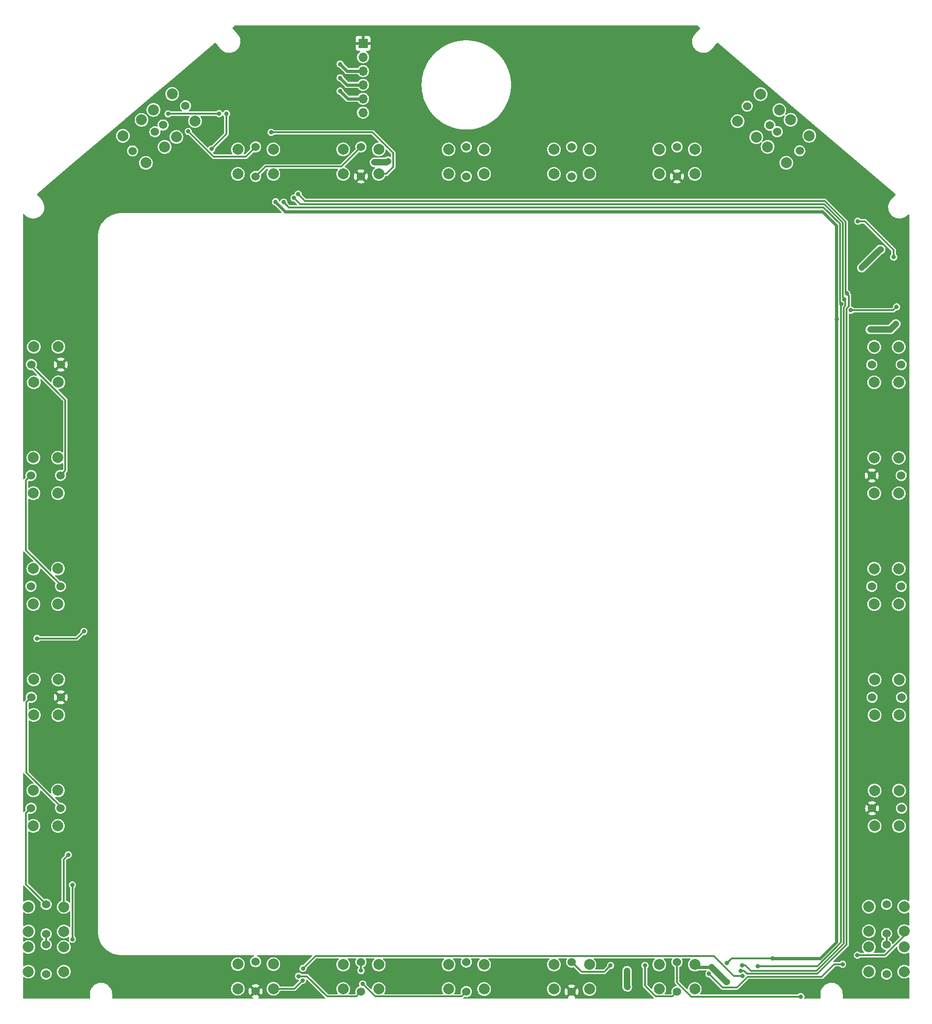
<source format=gbr>
%TF.GenerationSoftware,KiCad,Pcbnew,(6.0.9)*%
%TF.CreationDate,2023-01-21T03:06:26-09:00*%
%TF.ProjectId,AMPCD,414d5043-442e-46b6-9963-61645f706362,rev?*%
%TF.SameCoordinates,Original*%
%TF.FileFunction,Copper,L2,Bot*%
%TF.FilePolarity,Positive*%
%FSLAX46Y46*%
G04 Gerber Fmt 4.6, Leading zero omitted, Abs format (unit mm)*
G04 Created by KiCad (PCBNEW (6.0.9)) date 2023-01-21 03:06:26*
%MOMM*%
%LPD*%
G01*
G04 APERTURE LIST*
%TA.AperFunction,ComponentPad*%
%ADD10C,2.000000*%
%TD*%
%TA.AperFunction,ComponentPad*%
%ADD11C,1.524000*%
%TD*%
%TA.AperFunction,ComponentPad*%
%ADD12R,1.700000X1.700000*%
%TD*%
%TA.AperFunction,ComponentPad*%
%ADD13O,1.700000X1.700000*%
%TD*%
%TA.AperFunction,ViaPad*%
%ADD14C,0.800000*%
%TD*%
%TA.AperFunction,Conductor*%
%ADD15C,0.304800*%
%TD*%
%TA.AperFunction,Conductor*%
%ADD16C,0.609600*%
%TD*%
%TA.AperFunction,Conductor*%
%ADD17C,1.219200*%
%TD*%
G04 APERTURE END LIST*
D10*
%TO.P,SW15,1*%
%TO.N,N/C*%
X165858411Y-166932718D03*
%TO.N,/U3P0*%
X172358411Y-166932718D03*
%TO.P,SW15,2*%
%TO.N,GND*%
X172358411Y-162432718D03*
X165858411Y-162432718D03*
D11*
%TO.P,SW15,3*%
%TO.N,Net-(R8-Pad2)*%
X169108411Y-161982718D03*
%TO.P,SW15,4*%
%TO.N,Net-(SW15-Pad4)*%
X169108411Y-167382718D03*
%TD*%
D10*
%TO.P,SW28,1*%
%TO.N,N/C*%
X17354262Y-59850988D03*
%TO.N,/U4P6*%
X17354262Y-66350988D03*
%TO.P,SW28,2*%
%TO.N,GND*%
X12854262Y-66350988D03*
X12854262Y-59850988D03*
D11*
%TO.P,SW28,3*%
%TO.N,Net-(SW27-Pad4)*%
X12404262Y-63100988D03*
%TO.P,SW28,4*%
%TO.N,VCC*%
X17804262Y-63100988D03*
%TD*%
D10*
%TO.P,SW27,1*%
%TO.N,N/C*%
X17290762Y-80170988D03*
%TO.N,/U4P5*%
X17290762Y-86670988D03*
%TO.P,SW27,2*%
%TO.N,GND*%
X12790762Y-80170988D03*
X12790762Y-86670988D03*
D11*
%TO.P,SW27,3*%
%TO.N,Net-(SW26-Pad4)*%
X12340762Y-83420988D03*
%TO.P,SW27,4*%
%TO.N,Net-(SW27-Pad4)*%
X17740762Y-83420988D03*
%TD*%
D10*
%TO.P,SW26,1*%
%TO.N,N/C*%
X17290762Y-100490988D03*
%TO.N,/U4P4*%
X17290762Y-106990988D03*
%TO.P,SW26,2*%
%TO.N,GND*%
X12790762Y-100490988D03*
X12790762Y-106990988D03*
D11*
%TO.P,SW26,3*%
%TO.N,Net-(R11-Pad2)*%
X12340762Y-103740988D03*
%TO.P,SW26,4*%
%TO.N,Net-(SW26-Pad4)*%
X17740762Y-103740988D03*
%TD*%
D10*
%TO.P,SW25,1*%
%TO.N,N/C*%
X17354262Y-127310988D03*
%TO.N,/U4P3*%
X17354262Y-120810988D03*
%TO.P,SW25,2*%
%TO.N,GND*%
X12854262Y-120810988D03*
X12854262Y-127310988D03*
D11*
%TO.P,SW25,3*%
%TO.N,Net-(SW24-Pad4)*%
X12404262Y-124060988D03*
%TO.P,SW25,4*%
%TO.N,VCC*%
X17804262Y-124060988D03*
%TD*%
D10*
%TO.P,SW24,1*%
%TO.N,N/C*%
X17290762Y-147630988D03*
%TO.N,/U4P2*%
X17290762Y-141130988D03*
%TO.P,SW24,2*%
%TO.N,GND*%
X12790762Y-141130988D03*
X12790762Y-147630988D03*
D11*
%TO.P,SW24,3*%
%TO.N,Net-(SW23-Pad4)*%
X12340762Y-144380988D03*
%TO.P,SW24,4*%
%TO.N,Net-(SW24-Pad4)*%
X17740762Y-144380988D03*
%TD*%
D10*
%TO.P,SW23,1*%
%TO.N,/U4P1*%
X18358411Y-162482718D03*
%TO.N,N/C*%
X11858411Y-162482718D03*
%TO.P,SW23,2*%
%TO.N,GND*%
X11858411Y-166982718D03*
X18358411Y-166982718D03*
D11*
%TO.P,SW23,3*%
%TO.N,Net-(SW22-Pad4)*%
X15108411Y-167432718D03*
%TO.P,SW23,4*%
%TO.N,Net-(SW23-Pad4)*%
X15108411Y-162032718D03*
%TD*%
D10*
%TO.P,SW22,1*%
%TO.N,/U4P0*%
X11858411Y-169832718D03*
%TO.N,N/C*%
X18358411Y-169832718D03*
%TO.P,SW22,2*%
%TO.N,GND*%
X11858411Y-174332718D03*
X18358411Y-174332718D03*
D11*
%TO.P,SW22,3*%
%TO.N,Net-(R10-Pad2)*%
X15108411Y-174782718D03*
%TO.P,SW22,4*%
%TO.N,Net-(SW22-Pad4)*%
X15108411Y-169382718D03*
%TD*%
D10*
%TO.P,SW21,1*%
%TO.N,/U3P6*%
X56755762Y-177467488D03*
%TO.N,N/C*%
X50255762Y-177467488D03*
%TO.P,SW21,2*%
%TO.N,GND*%
X56755762Y-172967488D03*
X50255762Y-172967488D03*
D11*
%TO.P,SW21,3*%
%TO.N,Net-(SW20-Pad4)*%
X53505762Y-172517488D03*
%TO.P,SW21,4*%
%TO.N,VCC*%
X53505762Y-177917488D03*
%TD*%
D10*
%TO.P,SW20,1*%
%TO.N,/U3P5*%
X76059762Y-177530988D03*
%TO.N,N/C*%
X69559762Y-177530988D03*
%TO.P,SW20,2*%
%TO.N,GND*%
X69559762Y-173030988D03*
X76059762Y-173030988D03*
D11*
%TO.P,SW20,3*%
%TO.N,Net-(SW19-Pad4)*%
X72809762Y-172580988D03*
%TO.P,SW20,4*%
%TO.N,Net-(SW20-Pad4)*%
X72809762Y-177980988D03*
%TD*%
D10*
%TO.P,SW19,1*%
%TO.N,/U3P4*%
X95363762Y-177530988D03*
%TO.N,N/C*%
X88863762Y-177530988D03*
%TO.P,SW19,2*%
%TO.N,GND*%
X88863762Y-173030988D03*
X95363762Y-173030988D03*
D11*
%TO.P,SW19,3*%
%TO.N,Net-(R9-Pad2)*%
X92113762Y-172580988D03*
%TO.P,SW19,4*%
%TO.N,Net-(SW19-Pad4)*%
X92113762Y-177980988D03*
%TD*%
D10*
%TO.P,SW18,1*%
%TO.N,N/C*%
X108167762Y-177530988D03*
%TO.N,/U3P3*%
X114667762Y-177530988D03*
%TO.P,SW18,2*%
%TO.N,GND*%
X114667762Y-173030988D03*
X108167762Y-173030988D03*
D11*
%TO.P,SW18,3*%
%TO.N,Net-(SW17-Pad4)*%
X111417762Y-172580988D03*
%TO.P,SW18,4*%
%TO.N,VCC*%
X111417762Y-177980988D03*
%TD*%
D10*
%TO.P,SW17,1*%
%TO.N,N/C*%
X127471762Y-177530988D03*
%TO.N,/U3P2*%
X133971762Y-177530988D03*
%TO.P,SW17,2*%
%TO.N,GND*%
X133971762Y-173030988D03*
X127471762Y-173030988D03*
D11*
%TO.P,SW17,3*%
%TO.N,Net-(SW16-Pad4)*%
X130721762Y-172580988D03*
%TO.P,SW17,4*%
%TO.N,Net-(SW17-Pad4)*%
X130721762Y-177980988D03*
%TD*%
D10*
%TO.P,SW16,1*%
%TO.N,N/C*%
X172358411Y-174332718D03*
%TO.N,/U3P1*%
X165858411Y-174332718D03*
%TO.P,SW16,2*%
%TO.N,GND*%
X172358411Y-169832718D03*
X165858411Y-169832718D03*
D11*
%TO.P,SW16,3*%
%TO.N,Net-(SW15-Pad4)*%
X169108411Y-169382718D03*
%TO.P,SW16,4*%
%TO.N,Net-(SW16-Pad4)*%
X169108411Y-174782718D03*
%TD*%
D10*
%TO.P,SW14,1*%
%TO.N,/U2P6*%
X166913762Y-141153988D03*
%TO.N,N/C*%
X166913762Y-147653988D03*
%TO.P,SW14,2*%
%TO.N,GND*%
X171413762Y-141153988D03*
X171413762Y-147653988D03*
D11*
%TO.P,SW14,3*%
%TO.N,Net-(SW13-Pad4)*%
X171863762Y-144403988D03*
%TO.P,SW14,4*%
%TO.N,VCC*%
X166463762Y-144403988D03*
%TD*%
D10*
%TO.P,SW13,1*%
%TO.N,/U2P5*%
X166913762Y-120833988D03*
%TO.N,N/C*%
X166913762Y-127333988D03*
%TO.P,SW13,2*%
%TO.N,GND*%
X171413762Y-120833988D03*
X171413762Y-127333988D03*
D11*
%TO.P,SW13,3*%
%TO.N,Net-(SW12-Pad4)*%
X171863762Y-124083988D03*
%TO.P,SW13,4*%
%TO.N,Net-(SW13-Pad4)*%
X166463762Y-124083988D03*
%TD*%
D10*
%TO.P,SW12,1*%
%TO.N,/U2P4*%
X166850262Y-100513988D03*
%TO.N,N/C*%
X166850262Y-107013988D03*
%TO.P,SW12,2*%
%TO.N,GND*%
X171350262Y-107013988D03*
X171350262Y-100513988D03*
D11*
%TO.P,SW12,3*%
%TO.N,Net-(R7-Pad2)*%
X171800262Y-103763988D03*
%TO.P,SW12,4*%
%TO.N,Net-(SW12-Pad4)*%
X166400262Y-103763988D03*
%TD*%
D10*
%TO.P,SW11,1*%
%TO.N,N/C*%
X166850262Y-86693988D03*
%TO.N,/U2P3*%
X166850262Y-80193988D03*
%TO.P,SW11,2*%
%TO.N,GND*%
X171350262Y-80193988D03*
X171350262Y-86693988D03*
D11*
%TO.P,SW11,3*%
%TO.N,Net-(SW10-Pad4)*%
X171800262Y-83443988D03*
%TO.P,SW11,4*%
%TO.N,VCC*%
X166400262Y-83443988D03*
%TD*%
D10*
%TO.P,SW10,1*%
%TO.N,N/C*%
X166850262Y-66373988D03*
%TO.N,/U2P2*%
X166850262Y-59873988D03*
%TO.P,SW10,2*%
%TO.N,GND*%
X171350262Y-59873988D03*
X171350262Y-66373988D03*
D11*
%TO.P,SW10,3*%
%TO.N,Net-(SW10-Pad3)*%
X171800262Y-63123988D03*
%TO.P,SW10,4*%
%TO.N,Net-(SW10-Pad4)*%
X166400262Y-63123988D03*
%TD*%
D10*
%TO.P,SW9,1*%
%TO.N,/U2P1*%
X147318709Y-23216177D03*
%TO.N,N/C*%
X151531489Y-18266178D03*
%TO.P,SW9,2*%
%TO.N,GND*%
X154958411Y-21182718D03*
X150745632Y-26132717D03*
D11*
%TO.P,SW9,3*%
%TO.N,Net-(SW8-Pad4)*%
X153194714Y-23949371D03*
%TO.P,SW9,4*%
%TO.N,Net-(SW10-Pad3)*%
X149082407Y-20449524D03*
%TD*%
D10*
%TO.P,SW8,1*%
%TO.N,/U2P0*%
X141818709Y-18516177D03*
%TO.N,N/C*%
X146031489Y-13566178D03*
%TO.P,SW8,2*%
%TO.N,GND*%
X149458411Y-16482718D03*
X145245632Y-21432717D03*
D11*
%TO.P,SW8,3*%
%TO.N,Net-(R6-Pad2)*%
X147694714Y-19249371D03*
%TO.P,SW8,4*%
%TO.N,Net-(SW8-Pad4)*%
X143582407Y-15749524D03*
%TD*%
D10*
%TO.P,SW7,1*%
%TO.N,/U1P6*%
X127471762Y-28178988D03*
%TO.N,N/C*%
X133971762Y-28178988D03*
%TO.P,SW7,2*%
%TO.N,GND*%
X133971762Y-23678988D03*
X127471762Y-23678988D03*
D11*
%TO.P,SW7,3*%
%TO.N,Net-(SW6-Pad4)*%
X130721762Y-23228988D03*
%TO.P,SW7,4*%
%TO.N,VCC*%
X130721762Y-28628988D03*
%TD*%
D10*
%TO.P,SW6,1*%
%TO.N,/U1P5*%
X108167762Y-28178988D03*
%TO.N,N/C*%
X114667762Y-28178988D03*
%TO.P,SW6,2*%
%TO.N,GND*%
X108167762Y-23678988D03*
X114667762Y-23678988D03*
D11*
%TO.P,SW6,3*%
%TO.N,Net-(SW5-Pad4)*%
X111417762Y-23228988D03*
%TO.P,SW6,4*%
%TO.N,Net-(SW6-Pad4)*%
X111417762Y-28628988D03*
%TD*%
D10*
%TO.P,SW5,1*%
%TO.N,/U1P4*%
X88863762Y-28178988D03*
%TO.N,N/C*%
X95363762Y-28178988D03*
%TO.P,SW5,2*%
%TO.N,GND*%
X95363762Y-23678988D03*
X88863762Y-23678988D03*
D11*
%TO.P,SW5,3*%
%TO.N,Net-(R5-Pad2)*%
X92113762Y-23228988D03*
%TO.P,SW5,4*%
%TO.N,Net-(SW5-Pad4)*%
X92113762Y-28628988D03*
%TD*%
D10*
%TO.P,SW4,1*%
%TO.N,/U1P3*%
X76059762Y-28178988D03*
%TO.N,N/C*%
X69559762Y-28178988D03*
%TO.P,SW4,2*%
%TO.N,GND*%
X76059762Y-23678988D03*
X69559762Y-23678988D03*
D11*
%TO.P,SW4,3*%
%TO.N,Net-(SW3-Pad4)*%
X72809762Y-23228988D03*
%TO.P,SW4,4*%
%TO.N,VCC*%
X72809762Y-28628988D03*
%TD*%
D10*
%TO.P,SW3,1*%
%TO.N,N/C*%
X50255762Y-28178988D03*
%TO.N,/U1P2*%
X56755762Y-28178988D03*
%TO.P,SW3,2*%
%TO.N,GND*%
X50255762Y-23678988D03*
X56755762Y-23678988D03*
D11*
%TO.P,SW3,3*%
%TO.N,Net-(SW2-Pad4)*%
X53505762Y-23228988D03*
%TO.P,SW3,4*%
%TO.N,Net-(SW3-Pad4)*%
X53505762Y-28628988D03*
%TD*%
D10*
%TO.P,SW2,1*%
%TO.N,N/C*%
X34781489Y-16449258D03*
%TO.N,/U1P1*%
X38994268Y-21399257D03*
%TO.P,SW2,2*%
%TO.N,GND*%
X38208411Y-13532718D03*
X42421190Y-18482717D03*
D11*
%TO.P,SW2,3*%
%TO.N,Net-(SW1-Pad4)*%
X40657493Y-15716064D03*
%TO.P,SW2,4*%
%TO.N,Net-(SW2-Pad4)*%
X36545186Y-19215911D03*
%TD*%
D10*
%TO.P,SW1,1*%
%TO.N,N/C*%
X29181489Y-21199258D03*
%TO.N,/U1P0*%
X33394268Y-26149257D03*
%TO.P,SW1,2*%
%TO.N,GND*%
X32608411Y-18282718D03*
X36821190Y-23232717D03*
D11*
%TO.P,SW1,3*%
%TO.N,Net-(R4-Pad2)*%
X35057493Y-20466064D03*
%TO.P,SW1,4*%
%TO.N,Net-(SW1-Pad4)*%
X30945186Y-23965911D03*
%TD*%
D12*
%TO.P,J1,1*%
%TO.N,VCC*%
X73179262Y-4247988D03*
D13*
%TO.P,J1,2*%
%TO.N,+5V*%
X73179262Y-6787988D03*
%TO.P,J1,3*%
%TO.N,SDA*%
X73179262Y-9327988D03*
%TO.P,J1,4*%
%TO.N,SCL*%
X73179262Y-11867988D03*
%TO.P,J1,5*%
%TO.N,IRQ*%
X73179262Y-14407988D03*
%TO.P,J1,6*%
%TO.N,GND*%
X73179262Y-16947988D03*
%TD*%
D14*
%TO.N,+5V*%
X148265262Y-171885988D03*
X170954852Y-52541866D03*
X22045262Y-111995988D03*
X159998762Y-54844788D03*
X162559339Y-53160484D03*
X57151862Y-33280188D03*
X139865262Y-172795988D03*
X13455262Y-113295988D03*
%TO.N,SDA*%
X68988262Y-8057988D03*
X145485262Y-173343578D03*
X58650462Y-33356388D03*
X160808382Y-52019905D03*
%TO.N,SCL*%
X161389879Y-51206342D03*
X142679209Y-173203237D03*
X60539662Y-32594186D03*
X68988262Y-10597988D03*
%TO.N,IRQ*%
X161818006Y-50069588D03*
X61292062Y-31883188D03*
X68988262Y-13010988D03*
X142426755Y-174183203D03*
%TO.N,GND*%
X121566262Y-174173988D03*
X167235462Y-42779788D03*
X137060262Y-173513588D03*
X77776662Y-25837988D03*
X121642462Y-177145788D03*
X170816862Y-55682988D03*
X75262062Y-26066588D03*
X165355862Y-44557788D03*
X164568462Y-45370588D03*
X139854262Y-176231388D03*
X168048262Y-42017788D03*
X166143262Y-56698988D03*
%TO.N,VCC*%
X25935262Y-172548388D03*
X103015262Y-13395988D03*
X159666262Y-174631188D03*
X21490262Y-29444788D03*
X133155262Y-15015988D03*
X79825262Y-17565988D03*
X81305262Y-13385988D03*
%TO.N,Net-(D2-Pad1)*%
X45449315Y-23609553D03*
X48158411Y-17132718D03*
%TO.N,/U1P0*%
X46808411Y-17132718D03*
X37458411Y-17182718D03*
%TO.N,Net-(SW2-Pad4)*%
X41158411Y-20382718D03*
%TO.N,/U1P3*%
X56344121Y-20557116D03*
%TO.N,Net-(SW10-Pad3)*%
X163848317Y-36845133D03*
X170414217Y-43411033D03*
%TO.N,/U3P0*%
X163758411Y-171332718D03*
X161060812Y-172980317D03*
X136573238Y-174737212D03*
%TO.N,Net-(SW16-Pad4)*%
X153395262Y-178915988D03*
%TO.N,/U4P0*%
X19928284Y-158462845D03*
X19928284Y-168412845D03*
%TO.N,/U4P1*%
X19175874Y-152935287D03*
%TO.N,Net-(SW17-Pad4)*%
X124842862Y-173208788D03*
X118543662Y-173208788D03*
%TO.N,Net-(SW19-Pad4)*%
X73121335Y-176594115D03*
X72809762Y-174137088D03*
%TO.N,/U3P6*%
X62104862Y-175942398D03*
X142687825Y-175153372D03*
X62194662Y-173753988D03*
%TO.N,Net-(SW20-Pad4)*%
X61368262Y-175189988D03*
%TD*%
D15*
%TO.N,+5V*%
X148265262Y-171885988D02*
X140775262Y-171885988D01*
X162559339Y-53160484D02*
X170336234Y-53160484D01*
D16*
X159903572Y-37601954D02*
X159903572Y-54749598D01*
X159903573Y-54939977D02*
X159903573Y-168918241D01*
D15*
X20745262Y-113295988D02*
X13455262Y-113295988D01*
D16*
X58932852Y-35061178D02*
X157362796Y-35061178D01*
X159998762Y-54844788D02*
X159903573Y-54939977D01*
X159903572Y-54749598D02*
X159998762Y-54844788D01*
X157362796Y-35061178D02*
X159903572Y-37601954D01*
X57151862Y-33280188D02*
X58932852Y-35061178D01*
D15*
X22045262Y-111995988D02*
X20745262Y-113295988D01*
X170336234Y-53160484D02*
X170954852Y-52541866D01*
X140775262Y-171885988D02*
X139865262Y-172795988D01*
D16*
X159903573Y-168918241D02*
X156935826Y-171885988D01*
X156935826Y-171885988D02*
X148265262Y-171885988D01*
D15*
%TO.N,SDA*%
X156407671Y-173343578D02*
X160793240Y-168958009D01*
X160560783Y-37329729D02*
X160560783Y-51772306D01*
D16*
X70258262Y-9327988D02*
X68988262Y-8057988D01*
D15*
X59615662Y-34321588D02*
X157552642Y-34321588D01*
X145485262Y-173343578D02*
X156407671Y-173343578D01*
X160793240Y-168958009D02*
X160793240Y-52035047D01*
X160560783Y-51772306D02*
X160808382Y-52019905D01*
X58650462Y-33356388D02*
X59615662Y-34321588D01*
X157552642Y-34321588D02*
X160560783Y-37329729D01*
X160793240Y-52035047D02*
X160808382Y-52019905D01*
D16*
X73179262Y-9327988D02*
X70258262Y-9327988D01*
D15*
%TO.N,SCL*%
X161065594Y-37120630D02*
X161065594Y-50882057D01*
X161065594Y-50882057D02*
X161389879Y-51206342D01*
X157707752Y-33762788D02*
X161065594Y-37120630D01*
X60539662Y-32594186D02*
X61708264Y-33762788D01*
X143244894Y-173203237D02*
X142679209Y-173203237D01*
X144221069Y-174179412D02*
X143244894Y-173203237D01*
X161298050Y-52643793D02*
X161298050Y-169167109D01*
X161298050Y-169167109D02*
X156285747Y-174179412D01*
X156285747Y-174179412D02*
X144221069Y-174179412D01*
D16*
X73179262Y-11867988D02*
X70258262Y-11867988D01*
D15*
X61708264Y-33762788D02*
X157707752Y-33762788D01*
X161560783Y-51377246D02*
X161560784Y-52381059D01*
X161560784Y-52381059D02*
X161298050Y-52643793D01*
D16*
X70258262Y-11867988D02*
X68988262Y-10597988D01*
D15*
X161389879Y-51206342D02*
X161560783Y-51377246D01*
%TO.N,IRQ*%
X161622062Y-49873644D02*
X161818006Y-50069588D01*
X162218005Y-50469587D02*
X162218005Y-52437748D01*
X161802861Y-52852892D02*
X161802861Y-169376208D01*
X161622062Y-36963188D02*
X161622062Y-49873644D01*
X157812062Y-33153188D02*
X161622062Y-36963188D01*
X161802861Y-169376208D02*
X156436682Y-174742387D01*
X61292062Y-31883188D02*
X62562062Y-33153188D01*
X156436682Y-174742387D02*
X143551624Y-174742387D01*
X162218005Y-52437748D02*
X161802861Y-52852892D01*
X62562062Y-33153188D02*
X157812062Y-33153188D01*
D16*
X73179262Y-14407988D02*
X70385262Y-14407988D01*
D15*
X161818006Y-50069588D02*
X162218005Y-50469587D01*
D16*
X70385262Y-14407988D02*
X68988262Y-13010988D01*
D15*
X143551624Y-174742387D02*
X142992440Y-174183203D01*
X142992440Y-174183203D02*
X142426755Y-174183203D01*
D17*
%TO.N,GND*%
X77548062Y-26066588D02*
X77776662Y-25837988D01*
D16*
X134454362Y-173513588D02*
X133971762Y-173030988D01*
D17*
X139854262Y-176231388D02*
X139778062Y-176231388D01*
X121566262Y-174173988D02*
X121566262Y-177069588D01*
X166143262Y-56698988D02*
X169800862Y-56698988D01*
X169800862Y-56698988D02*
X170816862Y-55682988D01*
X75262062Y-26066588D02*
X77548062Y-26066588D01*
D16*
X137060262Y-173513588D02*
X134454362Y-173513588D01*
D17*
X139778062Y-176231388D02*
X137060262Y-173513588D01*
X121566262Y-177069588D02*
X121642462Y-177145788D01*
X167921262Y-42017788D02*
X164568462Y-45370588D01*
X168048262Y-42017788D02*
X167921262Y-42017788D01*
D15*
%TO.N,Net-(D2-Pad1)*%
X48158411Y-17132718D02*
X48158411Y-20900457D01*
X48158411Y-20900457D02*
X45449315Y-23609553D01*
%TO.N,/U1P0*%
X37510813Y-17130316D02*
X37458411Y-17182718D01*
X46806009Y-17130316D02*
X37510813Y-17130316D01*
X46808411Y-17132718D02*
X46806009Y-17130316D01*
%TO.N,Net-(SW2-Pad4)*%
X45807082Y-25031389D02*
X51703361Y-25031389D01*
X41158411Y-20382718D02*
X45807082Y-25031389D01*
X51703361Y-25031389D02*
X53505762Y-23228988D01*
%TO.N,/U1P3*%
X78738672Y-24356344D02*
X74939444Y-20557116D01*
X77473975Y-28178988D02*
X78738672Y-26914291D01*
X78738672Y-26914291D02*
X78738672Y-24356344D01*
X76059762Y-28178988D02*
X77473975Y-28178988D01*
X74939444Y-20557116D02*
X56344121Y-20557116D01*
%TO.N,Net-(SW10-Pad3)*%
X170414217Y-42138524D02*
X165120826Y-36845133D01*
X170414217Y-43411033D02*
X170414217Y-42138524D01*
X165120826Y-36845133D02*
X163848317Y-36845133D01*
%TO.N,/U3P0*%
X141686244Y-177221988D02*
X143642044Y-175266188D01*
X159494433Y-172980317D02*
X161060812Y-172980317D01*
X168807725Y-171332718D02*
X163758411Y-171332718D01*
X172358411Y-166932718D02*
X172358411Y-167782032D01*
X136573238Y-174737212D02*
X139058014Y-177221988D01*
X157208562Y-175266188D02*
X159494433Y-172980317D01*
X139058014Y-177221988D02*
X141686244Y-177221988D01*
X172358411Y-167782032D02*
X168807725Y-171332718D01*
X143642044Y-175266188D02*
X157208562Y-175266188D01*
%TO.N,Net-(SW16-Pad4)*%
X130721762Y-176282542D02*
X130721762Y-172580988D01*
X133355208Y-178915988D02*
X130721762Y-176282542D01*
X153395262Y-178915988D02*
X133355208Y-178915988D01*
%TO.N,/U4P0*%
X19928284Y-158462845D02*
X19928284Y-168412845D01*
%TO.N,/U4P1*%
X18358411Y-162482718D02*
X18358411Y-153752750D01*
X18358411Y-153752750D02*
X19175874Y-152935287D01*
%TO.N,Net-(SW17-Pad4)*%
X124868262Y-176929042D02*
X124868262Y-173234188D01*
X117369061Y-174383389D02*
X113220163Y-174383389D01*
X113220163Y-174383389D02*
X111417762Y-172580988D01*
X126822609Y-178883389D02*
X124868262Y-176929042D01*
X111417762Y-172580988D02*
X111719316Y-172580988D01*
X129819361Y-178883389D02*
X126822609Y-178883389D01*
X129819361Y-178883389D02*
X130721762Y-177980988D01*
X118543662Y-173208788D02*
X117369061Y-174383389D01*
X124868262Y-173234188D02*
X124842862Y-173208788D01*
%TO.N,Net-(SW19-Pad4)*%
X72809762Y-174137088D02*
X72809762Y-172580988D01*
X92113762Y-177980988D02*
X91211361Y-178883389D01*
X91211361Y-178883389D02*
X75410609Y-178883389D01*
X75410609Y-178883389D02*
X73121335Y-176594115D01*
%TO.N,/U3P6*%
X56755762Y-177467488D02*
X60579772Y-177467488D01*
X141156961Y-175153372D02*
X142687825Y-175153372D01*
X62194662Y-173753988D02*
X64482063Y-171466587D01*
X137470176Y-171466587D02*
X141156961Y-175153372D01*
X60579772Y-177467488D02*
X62104862Y-175942398D01*
X64482063Y-171466587D02*
X137470176Y-171466587D01*
%TO.N,Net-(SW3-Pad4)*%
X69212163Y-26826587D02*
X72809762Y-23228988D01*
X53505762Y-28628988D02*
X55308163Y-26826587D01*
X55308163Y-26826587D02*
X69212163Y-26826587D01*
%TO.N,Net-(SW15-Pad4)*%
X169108411Y-167382718D02*
X169108411Y-169382718D01*
%TO.N,Net-(SW20-Pad4)*%
X62917662Y-175189988D02*
X66611063Y-178883389D01*
X71907361Y-178883389D02*
X72809762Y-177980988D01*
X62917662Y-175189988D02*
X61368262Y-175189988D01*
X62917662Y-175189988D02*
X62917662Y-175189988D01*
X66611063Y-178883389D02*
X71907361Y-178883389D01*
%TO.N,Net-(SW22-Pad4)*%
X15108411Y-167432718D02*
X15108411Y-169382718D01*
%TO.N,Net-(SW23-Pad4)*%
X12340762Y-144380988D02*
X11438361Y-145283389D01*
X11438361Y-158362668D02*
X15108411Y-162032718D01*
X11438361Y-145283389D02*
X11438361Y-158362668D01*
%TO.N,Net-(SW24-Pad4)*%
X11501861Y-124963389D02*
X11501861Y-137840533D01*
X11501861Y-137840533D02*
X17740762Y-144079434D01*
X12404262Y-124060988D02*
X11501861Y-124963389D01*
X17740762Y-144079434D02*
X17740762Y-144380988D01*
%TO.N,Net-(SW26-Pad4)*%
X12340762Y-83420988D02*
X11438361Y-84323389D01*
X11438361Y-84323389D02*
X11438361Y-97137033D01*
X17740762Y-103439434D02*
X17740762Y-103740988D01*
X11438361Y-97137033D02*
X17740762Y-103439434D01*
%TO.N,Net-(SW27-Pad4)*%
X12404262Y-63402542D02*
X12404262Y-63100988D01*
X18643163Y-69641443D02*
X12404262Y-63402542D01*
X17740762Y-83420988D02*
X18643163Y-82518587D01*
X18643163Y-82518587D02*
X18643163Y-69641443D01*
%TD*%
%TA.AperFunction,Conductor*%
%TO.N,VCC*%
G36*
X134448503Y-978689D02*
G01*
X134461771Y-988500D01*
X134889752Y-1350638D01*
X134928834Y-1409910D01*
X134929668Y-1480901D01*
X134904367Y-1528429D01*
X134102374Y-2471952D01*
X134095470Y-2479439D01*
X134092603Y-2482307D01*
X134082280Y-2489204D01*
X134081433Y-2490472D01*
X133898058Y-2700776D01*
X133744204Y-2935344D01*
X133742358Y-2939226D01*
X133742355Y-2939231D01*
X133735711Y-2953202D01*
X133623725Y-3188677D01*
X133538862Y-3456056D01*
X133538131Y-3460293D01*
X133538131Y-3460295D01*
X133526020Y-3530540D01*
X133491199Y-3732499D01*
X133491052Y-3736792D01*
X133491052Y-3736795D01*
X133488224Y-3819574D01*
X133481621Y-4012859D01*
X133482061Y-4017138D01*
X133506159Y-4251542D01*
X133510309Y-4291911D01*
X133576726Y-4564457D01*
X133679637Y-4825421D01*
X133817124Y-5069942D01*
X133986626Y-5293464D01*
X134184986Y-5491824D01*
X134188420Y-5494428D01*
X134188421Y-5494429D01*
X134335534Y-5605988D01*
X134408508Y-5661326D01*
X134653029Y-5798813D01*
X134913993Y-5901724D01*
X135186539Y-5968141D01*
X135190817Y-5968581D01*
X135190824Y-5968582D01*
X135373854Y-5987398D01*
X135465591Y-5996829D01*
X135630112Y-5991208D01*
X135741655Y-5987398D01*
X135741658Y-5987398D01*
X135745951Y-5987251D01*
X135884172Y-5963420D01*
X136018155Y-5940319D01*
X136018157Y-5940319D01*
X136022394Y-5939588D01*
X136289773Y-5854725D01*
X136435792Y-5785282D01*
X136539219Y-5736095D01*
X136539224Y-5736092D01*
X136543106Y-5734246D01*
X136777674Y-5580392D01*
X136987978Y-5397017D01*
X136989246Y-5396170D01*
X137003965Y-5374142D01*
X137013641Y-5361478D01*
X138020886Y-4203147D01*
X138080679Y-4164868D01*
X138151675Y-4164992D01*
X138197585Y-4189834D01*
X151790924Y-15748087D01*
X170705806Y-31831183D01*
X170744745Y-31890548D01*
X170745408Y-31961542D01*
X170720537Y-32008367D01*
X170044091Y-32811088D01*
X170042021Y-32813544D01*
X170034768Y-32821443D01*
X170033603Y-32822608D01*
X170023280Y-32829505D01*
X170022433Y-32830773D01*
X169839058Y-33041077D01*
X169685204Y-33275645D01*
X169683358Y-33279527D01*
X169683355Y-33279532D01*
X169642201Y-33366068D01*
X169564725Y-33528978D01*
X169479862Y-33796357D01*
X169479131Y-33800594D01*
X169479131Y-33800596D01*
X169473592Y-33832720D01*
X169432199Y-34072800D01*
X169422621Y-34353160D01*
X169423061Y-34357439D01*
X169445673Y-34577386D01*
X169451309Y-34632212D01*
X169517726Y-34904758D01*
X169620637Y-35165722D01*
X169758124Y-35410243D01*
X169760725Y-35413673D01*
X169865911Y-35552381D01*
X169927626Y-35633765D01*
X170125986Y-35832125D01*
X170129420Y-35834729D01*
X170129421Y-35834730D01*
X170273114Y-35943696D01*
X170349508Y-36001627D01*
X170594029Y-36139114D01*
X170854993Y-36242025D01*
X171127539Y-36308442D01*
X171131817Y-36308882D01*
X171131824Y-36308883D01*
X171314854Y-36327699D01*
X171406591Y-36337130D01*
X171571112Y-36331509D01*
X171682655Y-36327699D01*
X171682658Y-36327699D01*
X171686951Y-36327552D01*
X171847720Y-36299833D01*
X171959155Y-36280620D01*
X171959157Y-36280620D01*
X171963394Y-36279889D01*
X172230773Y-36195026D01*
X172352779Y-36137003D01*
X172480219Y-36076396D01*
X172480224Y-36076393D01*
X172484106Y-36074547D01*
X172718674Y-35920693D01*
X172928978Y-35737318D01*
X172930246Y-35736471D01*
X172944963Y-35714446D01*
X172954644Y-35701774D01*
X172954735Y-35701670D01*
X173033182Y-35611455D01*
X173092976Y-35573176D01*
X173163973Y-35573300D01*
X173223632Y-35611788D01*
X173253012Y-35676421D01*
X173254263Y-35694134D01*
X173254262Y-161286494D01*
X173234260Y-161354615D01*
X173180604Y-161401108D01*
X173110330Y-161411212D01*
X173055991Y-161389707D01*
X172988057Y-161342139D01*
X172983075Y-161339816D01*
X172983070Y-161339813D01*
X172844672Y-161275278D01*
X172789114Y-161249371D01*
X172577085Y-161192557D01*
X172358411Y-161173426D01*
X172139737Y-161192557D01*
X171927708Y-161249371D01*
X171872150Y-161275278D01*
X171733752Y-161339813D01*
X171733747Y-161339816D01*
X171728765Y-161342139D01*
X171724258Y-161345295D01*
X171724256Y-161345296D01*
X171553465Y-161464885D01*
X171553462Y-161464887D01*
X171548954Y-161468044D01*
X171393737Y-161623261D01*
X171390580Y-161627769D01*
X171390578Y-161627772D01*
X171280959Y-161784324D01*
X171267832Y-161803072D01*
X171265509Y-161808054D01*
X171265506Y-161808059D01*
X171242191Y-161858059D01*
X171175064Y-162002015D01*
X171118250Y-162214044D01*
X171099119Y-162432718D01*
X171118250Y-162651392D01*
X171175064Y-162863421D01*
X171218515Y-162956602D01*
X171265506Y-163057377D01*
X171265509Y-163057382D01*
X171267832Y-163062364D01*
X171270988Y-163066871D01*
X171270989Y-163066873D01*
X171306000Y-163116873D01*
X171393737Y-163242175D01*
X171548954Y-163397392D01*
X171553462Y-163400549D01*
X171553465Y-163400551D01*
X171724256Y-163520140D01*
X171728765Y-163523297D01*
X171733747Y-163525620D01*
X171733752Y-163525623D01*
X171829214Y-163570137D01*
X171927708Y-163616065D01*
X172139737Y-163672879D01*
X172358411Y-163692010D01*
X172577085Y-163672879D01*
X172789114Y-163616065D01*
X172887608Y-163570137D01*
X172983070Y-163525623D01*
X172983075Y-163525620D01*
X172988057Y-163523297D01*
X173055991Y-163475729D01*
X173123265Y-163453041D01*
X173192126Y-163470326D01*
X173240710Y-163522096D01*
X173254262Y-163578942D01*
X173254262Y-165786494D01*
X173234260Y-165854615D01*
X173180604Y-165901108D01*
X173110330Y-165911212D01*
X173055991Y-165889707D01*
X172988057Y-165842139D01*
X172983075Y-165839816D01*
X172983070Y-165839813D01*
X172868725Y-165786494D01*
X172789114Y-165749371D01*
X172577085Y-165692557D01*
X172358411Y-165673426D01*
X172139737Y-165692557D01*
X171927708Y-165749371D01*
X171848097Y-165786494D01*
X171733752Y-165839813D01*
X171733747Y-165839816D01*
X171728765Y-165842139D01*
X171724258Y-165845295D01*
X171724256Y-165845296D01*
X171553465Y-165964885D01*
X171553462Y-165964887D01*
X171548954Y-165968044D01*
X171393737Y-166123261D01*
X171390580Y-166127769D01*
X171390578Y-166127772D01*
X171350752Y-166184650D01*
X171267832Y-166303072D01*
X171265509Y-166308054D01*
X171265506Y-166308059D01*
X171231432Y-166381133D01*
X171175064Y-166502015D01*
X171118250Y-166714044D01*
X171099119Y-166932718D01*
X171118250Y-167151392D01*
X171175064Y-167363421D01*
X171209012Y-167436223D01*
X171265506Y-167557377D01*
X171265509Y-167557382D01*
X171267832Y-167562364D01*
X171270988Y-167566871D01*
X171270989Y-167566873D01*
X171335506Y-167659012D01*
X171393737Y-167742175D01*
X171519186Y-167867624D01*
X171553212Y-167929936D01*
X171548147Y-168000751D01*
X171519188Y-168045811D01*
X170856839Y-168708161D01*
X170321400Y-169243600D01*
X170259088Y-169277626D01*
X170188273Y-169272561D01*
X170131437Y-169230014D01*
X170111000Y-169184136D01*
X170110376Y-169184324D01*
X170108886Y-169179390D01*
X170052759Y-168993486D01*
X169986698Y-168869243D01*
X169962066Y-168822916D01*
X169962064Y-168822913D01*
X169959172Y-168817474D01*
X169955282Y-168812704D01*
X169955279Y-168812700D01*
X169837074Y-168667767D01*
X169837071Y-168667764D01*
X169833179Y-168662992D01*
X169679581Y-168535924D01*
X169602012Y-168493983D01*
X169551603Y-168443988D01*
X169536226Y-168374677D01*
X169560762Y-168308055D01*
X169605131Y-168270681D01*
X169650213Y-168247909D01*
X169650215Y-168247908D01*
X169655714Y-168245130D01*
X169812801Y-168122400D01*
X169820276Y-168113740D01*
X169939029Y-167976164D01*
X169939030Y-167976162D01*
X169943058Y-167971496D01*
X170041523Y-167798166D01*
X170104446Y-167609012D01*
X170122672Y-167464741D01*
X170128989Y-167414741D01*
X170128990Y-167414731D01*
X170129431Y-167411238D01*
X170129829Y-167382718D01*
X170110376Y-167184324D01*
X170108595Y-167178425D01*
X170108594Y-167178420D01*
X170054540Y-166999385D01*
X170052759Y-166993486D01*
X169988651Y-166872916D01*
X169962066Y-166822916D01*
X169962064Y-166822913D01*
X169959172Y-166817474D01*
X169955282Y-166812704D01*
X169955279Y-166812700D01*
X169837074Y-166667767D01*
X169837071Y-166667764D01*
X169833179Y-166662992D01*
X169679581Y-166535924D01*
X169504226Y-166441110D01*
X169313796Y-166382162D01*
X169307671Y-166381518D01*
X169307670Y-166381518D01*
X169121671Y-166361969D01*
X169121669Y-166361969D01*
X169115542Y-166361325D01*
X168992663Y-166372508D01*
X168923157Y-166378833D01*
X168923156Y-166378833D01*
X168917016Y-166379392D01*
X168911102Y-166381133D01*
X168911100Y-166381133D01*
X168806330Y-166411969D01*
X168725781Y-166435676D01*
X168549120Y-166528032D01*
X168544320Y-166531892D01*
X168544319Y-166531892D01*
X168539304Y-166535924D01*
X168393762Y-166652943D01*
X168265625Y-166805651D01*
X168169590Y-166980339D01*
X168167729Y-166986206D01*
X168167728Y-166986208D01*
X168165419Y-166993486D01*
X168109313Y-167170353D01*
X168087093Y-167368457D01*
X168103773Y-167567104D01*
X168118111Y-167617104D01*
X168153975Y-167742175D01*
X168158721Y-167758727D01*
X168174780Y-167789974D01*
X168246710Y-167929936D01*
X168249841Y-167936029D01*
X168373664Y-168092255D01*
X168525474Y-168221455D01*
X168530852Y-168224461D01*
X168530854Y-168224462D01*
X168616913Y-168272558D01*
X168666619Y-168323251D01*
X168681028Y-168392770D01*
X168655564Y-168459043D01*
X168613819Y-168494207D01*
X168554584Y-168525175D01*
X168554580Y-168525177D01*
X168549120Y-168528032D01*
X168393762Y-168652943D01*
X168265625Y-168805651D01*
X168169590Y-168980339D01*
X168109313Y-169170353D01*
X168087093Y-169368457D01*
X168103773Y-169567104D01*
X168158721Y-169758727D01*
X168161536Y-169764204D01*
X168238016Y-169913019D01*
X168249841Y-169936029D01*
X168373664Y-170092255D01*
X168525474Y-170221455D01*
X168530852Y-170224461D01*
X168530854Y-170224462D01*
X168572808Y-170247909D01*
X168699487Y-170318707D01*
X168705346Y-170320611D01*
X168705349Y-170320612D01*
X168741112Y-170332232D01*
X168889076Y-170380309D01*
X168895185Y-170381037D01*
X168895192Y-170381039D01*
X168895530Y-170381079D01*
X168895694Y-170381149D01*
X168901215Y-170382363D01*
X168900984Y-170383412D01*
X168960805Y-170409003D01*
X169000620Y-170467784D01*
X169002336Y-170538760D01*
X168969712Y-170595288D01*
X168676087Y-170888913D01*
X168613775Y-170922939D01*
X168586992Y-170925818D01*
X166843632Y-170925818D01*
X166775511Y-170905816D01*
X166729018Y-170852160D01*
X166718914Y-170781886D01*
X166748408Y-170717306D01*
X166754537Y-170710723D01*
X166823085Y-170642175D01*
X166910024Y-170518014D01*
X166945833Y-170466873D01*
X166945834Y-170466871D01*
X166948990Y-170462364D01*
X166951313Y-170457382D01*
X166951316Y-170457377D01*
X166998307Y-170356602D01*
X167041758Y-170263421D01*
X167098572Y-170051392D01*
X167117703Y-169832718D01*
X167098572Y-169614044D01*
X167041758Y-169402015D01*
X166981025Y-169271771D01*
X166951316Y-169208059D01*
X166951313Y-169208054D01*
X166948990Y-169203072D01*
X166931733Y-169178426D01*
X166826244Y-169027772D01*
X166826242Y-169027769D01*
X166823085Y-169023261D01*
X166667868Y-168868044D01*
X166663360Y-168864887D01*
X166663357Y-168864885D01*
X166492566Y-168745296D01*
X166492564Y-168745295D01*
X166488057Y-168742139D01*
X166483075Y-168739816D01*
X166483070Y-168739813D01*
X166368725Y-168686494D01*
X166289114Y-168649371D01*
X166077085Y-168592557D01*
X165858411Y-168573426D01*
X165639737Y-168592557D01*
X165427708Y-168649371D01*
X165348097Y-168686494D01*
X165233752Y-168739813D01*
X165233747Y-168739816D01*
X165228765Y-168742139D01*
X165224258Y-168745295D01*
X165224256Y-168745296D01*
X165053465Y-168864885D01*
X165053462Y-168864887D01*
X165048954Y-168868044D01*
X164893737Y-169023261D01*
X164890580Y-169027769D01*
X164890578Y-169027772D01*
X164785089Y-169178426D01*
X164767832Y-169203072D01*
X164765509Y-169208054D01*
X164765506Y-169208059D01*
X164735797Y-169271771D01*
X164675064Y-169402015D01*
X164618250Y-169614044D01*
X164599119Y-169832718D01*
X164618250Y-170051392D01*
X164675064Y-170263421D01*
X164718515Y-170356602D01*
X164765506Y-170457377D01*
X164765509Y-170457382D01*
X164767832Y-170462364D01*
X164770988Y-170466871D01*
X164770989Y-170466873D01*
X164806799Y-170518014D01*
X164893737Y-170642175D01*
X164962285Y-170710723D01*
X164996311Y-170773035D01*
X164991246Y-170843850D01*
X164948699Y-170900686D01*
X164882179Y-170925497D01*
X164873190Y-170925818D01*
X164333623Y-170925818D01*
X164265502Y-170905816D01*
X164249804Y-170893895D01*
X164244213Y-170888913D01*
X164134686Y-170791329D01*
X164127300Y-170787418D01*
X164001399Y-170720757D01*
X164001400Y-170720757D01*
X163994685Y-170717202D01*
X163841044Y-170678610D01*
X163833445Y-170678570D01*
X163833444Y-170678570D01*
X163767592Y-170678225D01*
X163682632Y-170677780D01*
X163675252Y-170679552D01*
X163675250Y-170679552D01*
X163535974Y-170712989D01*
X163535971Y-170712990D01*
X163528595Y-170714761D01*
X163387825Y-170787418D01*
X163268450Y-170891556D01*
X163177361Y-171021162D01*
X163157011Y-171073358D01*
X163124566Y-171156575D01*
X163119817Y-171168755D01*
X163118825Y-171176288D01*
X163118825Y-171176289D01*
X163100260Y-171317309D01*
X163099140Y-171325814D01*
X163106114Y-171388978D01*
X163115034Y-171469771D01*
X163116524Y-171483271D01*
X163119134Y-171490402D01*
X163119134Y-171490404D01*
X163150414Y-171575880D01*
X163170964Y-171632037D01*
X163175200Y-171638340D01*
X163175200Y-171638341D01*
X163238583Y-171732664D01*
X163259319Y-171763523D01*
X163264938Y-171768636D01*
X163264939Y-171768637D01*
X163291090Y-171792432D01*
X163376487Y-171870137D01*
X163515704Y-171945726D01*
X163668933Y-171985925D01*
X163752888Y-171987244D01*
X163819730Y-171988294D01*
X163819733Y-171988294D01*
X163827327Y-171988413D01*
X163981743Y-171953047D01*
X164066554Y-171910392D01*
X164116483Y-171885281D01*
X164116486Y-171885279D01*
X164123266Y-171881869D01*
X164129037Y-171876940D01*
X164129040Y-171876938D01*
X164183496Y-171830428D01*
X164243725Y-171778987D01*
X164243908Y-171778733D01*
X164302078Y-171743728D01*
X164333997Y-171739618D01*
X168872171Y-171739618D01*
X168893573Y-171732664D01*
X168912799Y-171728048D01*
X168925238Y-171726078D01*
X168935031Y-171724527D01*
X168955084Y-171714310D01*
X168973345Y-171706746D01*
X168985322Y-171702854D01*
X168985324Y-171702853D01*
X168994757Y-171699788D01*
X169012966Y-171686558D01*
X169029821Y-171676228D01*
X169049876Y-171666010D01*
X170005163Y-170710723D01*
X170890680Y-169825207D01*
X170952992Y-169791181D01*
X171023807Y-169796246D01*
X171080643Y-169838793D01*
X171105296Y-169903320D01*
X171118250Y-170051392D01*
X171175064Y-170263421D01*
X171218515Y-170356602D01*
X171265506Y-170457377D01*
X171265509Y-170457382D01*
X171267832Y-170462364D01*
X171270988Y-170466871D01*
X171270989Y-170466873D01*
X171306799Y-170518014D01*
X171393737Y-170642175D01*
X171548954Y-170797392D01*
X171553462Y-170800549D01*
X171553465Y-170800551D01*
X171724252Y-170920137D01*
X171728765Y-170923297D01*
X171733747Y-170925620D01*
X171733752Y-170925623D01*
X171834527Y-170972614D01*
X171927708Y-171016065D01*
X172139737Y-171072879D01*
X172358411Y-171092010D01*
X172577085Y-171072879D01*
X172789114Y-171016065D01*
X172882295Y-170972614D01*
X172983070Y-170925623D01*
X172983075Y-170925620D01*
X172988057Y-170923297D01*
X173055991Y-170875729D01*
X173123265Y-170853041D01*
X173192126Y-170870326D01*
X173240710Y-170922096D01*
X173254262Y-170978942D01*
X173254262Y-173186494D01*
X173234260Y-173254615D01*
X173180604Y-173301108D01*
X173110330Y-173311212D01*
X173055991Y-173289707D01*
X173047262Y-173283595D01*
X172988057Y-173242139D01*
X172983075Y-173239816D01*
X172983070Y-173239813D01*
X172882295Y-173192822D01*
X172789114Y-173149371D01*
X172577085Y-173092557D01*
X172358411Y-173073426D01*
X172139737Y-173092557D01*
X171927708Y-173149371D01*
X171834527Y-173192822D01*
X171733752Y-173239813D01*
X171733747Y-173239816D01*
X171728765Y-173242139D01*
X171724258Y-173245295D01*
X171724256Y-173245296D01*
X171553465Y-173364885D01*
X171553462Y-173364887D01*
X171548954Y-173368044D01*
X171393737Y-173523261D01*
X171390580Y-173527769D01*
X171390578Y-173527772D01*
X171272761Y-173696032D01*
X171267832Y-173703072D01*
X171265509Y-173708054D01*
X171265506Y-173708059D01*
X171231432Y-173781133D01*
X171175064Y-173902015D01*
X171118250Y-174114044D01*
X171099119Y-174332718D01*
X171118250Y-174551392D01*
X171175064Y-174763421D01*
X171213795Y-174846480D01*
X171265506Y-174957377D01*
X171265509Y-174957382D01*
X171267832Y-174962364D01*
X171393737Y-175142175D01*
X171548954Y-175297392D01*
X171553462Y-175300549D01*
X171553465Y-175300551D01*
X171714566Y-175413355D01*
X171728765Y-175423297D01*
X171733747Y-175425620D01*
X171733752Y-175425623D01*
X171834527Y-175472614D01*
X171927708Y-175516065D01*
X172139737Y-175572879D01*
X172358411Y-175592010D01*
X172577085Y-175572879D01*
X172789114Y-175516065D01*
X172882295Y-175472614D01*
X172983070Y-175425623D01*
X172983075Y-175425620D01*
X172988057Y-175423297D01*
X173055991Y-175375729D01*
X173123265Y-175353041D01*
X173192126Y-175370326D01*
X173240710Y-175422096D01*
X173254262Y-175478942D01*
X173254262Y-179190487D01*
X173234260Y-179258608D01*
X173180604Y-179305101D01*
X173128262Y-179316487D01*
X161189262Y-179316487D01*
X161121141Y-179296485D01*
X161074648Y-179242829D01*
X161063262Y-179190487D01*
X161063262Y-178465463D01*
X161065683Y-178440881D01*
X161065828Y-178440156D01*
X161068248Y-178427987D01*
X161067887Y-178426171D01*
X161052942Y-178207679D01*
X161049330Y-178154875D01*
X161049329Y-178154870D01*
X161049036Y-178150582D01*
X161047706Y-178144179D01*
X160993339Y-177882554D01*
X160993338Y-177882552D01*
X160992464Y-177878344D01*
X160899350Y-177616345D01*
X160895698Y-177609296D01*
X160837470Y-177496922D01*
X160771427Y-177369465D01*
X160756662Y-177348547D01*
X160708507Y-177280328D01*
X160611079Y-177142304D01*
X160607175Y-177138123D01*
X160461603Y-176982254D01*
X160421293Y-176939092D01*
X160205603Y-176763616D01*
X160201934Y-176761385D01*
X160201930Y-176761382D01*
X159971706Y-176621380D01*
X159968029Y-176619144D01*
X159846402Y-176566314D01*
X159716930Y-176510076D01*
X159716927Y-176510075D01*
X159712995Y-176508367D01*
X159445253Y-176433349D01*
X159169789Y-176395487D01*
X158891735Y-176395487D01*
X158616271Y-176433349D01*
X158348529Y-176508367D01*
X158344597Y-176510075D01*
X158344594Y-176510076D01*
X158215122Y-176566314D01*
X158093495Y-176619144D01*
X158089818Y-176621380D01*
X157859594Y-176761382D01*
X157859590Y-176761385D01*
X157855921Y-176763616D01*
X157640231Y-176939092D01*
X157599921Y-176982254D01*
X157454350Y-177138123D01*
X157450445Y-177142304D01*
X157353017Y-177280328D01*
X157304863Y-177348547D01*
X157290097Y-177369465D01*
X157224054Y-177496922D01*
X157165827Y-177609296D01*
X157162174Y-177616345D01*
X157069060Y-177878344D01*
X157068186Y-177882552D01*
X157068185Y-177882554D01*
X157013819Y-178144179D01*
X157012488Y-178150582D01*
X157012195Y-178154870D01*
X157012194Y-178154875D01*
X156994872Y-178408110D01*
X156993637Y-178426171D01*
X156993276Y-178427987D01*
X156995697Y-178440156D01*
X156995841Y-178440881D01*
X156998262Y-178465463D01*
X156998262Y-179190487D01*
X156978260Y-179258608D01*
X156924604Y-179305101D01*
X156872262Y-179316487D01*
X154126153Y-179316487D01*
X154058032Y-179296485D01*
X154011539Y-179242829D01*
X154001435Y-179172555D01*
X154009246Y-179143490D01*
X154029268Y-179093683D01*
X154032104Y-179086629D01*
X154040552Y-179027269D01*
X154053843Y-178933879D01*
X154053843Y-178933876D01*
X154054424Y-178929795D01*
X154054569Y-178915988D01*
X154035538Y-178758721D01*
X153979542Y-178610534D01*
X153945081Y-178560393D01*
X153894117Y-178486239D01*
X153894116Y-178486237D01*
X153889815Y-178479980D01*
X153882666Y-178473610D01*
X153831459Y-178427987D01*
X153771537Y-178374599D01*
X153764151Y-178370688D01*
X153638250Y-178304027D01*
X153638251Y-178304027D01*
X153631536Y-178300472D01*
X153477895Y-178261880D01*
X153470296Y-178261840D01*
X153470295Y-178261840D01*
X153404443Y-178261495D01*
X153319483Y-178261050D01*
X153312103Y-178262822D01*
X153312101Y-178262822D01*
X153172825Y-178296259D01*
X153172822Y-178296260D01*
X153165446Y-178298031D01*
X153024676Y-178370688D01*
X152905301Y-178474826D01*
X152903853Y-178473166D01*
X152852774Y-178504637D01*
X152819580Y-178509088D01*
X135060395Y-178509088D01*
X134992274Y-178489086D01*
X134945781Y-178435430D01*
X134935677Y-178365156D01*
X134957182Y-178310817D01*
X135059184Y-178165143D01*
X135059185Y-178165141D01*
X135062341Y-178160634D01*
X135064664Y-178155652D01*
X135064667Y-178155647D01*
X135132161Y-178010904D01*
X135155109Y-177961691D01*
X135211923Y-177749662D01*
X135231054Y-177530988D01*
X135211923Y-177312314D01*
X135155109Y-177100285D01*
X135109708Y-177002921D01*
X135064667Y-176906329D01*
X135064664Y-176906324D01*
X135062341Y-176901342D01*
X135059184Y-176896833D01*
X134939595Y-176726042D01*
X134939593Y-176726039D01*
X134936436Y-176721531D01*
X134781219Y-176566314D01*
X134776711Y-176563157D01*
X134776708Y-176563155D01*
X134605917Y-176443566D01*
X134605915Y-176443565D01*
X134601408Y-176440409D01*
X134596426Y-176438086D01*
X134596421Y-176438083D01*
X134465231Y-176376909D01*
X134402465Y-176347641D01*
X134190436Y-176290827D01*
X133971762Y-176271696D01*
X133753088Y-176290827D01*
X133541059Y-176347641D01*
X133478293Y-176376909D01*
X133347103Y-176438083D01*
X133347098Y-176438086D01*
X133342116Y-176440409D01*
X133337609Y-176443565D01*
X133337607Y-176443566D01*
X133166816Y-176563155D01*
X133166813Y-176563157D01*
X133162305Y-176566314D01*
X133007088Y-176721531D01*
X133003931Y-176726039D01*
X133003929Y-176726042D01*
X132884340Y-176896833D01*
X132881183Y-176901342D01*
X132878860Y-176906324D01*
X132878857Y-176906329D01*
X132833816Y-177002921D01*
X132788415Y-177100285D01*
X132731601Y-177312314D01*
X132731122Y-177317790D01*
X132722599Y-177415207D01*
X132696735Y-177481325D01*
X132639232Y-177522964D01*
X132568345Y-177526905D01*
X132507983Y-177493320D01*
X131165567Y-176150904D01*
X131131541Y-176088592D01*
X131128662Y-176061809D01*
X131128662Y-173591838D01*
X131148664Y-173523717D01*
X131197852Y-173479372D01*
X131263564Y-173446179D01*
X131263569Y-173446176D01*
X131269065Y-173443400D01*
X131426152Y-173320670D01*
X131430178Y-173316006D01*
X131552380Y-173174434D01*
X131552381Y-173174432D01*
X131556409Y-173169766D01*
X131654874Y-172996436D01*
X131717797Y-172807282D01*
X131729832Y-172712018D01*
X131742340Y-172613011D01*
X131742341Y-172613001D01*
X131742782Y-172609508D01*
X131743180Y-172580988D01*
X131723727Y-172382594D01*
X131721946Y-172376695D01*
X131721945Y-172376690D01*
X131667891Y-172197655D01*
X131666110Y-172191756D01*
X131595331Y-172058640D01*
X131581011Y-171989103D01*
X131606559Y-171922862D01*
X131663863Y-171880950D01*
X131706582Y-171873487D01*
X133050942Y-171873487D01*
X133119063Y-171893489D01*
X133165556Y-171947145D01*
X133175660Y-172017419D01*
X133146166Y-172081999D01*
X133140037Y-172088582D01*
X133007088Y-172221531D01*
X133003931Y-172226039D01*
X133003929Y-172226042D01*
X132894310Y-172382594D01*
X132881183Y-172401342D01*
X132878860Y-172406324D01*
X132878857Y-172406329D01*
X132835291Y-172499759D01*
X132788415Y-172600285D01*
X132731601Y-172812314D01*
X132712470Y-173030988D01*
X132731601Y-173249662D01*
X132788415Y-173461691D01*
X132823976Y-173537953D01*
X132878857Y-173655647D01*
X132878860Y-173655652D01*
X132881183Y-173660634D01*
X132884339Y-173665141D01*
X132884340Y-173665143D01*
X133003749Y-173835676D01*
X133007088Y-173840445D01*
X133162305Y-173995662D01*
X133166813Y-173998819D01*
X133166816Y-173998821D01*
X133331372Y-174114044D01*
X133342116Y-174121567D01*
X133347098Y-174123890D01*
X133347103Y-174123893D01*
X133443340Y-174168768D01*
X133541059Y-174214335D01*
X133753088Y-174271149D01*
X133971762Y-174290280D01*
X134190436Y-174271149D01*
X134402465Y-174214335D01*
X134500184Y-174168768D01*
X134596421Y-174123893D01*
X134596426Y-174123890D01*
X134601408Y-174121567D01*
X134638387Y-174095674D01*
X134710657Y-174072888D01*
X136002984Y-174072888D01*
X136071105Y-174092890D01*
X136117598Y-174146546D01*
X136127702Y-174216820D01*
X136098208Y-174281400D01*
X136092900Y-174286726D01*
X136089000Y-174291057D01*
X136083277Y-174296050D01*
X135992188Y-174425656D01*
X135972798Y-174475388D01*
X135943166Y-174551392D01*
X135934644Y-174573249D01*
X135933652Y-174580782D01*
X135933652Y-174580783D01*
X135916685Y-174709664D01*
X135913967Y-174730308D01*
X135920865Y-174792783D01*
X135930321Y-174878432D01*
X135931351Y-174887765D01*
X135933961Y-174894896D01*
X135933961Y-174894898D01*
X135979356Y-175018945D01*
X135985791Y-175036531D01*
X135990027Y-175042834D01*
X135990027Y-175042835D01*
X136059400Y-175146072D01*
X136074146Y-175168017D01*
X136079765Y-175173130D01*
X136079766Y-175173131D01*
X136113173Y-175203529D01*
X136191314Y-175274631D01*
X136330531Y-175350220D01*
X136483760Y-175390419D01*
X136602643Y-175392286D01*
X136670440Y-175413355D01*
X136689758Y-175429175D01*
X138815863Y-177555280D01*
X138835918Y-177565498D01*
X138852773Y-177575828D01*
X138870982Y-177589058D01*
X138880415Y-177592123D01*
X138880417Y-177592124D01*
X138892394Y-177596016D01*
X138910656Y-177603580D01*
X138921227Y-177608966D01*
X138930708Y-177613797D01*
X138940501Y-177615348D01*
X138952940Y-177617318D01*
X138972166Y-177621934D01*
X138993568Y-177628888D01*
X141750690Y-177628888D01*
X141772092Y-177621934D01*
X141791318Y-177617318D01*
X141803757Y-177615348D01*
X141813550Y-177613797D01*
X141823032Y-177608966D01*
X141833602Y-177603580D01*
X141851864Y-177596016D01*
X141863841Y-177592124D01*
X141863843Y-177592123D01*
X141873276Y-177589058D01*
X141891485Y-177575828D01*
X141908340Y-177565498D01*
X141928395Y-177555280D01*
X143773682Y-175709993D01*
X143835994Y-175675967D01*
X143862777Y-175673088D01*
X157273008Y-175673088D01*
X157294410Y-175666134D01*
X157313636Y-175661518D01*
X157326075Y-175659548D01*
X157335868Y-175657997D01*
X157355921Y-175647780D01*
X157374182Y-175640216D01*
X157386159Y-175636324D01*
X157386161Y-175636323D01*
X157395594Y-175633258D01*
X157413803Y-175620028D01*
X157430658Y-175609698D01*
X157450713Y-175599480D01*
X158717475Y-174332718D01*
X164599119Y-174332718D01*
X164618250Y-174551392D01*
X164675064Y-174763421D01*
X164713795Y-174846480D01*
X164765506Y-174957377D01*
X164765509Y-174957382D01*
X164767832Y-174962364D01*
X164893737Y-175142175D01*
X165048954Y-175297392D01*
X165053462Y-175300549D01*
X165053465Y-175300551D01*
X165214566Y-175413355D01*
X165228765Y-175423297D01*
X165233747Y-175425620D01*
X165233752Y-175425623D01*
X165334527Y-175472614D01*
X165427708Y-175516065D01*
X165639737Y-175572879D01*
X165858411Y-175592010D01*
X166077085Y-175572879D01*
X166289114Y-175516065D01*
X166382295Y-175472614D01*
X166483070Y-175425623D01*
X166483075Y-175425620D01*
X166488057Y-175423297D01*
X166502256Y-175413355D01*
X166663357Y-175300551D01*
X166663360Y-175300549D01*
X166667868Y-175297392D01*
X166823085Y-175142175D01*
X166948990Y-174962364D01*
X166951313Y-174957382D01*
X166951316Y-174957377D01*
X167003027Y-174846480D01*
X167039410Y-174768457D01*
X168087093Y-174768457D01*
X168103773Y-174967104D01*
X168120669Y-175026025D01*
X168153975Y-175142175D01*
X168158721Y-175158727D01*
X168249841Y-175336029D01*
X168373664Y-175492255D01*
X168525474Y-175621455D01*
X168530852Y-175624461D01*
X168530854Y-175624462D01*
X168593634Y-175659548D01*
X168699487Y-175718707D01*
X168705346Y-175720611D01*
X168705349Y-175720612D01*
X168741112Y-175732232D01*
X168889076Y-175780309D01*
X168895186Y-175781038D01*
X168895188Y-175781038D01*
X168962725Y-175789091D01*
X169087020Y-175803912D01*
X169093155Y-175803440D01*
X169093157Y-175803440D01*
X169279637Y-175789091D01*
X169279642Y-175789090D01*
X169285778Y-175788618D01*
X169291708Y-175786962D01*
X169291710Y-175786962D01*
X169419157Y-175751378D01*
X169477781Y-175735010D01*
X169483281Y-175732232D01*
X169650213Y-175647909D01*
X169650215Y-175647908D01*
X169655714Y-175645130D01*
X169812801Y-175522400D01*
X169825911Y-175507212D01*
X169939029Y-175376164D01*
X169939030Y-175376162D01*
X169943058Y-175371496D01*
X170041523Y-175198166D01*
X170104446Y-175009012D01*
X170118862Y-174894898D01*
X170128989Y-174814741D01*
X170128990Y-174814731D01*
X170129431Y-174811238D01*
X170129829Y-174782718D01*
X170110376Y-174584324D01*
X170108595Y-174578425D01*
X170108594Y-174578420D01*
X170054540Y-174399385D01*
X170052759Y-174393486D01*
X170002099Y-174298208D01*
X169962066Y-174222916D01*
X169962064Y-174222913D01*
X169959172Y-174217474D01*
X169955282Y-174212704D01*
X169955279Y-174212700D01*
X169837074Y-174067767D01*
X169837071Y-174067764D01*
X169833179Y-174062992D01*
X169812849Y-174046173D01*
X169684330Y-173939853D01*
X169679581Y-173935924D01*
X169504226Y-173841110D01*
X169313796Y-173782162D01*
X169307671Y-173781518D01*
X169307670Y-173781518D01*
X169121671Y-173761969D01*
X169121669Y-173761969D01*
X169115542Y-173761325D01*
X168999571Y-173771879D01*
X168923157Y-173778833D01*
X168923156Y-173778833D01*
X168917016Y-173779392D01*
X168911102Y-173781133D01*
X168911100Y-173781133D01*
X168793069Y-173815872D01*
X168725781Y-173835676D01*
X168549120Y-173928032D01*
X168544320Y-173931892D01*
X168544319Y-173931892D01*
X168540054Y-173935321D01*
X168393762Y-174052943D01*
X168265625Y-174205651D01*
X168169590Y-174380339D01*
X168167729Y-174386206D01*
X168167728Y-174386208D01*
X168161033Y-174407314D01*
X168109313Y-174570353D01*
X168087093Y-174768457D01*
X167039410Y-174768457D01*
X167041758Y-174763421D01*
X167098572Y-174551392D01*
X167117703Y-174332718D01*
X167098572Y-174114044D01*
X167041758Y-173902015D01*
X166985390Y-173781133D01*
X166951316Y-173708059D01*
X166951313Y-173708054D01*
X166948990Y-173703072D01*
X166944061Y-173696032D01*
X166826244Y-173527772D01*
X166826242Y-173527769D01*
X166823085Y-173523261D01*
X166667868Y-173368044D01*
X166663360Y-173364887D01*
X166663357Y-173364885D01*
X166492566Y-173245296D01*
X166492564Y-173245295D01*
X166488057Y-173242139D01*
X166483075Y-173239816D01*
X166483070Y-173239813D01*
X166382295Y-173192822D01*
X166289114Y-173149371D01*
X166077085Y-173092557D01*
X165858411Y-173073426D01*
X165639737Y-173092557D01*
X165427708Y-173149371D01*
X165334527Y-173192822D01*
X165233752Y-173239813D01*
X165233747Y-173239816D01*
X165228765Y-173242139D01*
X165224258Y-173245295D01*
X165224256Y-173245296D01*
X165053465Y-173364885D01*
X165053462Y-173364887D01*
X165048954Y-173368044D01*
X164893737Y-173523261D01*
X164890580Y-173527769D01*
X164890578Y-173527772D01*
X164772761Y-173696032D01*
X164767832Y-173703072D01*
X164765509Y-173708054D01*
X164765506Y-173708059D01*
X164731432Y-173781133D01*
X164675064Y-173902015D01*
X164618250Y-174114044D01*
X164599119Y-174332718D01*
X158717475Y-174332718D01*
X159626071Y-173424122D01*
X159688383Y-173390096D01*
X159715166Y-173387217D01*
X160486703Y-173387217D01*
X160554824Y-173407219D01*
X160571502Y-173420023D01*
X160660466Y-173500973D01*
X160678888Y-173517736D01*
X160818105Y-173593325D01*
X160971334Y-173633524D01*
X161055289Y-173634843D01*
X161122131Y-173635893D01*
X161122134Y-173635893D01*
X161129728Y-173636012D01*
X161284144Y-173600646D01*
X161354554Y-173565234D01*
X161418884Y-173532880D01*
X161418887Y-173532878D01*
X161425667Y-173529468D01*
X161431438Y-173524539D01*
X161431441Y-173524537D01*
X161540348Y-173431521D01*
X161540348Y-173431520D01*
X161546126Y-173426586D01*
X161638567Y-173297941D01*
X161697654Y-173150958D01*
X161710217Y-173062681D01*
X161719393Y-172998208D01*
X161719393Y-172998205D01*
X161719974Y-172994124D01*
X161720119Y-172980317D01*
X161701088Y-172823050D01*
X161645092Y-172674863D01*
X161602745Y-172613247D01*
X161559667Y-172550568D01*
X161559666Y-172550566D01*
X161555365Y-172544309D01*
X161529196Y-172520993D01*
X161466675Y-172465290D01*
X161437087Y-172438928D01*
X161429701Y-172435017D01*
X161303800Y-172368356D01*
X161303801Y-172368356D01*
X161297086Y-172364801D01*
X161143445Y-172326209D01*
X161135846Y-172326169D01*
X161135845Y-172326169D01*
X161069993Y-172325824D01*
X160985033Y-172325379D01*
X160977653Y-172327151D01*
X160977651Y-172327151D01*
X160838375Y-172360588D01*
X160838372Y-172360589D01*
X160830996Y-172362360D01*
X160690226Y-172435017D01*
X160570851Y-172539155D01*
X160569403Y-172537495D01*
X160518324Y-172568966D01*
X160485130Y-172573417D01*
X159485285Y-172573417D01*
X159417164Y-172553415D01*
X159370671Y-172499759D01*
X159360567Y-172429485D01*
X159390061Y-172364905D01*
X159396190Y-172358322D01*
X162136153Y-169618359D01*
X162146371Y-169598304D01*
X162156701Y-169581449D01*
X162164100Y-169571266D01*
X162164101Y-169571264D01*
X162169931Y-169563240D01*
X162176888Y-169541828D01*
X162184452Y-169523567D01*
X162190170Y-169512345D01*
X162194670Y-169503514D01*
X162196222Y-169493718D01*
X162198193Y-169481278D01*
X162202807Y-169462058D01*
X162206695Y-169450090D01*
X162209761Y-169440655D01*
X162209761Y-166932718D01*
X164599119Y-166932718D01*
X164618250Y-167151392D01*
X164675064Y-167363421D01*
X164709012Y-167436223D01*
X164765506Y-167557377D01*
X164765509Y-167557382D01*
X164767832Y-167562364D01*
X164770988Y-167566871D01*
X164770989Y-167566873D01*
X164835506Y-167659012D01*
X164893737Y-167742175D01*
X165048954Y-167897392D01*
X165053462Y-167900549D01*
X165053465Y-167900551D01*
X165218538Y-168016136D01*
X165228765Y-168023297D01*
X165233747Y-168025620D01*
X165233752Y-168025623D01*
X165277053Y-168045814D01*
X165427708Y-168116065D01*
X165639737Y-168172879D01*
X165858411Y-168192010D01*
X166077085Y-168172879D01*
X166289114Y-168116065D01*
X166439769Y-168045814D01*
X166483070Y-168025623D01*
X166483075Y-168025620D01*
X166488057Y-168023297D01*
X166498284Y-168016136D01*
X166663357Y-167900551D01*
X166663360Y-167900549D01*
X166667868Y-167897392D01*
X166823085Y-167742175D01*
X166881317Y-167659012D01*
X166945833Y-167566873D01*
X166945834Y-167566871D01*
X166948990Y-167562364D01*
X166951313Y-167557382D01*
X166951316Y-167557377D01*
X167007810Y-167436223D01*
X167041758Y-167363421D01*
X167098572Y-167151392D01*
X167117703Y-166932718D01*
X167098572Y-166714044D01*
X167041758Y-166502015D01*
X166985390Y-166381133D01*
X166951316Y-166308059D01*
X166951313Y-166308054D01*
X166948990Y-166303072D01*
X166866070Y-166184650D01*
X166826244Y-166127772D01*
X166826242Y-166127769D01*
X166823085Y-166123261D01*
X166667868Y-165968044D01*
X166663360Y-165964887D01*
X166663357Y-165964885D01*
X166492566Y-165845296D01*
X166492564Y-165845295D01*
X166488057Y-165842139D01*
X166483075Y-165839816D01*
X166483070Y-165839813D01*
X166368725Y-165786494D01*
X166289114Y-165749371D01*
X166077085Y-165692557D01*
X165858411Y-165673426D01*
X165639737Y-165692557D01*
X165427708Y-165749371D01*
X165348097Y-165786494D01*
X165233752Y-165839813D01*
X165233747Y-165839816D01*
X165228765Y-165842139D01*
X165224258Y-165845295D01*
X165224256Y-165845296D01*
X165053465Y-165964885D01*
X165053462Y-165964887D01*
X165048954Y-165968044D01*
X164893737Y-166123261D01*
X164890580Y-166127769D01*
X164890578Y-166127772D01*
X164850752Y-166184650D01*
X164767832Y-166303072D01*
X164765509Y-166308054D01*
X164765506Y-166308059D01*
X164731432Y-166381133D01*
X164675064Y-166502015D01*
X164618250Y-166714044D01*
X164599119Y-166932718D01*
X162209761Y-166932718D01*
X162209761Y-162432718D01*
X164599119Y-162432718D01*
X164618250Y-162651392D01*
X164675064Y-162863421D01*
X164718515Y-162956602D01*
X164765506Y-163057377D01*
X164765509Y-163057382D01*
X164767832Y-163062364D01*
X164770988Y-163066871D01*
X164770989Y-163066873D01*
X164806000Y-163116873D01*
X164893737Y-163242175D01*
X165048954Y-163397392D01*
X165053462Y-163400549D01*
X165053465Y-163400551D01*
X165224256Y-163520140D01*
X165228765Y-163523297D01*
X165233747Y-163525620D01*
X165233752Y-163525623D01*
X165329214Y-163570137D01*
X165427708Y-163616065D01*
X165639737Y-163672879D01*
X165858411Y-163692010D01*
X166077085Y-163672879D01*
X166289114Y-163616065D01*
X166387608Y-163570137D01*
X166483070Y-163525623D01*
X166483075Y-163525620D01*
X166488057Y-163523297D01*
X166492566Y-163520140D01*
X166663357Y-163400551D01*
X166663360Y-163400549D01*
X166667868Y-163397392D01*
X166823085Y-163242175D01*
X166910823Y-163116873D01*
X166945833Y-163066873D01*
X166945834Y-163066871D01*
X166948990Y-163062364D01*
X166951313Y-163057382D01*
X166951316Y-163057377D01*
X166998307Y-162956602D01*
X167041758Y-162863421D01*
X167098572Y-162651392D01*
X167117703Y-162432718D01*
X167098572Y-162214044D01*
X167041758Y-162002015D01*
X167026110Y-161968457D01*
X168087093Y-161968457D01*
X168103773Y-162167104D01*
X168158721Y-162358727D01*
X168249841Y-162536029D01*
X168373664Y-162692255D01*
X168525474Y-162821455D01*
X168530852Y-162824461D01*
X168530854Y-162824462D01*
X168609483Y-162868406D01*
X168699487Y-162918707D01*
X168705346Y-162920611D01*
X168705349Y-162920612D01*
X168741112Y-162932232D01*
X168889076Y-162980309D01*
X168895186Y-162981038D01*
X168895188Y-162981038D01*
X168962725Y-162989091D01*
X169087020Y-163003912D01*
X169093155Y-163003440D01*
X169093157Y-163003440D01*
X169279637Y-162989091D01*
X169279642Y-162989090D01*
X169285778Y-162988618D01*
X169291708Y-162986962D01*
X169291710Y-162986962D01*
X169381779Y-162961814D01*
X169477781Y-162935010D01*
X169483281Y-162932232D01*
X169650213Y-162847909D01*
X169650215Y-162847908D01*
X169655714Y-162845130D01*
X169812801Y-162722400D01*
X169835662Y-162695915D01*
X169939029Y-162576164D01*
X169939030Y-162576162D01*
X169943058Y-162571496D01*
X170041523Y-162398166D01*
X170104446Y-162209012D01*
X170122672Y-162064741D01*
X170128989Y-162014741D01*
X170128990Y-162014731D01*
X170129431Y-162011238D01*
X170129829Y-161982718D01*
X170110376Y-161784324D01*
X170108595Y-161778425D01*
X170108594Y-161778420D01*
X170054540Y-161599385D01*
X170052759Y-161593486D01*
X169988133Y-161471941D01*
X169962066Y-161422916D01*
X169962064Y-161422913D01*
X169959172Y-161417474D01*
X169955282Y-161412704D01*
X169955279Y-161412700D01*
X169837074Y-161267767D01*
X169837071Y-161267764D01*
X169833179Y-161262992D01*
X169808478Y-161242557D01*
X169740020Y-161185924D01*
X169679581Y-161135924D01*
X169504226Y-161041110D01*
X169313796Y-160982162D01*
X169307671Y-160981518D01*
X169307670Y-160981518D01*
X169121671Y-160961969D01*
X169121669Y-160961969D01*
X169115542Y-160961325D01*
X168992663Y-160972508D01*
X168923157Y-160978833D01*
X168923156Y-160978833D01*
X168917016Y-160979392D01*
X168911102Y-160981133D01*
X168911100Y-160981133D01*
X168806330Y-161011969D01*
X168725781Y-161035676D01*
X168549120Y-161128032D01*
X168544320Y-161131892D01*
X168544319Y-161131892D01*
X168539304Y-161135924D01*
X168393762Y-161252943D01*
X168265625Y-161405651D01*
X168169590Y-161580339D01*
X168109313Y-161770353D01*
X168087093Y-161968457D01*
X167026110Y-161968457D01*
X166974631Y-161858059D01*
X166951316Y-161808059D01*
X166951313Y-161808054D01*
X166948990Y-161803072D01*
X166935863Y-161784324D01*
X166826244Y-161627772D01*
X166826242Y-161627769D01*
X166823085Y-161623261D01*
X166667868Y-161468044D01*
X166663360Y-161464887D01*
X166663357Y-161464885D01*
X166492566Y-161345296D01*
X166492564Y-161345295D01*
X166488057Y-161342139D01*
X166483075Y-161339816D01*
X166483070Y-161339813D01*
X166344672Y-161275278D01*
X166289114Y-161249371D01*
X166077085Y-161192557D01*
X165858411Y-161173426D01*
X165639737Y-161192557D01*
X165427708Y-161249371D01*
X165372150Y-161275278D01*
X165233752Y-161339813D01*
X165233747Y-161339816D01*
X165228765Y-161342139D01*
X165224258Y-161345295D01*
X165224256Y-161345296D01*
X165053465Y-161464885D01*
X165053462Y-161464887D01*
X165048954Y-161468044D01*
X164893737Y-161623261D01*
X164890580Y-161627769D01*
X164890578Y-161627772D01*
X164780959Y-161784324D01*
X164767832Y-161803072D01*
X164765509Y-161808054D01*
X164765506Y-161808059D01*
X164742191Y-161858059D01*
X164675064Y-162002015D01*
X164618250Y-162214044D01*
X164599119Y-162432718D01*
X162209761Y-162432718D01*
X162209761Y-147653988D01*
X165654470Y-147653988D01*
X165673601Y-147872662D01*
X165730415Y-148084691D01*
X165732740Y-148089676D01*
X165820857Y-148278647D01*
X165820860Y-148278652D01*
X165823183Y-148283634D01*
X165826339Y-148288141D01*
X165826340Y-148288143D01*
X165929825Y-148435934D01*
X165949088Y-148463445D01*
X166104305Y-148618662D01*
X166108813Y-148621819D01*
X166108816Y-148621821D01*
X166254590Y-148723893D01*
X166284116Y-148744567D01*
X166289098Y-148746890D01*
X166289103Y-148746893D01*
X166389878Y-148793884D01*
X166483059Y-148837335D01*
X166695088Y-148894149D01*
X166913762Y-148913280D01*
X167132436Y-148894149D01*
X167344465Y-148837335D01*
X167437646Y-148793884D01*
X167538421Y-148746893D01*
X167538426Y-148746890D01*
X167543408Y-148744567D01*
X167572934Y-148723893D01*
X167718708Y-148621821D01*
X167718711Y-148621819D01*
X167723219Y-148618662D01*
X167878436Y-148463445D01*
X167897700Y-148435934D01*
X168001184Y-148288143D01*
X168001185Y-148288141D01*
X168004341Y-148283634D01*
X168006664Y-148278652D01*
X168006667Y-148278647D01*
X168094784Y-148089676D01*
X168097109Y-148084691D01*
X168153923Y-147872662D01*
X168173054Y-147653988D01*
X170154470Y-147653988D01*
X170173601Y-147872662D01*
X170230415Y-148084691D01*
X170232740Y-148089676D01*
X170320857Y-148278647D01*
X170320860Y-148278652D01*
X170323183Y-148283634D01*
X170326339Y-148288141D01*
X170326340Y-148288143D01*
X170429825Y-148435934D01*
X170449088Y-148463445D01*
X170604305Y-148618662D01*
X170608813Y-148621819D01*
X170608816Y-148621821D01*
X170754590Y-148723893D01*
X170784116Y-148744567D01*
X170789098Y-148746890D01*
X170789103Y-148746893D01*
X170889878Y-148793884D01*
X170983059Y-148837335D01*
X171195088Y-148894149D01*
X171413762Y-148913280D01*
X171632436Y-148894149D01*
X171844465Y-148837335D01*
X171937646Y-148793884D01*
X172038421Y-148746893D01*
X172038426Y-148746890D01*
X172043408Y-148744567D01*
X172072934Y-148723893D01*
X172218708Y-148621821D01*
X172218711Y-148621819D01*
X172223219Y-148618662D01*
X172378436Y-148463445D01*
X172397700Y-148435934D01*
X172501184Y-148288143D01*
X172501185Y-148288141D01*
X172504341Y-148283634D01*
X172506664Y-148278652D01*
X172506667Y-148278647D01*
X172594784Y-148089676D01*
X172597109Y-148084691D01*
X172653923Y-147872662D01*
X172673054Y-147653988D01*
X172653923Y-147435314D01*
X172597109Y-147223285D01*
X172553658Y-147130104D01*
X172506667Y-147029329D01*
X172506664Y-147029324D01*
X172504341Y-147024342D01*
X172378436Y-146844531D01*
X172223219Y-146689314D01*
X172218711Y-146686157D01*
X172218708Y-146686155D01*
X172047917Y-146566566D01*
X172047915Y-146566565D01*
X172043408Y-146563409D01*
X172038426Y-146561086D01*
X172038421Y-146561083D01*
X171937646Y-146514092D01*
X171844465Y-146470641D01*
X171632436Y-146413827D01*
X171413762Y-146394696D01*
X171195088Y-146413827D01*
X170983059Y-146470641D01*
X170889878Y-146514092D01*
X170789103Y-146561083D01*
X170789098Y-146561086D01*
X170784116Y-146563409D01*
X170779609Y-146566565D01*
X170779607Y-146566566D01*
X170608816Y-146686155D01*
X170608813Y-146686157D01*
X170604305Y-146689314D01*
X170449088Y-146844531D01*
X170323183Y-147024342D01*
X170320860Y-147029324D01*
X170320857Y-147029329D01*
X170273866Y-147130104D01*
X170230415Y-147223285D01*
X170173601Y-147435314D01*
X170154470Y-147653988D01*
X168173054Y-147653988D01*
X168153923Y-147435314D01*
X168097109Y-147223285D01*
X168053658Y-147130104D01*
X168006667Y-147029329D01*
X168006664Y-147029324D01*
X168004341Y-147024342D01*
X167878436Y-146844531D01*
X167723219Y-146689314D01*
X167718711Y-146686157D01*
X167718708Y-146686155D01*
X167547917Y-146566566D01*
X167547915Y-146566565D01*
X167543408Y-146563409D01*
X167538426Y-146561086D01*
X167538421Y-146561083D01*
X167437646Y-146514092D01*
X167344465Y-146470641D01*
X167132436Y-146413827D01*
X166913762Y-146394696D01*
X166695088Y-146413827D01*
X166483059Y-146470641D01*
X166389878Y-146514092D01*
X166289103Y-146561083D01*
X166289098Y-146561086D01*
X166284116Y-146563409D01*
X166279609Y-146566565D01*
X166279607Y-146566566D01*
X166108816Y-146686155D01*
X166108813Y-146686157D01*
X166104305Y-146689314D01*
X165949088Y-146844531D01*
X165823183Y-147024342D01*
X165820860Y-147029324D01*
X165820857Y-147029329D01*
X165773866Y-147130104D01*
X165730415Y-147223285D01*
X165673601Y-147435314D01*
X165654470Y-147653988D01*
X162209761Y-147653988D01*
X162209761Y-145462765D01*
X165769539Y-145462765D01*
X165778836Y-145474781D01*
X165821831Y-145504886D01*
X165831317Y-145510364D01*
X166022755Y-145599633D01*
X166033047Y-145603379D01*
X166237071Y-145658047D01*
X166247866Y-145659950D01*
X166458287Y-145678360D01*
X166469237Y-145678360D01*
X166679658Y-145659950D01*
X166690453Y-145658047D01*
X166894477Y-145603379D01*
X166904769Y-145599633D01*
X167096207Y-145510364D01*
X167105693Y-145504886D01*
X167149526Y-145474195D01*
X167157901Y-145463717D01*
X167150833Y-145450269D01*
X166476574Y-144776010D01*
X166462630Y-144768396D01*
X166460797Y-144768527D01*
X166454182Y-144772778D01*
X165775969Y-145450991D01*
X165769539Y-145462765D01*
X162209761Y-145462765D01*
X162209761Y-144409463D01*
X165189390Y-144409463D01*
X165207800Y-144619884D01*
X165209703Y-144630679D01*
X165264371Y-144834703D01*
X165268117Y-144844995D01*
X165357385Y-145036429D01*
X165362865Y-145045920D01*
X165393556Y-145089753D01*
X165404033Y-145098128D01*
X165417480Y-145091060D01*
X166091740Y-144416800D01*
X166098118Y-144405120D01*
X166828170Y-144405120D01*
X166828301Y-144406953D01*
X166832552Y-144413568D01*
X167510765Y-145091781D01*
X167522539Y-145098211D01*
X167534555Y-145088914D01*
X167564659Y-145045920D01*
X167570139Y-145036429D01*
X167659407Y-144844995D01*
X167663153Y-144834703D01*
X167717821Y-144630679D01*
X167719724Y-144619884D01*
X167738134Y-144409463D01*
X167738134Y-144398513D01*
X167737365Y-144389727D01*
X170842444Y-144389727D01*
X170859124Y-144588374D01*
X170871141Y-144630282D01*
X170907477Y-144756997D01*
X170914072Y-144779997D01*
X171005192Y-144957299D01*
X171129015Y-145113525D01*
X171280825Y-145242725D01*
X171286203Y-145245731D01*
X171286205Y-145245732D01*
X171328159Y-145269179D01*
X171454838Y-145339977D01*
X171460697Y-145341881D01*
X171460700Y-145341882D01*
X171493998Y-145352701D01*
X171644427Y-145401579D01*
X171650537Y-145402308D01*
X171650539Y-145402308D01*
X171718076Y-145410361D01*
X171842371Y-145425182D01*
X171848506Y-145424710D01*
X171848508Y-145424710D01*
X172034988Y-145410361D01*
X172034993Y-145410360D01*
X172041129Y-145409888D01*
X172047059Y-145408232D01*
X172047061Y-145408232D01*
X172160081Y-145376676D01*
X172233132Y-145356280D01*
X172238632Y-145353502D01*
X172405564Y-145269179D01*
X172405566Y-145269178D01*
X172411065Y-145266400D01*
X172568152Y-145143670D01*
X172592031Y-145116006D01*
X172694380Y-144997434D01*
X172694381Y-144997432D01*
X172698409Y-144992766D01*
X172796874Y-144819436D01*
X172859797Y-144630282D01*
X172867997Y-144565374D01*
X172884340Y-144436011D01*
X172884341Y-144436001D01*
X172884782Y-144432508D01*
X172885180Y-144403988D01*
X172865727Y-144205594D01*
X172863946Y-144199695D01*
X172863945Y-144199690D01*
X172809891Y-144020655D01*
X172808110Y-144014756D01*
X172714523Y-143838744D01*
X172710633Y-143833974D01*
X172710630Y-143833970D01*
X172592425Y-143689037D01*
X172592422Y-143689034D01*
X172588530Y-143684262D01*
X172434932Y-143557194D01*
X172259577Y-143462380D01*
X172069147Y-143403432D01*
X172063022Y-143402788D01*
X172063021Y-143402788D01*
X171877022Y-143383239D01*
X171877020Y-143383239D01*
X171870893Y-143382595D01*
X171748014Y-143393778D01*
X171678508Y-143400103D01*
X171678507Y-143400103D01*
X171672367Y-143400662D01*
X171666453Y-143402403D01*
X171666451Y-143402403D01*
X171565197Y-143432204D01*
X171481132Y-143456946D01*
X171304471Y-143549302D01*
X171299671Y-143553162D01*
X171299670Y-143553162D01*
X171294655Y-143557194D01*
X171149113Y-143674213D01*
X171020976Y-143826921D01*
X170924941Y-144001609D01*
X170864664Y-144191623D01*
X170842444Y-144389727D01*
X167737365Y-144389727D01*
X167719724Y-144188092D01*
X167717821Y-144177297D01*
X167663153Y-143973273D01*
X167659407Y-143962981D01*
X167570139Y-143771547D01*
X167564659Y-143762056D01*
X167533968Y-143718223D01*
X167523491Y-143709848D01*
X167510044Y-143716916D01*
X166835784Y-144391176D01*
X166828170Y-144405120D01*
X166098118Y-144405120D01*
X166099354Y-144402856D01*
X166099223Y-144401023D01*
X166094972Y-144394408D01*
X165416759Y-143716195D01*
X165404985Y-143709765D01*
X165392969Y-143719062D01*
X165362865Y-143762056D01*
X165357385Y-143771547D01*
X165268117Y-143962981D01*
X165264371Y-143973273D01*
X165209703Y-144177297D01*
X165207800Y-144188092D01*
X165189390Y-144398513D01*
X165189390Y-144409463D01*
X162209761Y-144409463D01*
X162209761Y-143344259D01*
X165769622Y-143344259D01*
X165776690Y-143357706D01*
X166450950Y-144031966D01*
X166464894Y-144039580D01*
X166466727Y-144039449D01*
X166473342Y-144035198D01*
X167151555Y-143356985D01*
X167157985Y-143345211D01*
X167148688Y-143333195D01*
X167105693Y-143303090D01*
X167096207Y-143297612D01*
X166904769Y-143208343D01*
X166894477Y-143204597D01*
X166690453Y-143149929D01*
X166679658Y-143148026D01*
X166469237Y-143129616D01*
X166458287Y-143129616D01*
X166247866Y-143148026D01*
X166237071Y-143149929D01*
X166033047Y-143204597D01*
X166022755Y-143208343D01*
X165831321Y-143297611D01*
X165821830Y-143303091D01*
X165777997Y-143333782D01*
X165769622Y-143344259D01*
X162209761Y-143344259D01*
X162209761Y-141153988D01*
X165654470Y-141153988D01*
X165673601Y-141372662D01*
X165730415Y-141584691D01*
X165732740Y-141589676D01*
X165820857Y-141778647D01*
X165820860Y-141778652D01*
X165823183Y-141783634D01*
X165826339Y-141788141D01*
X165826340Y-141788143D01*
X165929825Y-141935934D01*
X165949088Y-141963445D01*
X166104305Y-142118662D01*
X166108813Y-142121819D01*
X166108816Y-142121821D01*
X166254590Y-142223893D01*
X166284116Y-142244567D01*
X166289098Y-142246890D01*
X166289103Y-142246893D01*
X166389878Y-142293884D01*
X166483059Y-142337335D01*
X166695088Y-142394149D01*
X166913762Y-142413280D01*
X167132436Y-142394149D01*
X167344465Y-142337335D01*
X167437646Y-142293884D01*
X167538421Y-142246893D01*
X167538426Y-142246890D01*
X167543408Y-142244567D01*
X167572934Y-142223893D01*
X167718708Y-142121821D01*
X167718711Y-142121819D01*
X167723219Y-142118662D01*
X167878436Y-141963445D01*
X167897700Y-141935934D01*
X168001184Y-141788143D01*
X168001185Y-141788141D01*
X168004341Y-141783634D01*
X168006664Y-141778652D01*
X168006667Y-141778647D01*
X168094784Y-141589676D01*
X168097109Y-141584691D01*
X168153923Y-141372662D01*
X168173054Y-141153988D01*
X170154470Y-141153988D01*
X170173601Y-141372662D01*
X170230415Y-141584691D01*
X170232740Y-141589676D01*
X170320857Y-141778647D01*
X170320860Y-141778652D01*
X170323183Y-141783634D01*
X170326339Y-141788141D01*
X170326340Y-141788143D01*
X170429825Y-141935934D01*
X170449088Y-141963445D01*
X170604305Y-142118662D01*
X170608813Y-142121819D01*
X170608816Y-142121821D01*
X170754590Y-142223893D01*
X170784116Y-142244567D01*
X170789098Y-142246890D01*
X170789103Y-142246893D01*
X170889878Y-142293884D01*
X170983059Y-142337335D01*
X171195088Y-142394149D01*
X171413762Y-142413280D01*
X171632436Y-142394149D01*
X171844465Y-142337335D01*
X171937646Y-142293884D01*
X172038421Y-142246893D01*
X172038426Y-142246890D01*
X172043408Y-142244567D01*
X172072934Y-142223893D01*
X172218708Y-142121821D01*
X172218711Y-142121819D01*
X172223219Y-142118662D01*
X172378436Y-141963445D01*
X172397700Y-141935934D01*
X172501184Y-141788143D01*
X172501185Y-141788141D01*
X172504341Y-141783634D01*
X172506664Y-141778652D01*
X172506667Y-141778647D01*
X172594784Y-141589676D01*
X172597109Y-141584691D01*
X172653923Y-141372662D01*
X172673054Y-141153988D01*
X172653923Y-140935314D01*
X172597109Y-140723285D01*
X172553658Y-140630104D01*
X172506667Y-140529329D01*
X172506664Y-140529324D01*
X172504341Y-140524342D01*
X172378436Y-140344531D01*
X172223219Y-140189314D01*
X172218711Y-140186157D01*
X172218708Y-140186155D01*
X172047917Y-140066566D01*
X172047915Y-140066565D01*
X172043408Y-140063409D01*
X172038426Y-140061086D01*
X172038421Y-140061083D01*
X171937646Y-140014092D01*
X171844465Y-139970641D01*
X171632436Y-139913827D01*
X171413762Y-139894696D01*
X171195088Y-139913827D01*
X170983059Y-139970641D01*
X170889878Y-140014092D01*
X170789103Y-140061083D01*
X170789098Y-140061086D01*
X170784116Y-140063409D01*
X170779609Y-140066565D01*
X170779607Y-140066566D01*
X170608816Y-140186155D01*
X170608813Y-140186157D01*
X170604305Y-140189314D01*
X170449088Y-140344531D01*
X170323183Y-140524342D01*
X170320860Y-140529324D01*
X170320857Y-140529329D01*
X170273866Y-140630104D01*
X170230415Y-140723285D01*
X170173601Y-140935314D01*
X170154470Y-141153988D01*
X168173054Y-141153988D01*
X168153923Y-140935314D01*
X168097109Y-140723285D01*
X168053658Y-140630104D01*
X168006667Y-140529329D01*
X168006664Y-140529324D01*
X168004341Y-140524342D01*
X167878436Y-140344531D01*
X167723219Y-140189314D01*
X167718711Y-140186157D01*
X167718708Y-140186155D01*
X167547917Y-140066566D01*
X167547915Y-140066565D01*
X167543408Y-140063409D01*
X167538426Y-140061086D01*
X167538421Y-140061083D01*
X167437646Y-140014092D01*
X167344465Y-139970641D01*
X167132436Y-139913827D01*
X166913762Y-139894696D01*
X166695088Y-139913827D01*
X166483059Y-139970641D01*
X166389878Y-140014092D01*
X166289103Y-140061083D01*
X166289098Y-140061086D01*
X166284116Y-140063409D01*
X166279609Y-140066565D01*
X166279607Y-140066566D01*
X166108816Y-140186155D01*
X166108813Y-140186157D01*
X166104305Y-140189314D01*
X165949088Y-140344531D01*
X165823183Y-140524342D01*
X165820860Y-140529324D01*
X165820857Y-140529329D01*
X165773866Y-140630104D01*
X165730415Y-140723285D01*
X165673601Y-140935314D01*
X165654470Y-141153988D01*
X162209761Y-141153988D01*
X162209761Y-127333988D01*
X165654470Y-127333988D01*
X165673601Y-127552662D01*
X165730415Y-127764691D01*
X165732740Y-127769676D01*
X165820857Y-127958647D01*
X165820860Y-127958652D01*
X165823183Y-127963634D01*
X165826339Y-127968141D01*
X165826340Y-127968143D01*
X165929825Y-128115934D01*
X165949088Y-128143445D01*
X166104305Y-128298662D01*
X166108813Y-128301819D01*
X166108816Y-128301821D01*
X166254590Y-128403893D01*
X166284116Y-128424567D01*
X166289098Y-128426890D01*
X166289103Y-128426893D01*
X166389878Y-128473884D01*
X166483059Y-128517335D01*
X166695088Y-128574149D01*
X166913762Y-128593280D01*
X167132436Y-128574149D01*
X167344465Y-128517335D01*
X167437646Y-128473884D01*
X167538421Y-128426893D01*
X167538426Y-128426890D01*
X167543408Y-128424567D01*
X167572934Y-128403893D01*
X167718708Y-128301821D01*
X167718711Y-128301819D01*
X167723219Y-128298662D01*
X167878436Y-128143445D01*
X167897700Y-128115934D01*
X168001184Y-127968143D01*
X168001185Y-127968141D01*
X168004341Y-127963634D01*
X168006664Y-127958652D01*
X168006667Y-127958647D01*
X168094784Y-127769676D01*
X168097109Y-127764691D01*
X168153923Y-127552662D01*
X168173054Y-127333988D01*
X170154470Y-127333988D01*
X170173601Y-127552662D01*
X170230415Y-127764691D01*
X170232740Y-127769676D01*
X170320857Y-127958647D01*
X170320860Y-127958652D01*
X170323183Y-127963634D01*
X170326339Y-127968141D01*
X170326340Y-127968143D01*
X170429825Y-128115934D01*
X170449088Y-128143445D01*
X170604305Y-128298662D01*
X170608813Y-128301819D01*
X170608816Y-128301821D01*
X170754590Y-128403893D01*
X170784116Y-128424567D01*
X170789098Y-128426890D01*
X170789103Y-128426893D01*
X170889878Y-128473884D01*
X170983059Y-128517335D01*
X171195088Y-128574149D01*
X171413762Y-128593280D01*
X171632436Y-128574149D01*
X171844465Y-128517335D01*
X171937646Y-128473884D01*
X172038421Y-128426893D01*
X172038426Y-128426890D01*
X172043408Y-128424567D01*
X172072934Y-128403893D01*
X172218708Y-128301821D01*
X172218711Y-128301819D01*
X172223219Y-128298662D01*
X172378436Y-128143445D01*
X172397700Y-128115934D01*
X172501184Y-127968143D01*
X172501185Y-127968141D01*
X172504341Y-127963634D01*
X172506664Y-127958652D01*
X172506667Y-127958647D01*
X172594784Y-127769676D01*
X172597109Y-127764691D01*
X172653923Y-127552662D01*
X172673054Y-127333988D01*
X172653923Y-127115314D01*
X172597109Y-126903285D01*
X172553658Y-126810104D01*
X172506667Y-126709329D01*
X172506664Y-126709324D01*
X172504341Y-126704342D01*
X172378436Y-126524531D01*
X172223219Y-126369314D01*
X172218711Y-126366157D01*
X172218708Y-126366155D01*
X172047917Y-126246566D01*
X172047915Y-126246565D01*
X172043408Y-126243409D01*
X172038426Y-126241086D01*
X172038421Y-126241083D01*
X171937646Y-126194092D01*
X171844465Y-126150641D01*
X171632436Y-126093827D01*
X171413762Y-126074696D01*
X171195088Y-126093827D01*
X170983059Y-126150641D01*
X170889878Y-126194092D01*
X170789103Y-126241083D01*
X170789098Y-126241086D01*
X170784116Y-126243409D01*
X170779609Y-126246565D01*
X170779607Y-126246566D01*
X170608816Y-126366155D01*
X170608813Y-126366157D01*
X170604305Y-126369314D01*
X170449088Y-126524531D01*
X170323183Y-126704342D01*
X170320860Y-126709324D01*
X170320857Y-126709329D01*
X170273866Y-126810104D01*
X170230415Y-126903285D01*
X170173601Y-127115314D01*
X170154470Y-127333988D01*
X168173054Y-127333988D01*
X168153923Y-127115314D01*
X168097109Y-126903285D01*
X168053658Y-126810104D01*
X168006667Y-126709329D01*
X168006664Y-126709324D01*
X168004341Y-126704342D01*
X167878436Y-126524531D01*
X167723219Y-126369314D01*
X167718711Y-126366157D01*
X167718708Y-126366155D01*
X167547917Y-126246566D01*
X167547915Y-126246565D01*
X167543408Y-126243409D01*
X167538426Y-126241086D01*
X167538421Y-126241083D01*
X167437646Y-126194092D01*
X167344465Y-126150641D01*
X167132436Y-126093827D01*
X166913762Y-126074696D01*
X166695088Y-126093827D01*
X166483059Y-126150641D01*
X166389878Y-126194092D01*
X166289103Y-126241083D01*
X166289098Y-126241086D01*
X166284116Y-126243409D01*
X166279609Y-126246565D01*
X166279607Y-126246566D01*
X166108816Y-126366155D01*
X166108813Y-126366157D01*
X166104305Y-126369314D01*
X165949088Y-126524531D01*
X165823183Y-126704342D01*
X165820860Y-126709324D01*
X165820857Y-126709329D01*
X165773866Y-126810104D01*
X165730415Y-126903285D01*
X165673601Y-127115314D01*
X165654470Y-127333988D01*
X162209761Y-127333988D01*
X162209761Y-124069727D01*
X165442444Y-124069727D01*
X165459124Y-124268374D01*
X165471141Y-124310282D01*
X165505407Y-124429778D01*
X165514072Y-124459997D01*
X165605192Y-124637299D01*
X165729015Y-124793525D01*
X165880825Y-124922725D01*
X165886203Y-124925731D01*
X165886205Y-124925732D01*
X165928159Y-124949179D01*
X166054838Y-125019977D01*
X166060697Y-125021881D01*
X166060700Y-125021882D01*
X166093998Y-125032701D01*
X166244427Y-125081579D01*
X166250537Y-125082308D01*
X166250539Y-125082308D01*
X166318076Y-125090361D01*
X166442371Y-125105182D01*
X166448506Y-125104710D01*
X166448508Y-125104710D01*
X166634988Y-125090361D01*
X166634993Y-125090360D01*
X166641129Y-125089888D01*
X166647059Y-125088232D01*
X166647061Y-125088232D01*
X166760078Y-125056677D01*
X166833132Y-125036280D01*
X166838632Y-125033502D01*
X167005564Y-124949179D01*
X167005566Y-124949178D01*
X167011065Y-124946400D01*
X167168152Y-124823670D01*
X167193678Y-124794098D01*
X167294380Y-124677434D01*
X167294381Y-124677432D01*
X167298409Y-124672766D01*
X167396874Y-124499436D01*
X167459797Y-124310282D01*
X167467997Y-124245374D01*
X167484340Y-124116011D01*
X167484341Y-124116001D01*
X167484782Y-124112508D01*
X167485180Y-124083988D01*
X167483782Y-124069727D01*
X170842444Y-124069727D01*
X170859124Y-124268374D01*
X170871141Y-124310282D01*
X170905407Y-124429778D01*
X170914072Y-124459997D01*
X171005192Y-124637299D01*
X171129015Y-124793525D01*
X171280825Y-124922725D01*
X171286203Y-124925731D01*
X171286205Y-124925732D01*
X171328159Y-124949179D01*
X171454838Y-125019977D01*
X171460697Y-125021881D01*
X171460700Y-125021882D01*
X171493998Y-125032701D01*
X171644427Y-125081579D01*
X171650537Y-125082308D01*
X171650539Y-125082308D01*
X171718076Y-125090361D01*
X171842371Y-125105182D01*
X171848506Y-125104710D01*
X171848508Y-125104710D01*
X172034988Y-125090361D01*
X172034993Y-125090360D01*
X172041129Y-125089888D01*
X172047059Y-125088232D01*
X172047061Y-125088232D01*
X172160078Y-125056677D01*
X172233132Y-125036280D01*
X172238632Y-125033502D01*
X172405564Y-124949179D01*
X172405566Y-124949178D01*
X172411065Y-124946400D01*
X172568152Y-124823670D01*
X172593678Y-124794098D01*
X172694380Y-124677434D01*
X172694381Y-124677432D01*
X172698409Y-124672766D01*
X172796874Y-124499436D01*
X172859797Y-124310282D01*
X172867997Y-124245374D01*
X172884340Y-124116011D01*
X172884341Y-124116001D01*
X172884782Y-124112508D01*
X172885180Y-124083988D01*
X172865727Y-123885594D01*
X172863946Y-123879695D01*
X172863945Y-123879690D01*
X172809891Y-123700655D01*
X172808110Y-123694756D01*
X172714523Y-123518744D01*
X172710633Y-123513974D01*
X172710630Y-123513970D01*
X172592425Y-123369037D01*
X172592422Y-123369034D01*
X172588530Y-123364262D01*
X172434932Y-123237194D01*
X172259577Y-123142380D01*
X172069147Y-123083432D01*
X172063022Y-123082788D01*
X172063021Y-123082788D01*
X171877022Y-123063239D01*
X171877020Y-123063239D01*
X171870893Y-123062595D01*
X171748014Y-123073778D01*
X171678508Y-123080103D01*
X171678507Y-123080103D01*
X171672367Y-123080662D01*
X171666453Y-123082403D01*
X171666451Y-123082403D01*
X171565197Y-123112204D01*
X171481132Y-123136946D01*
X171304471Y-123229302D01*
X171299671Y-123233162D01*
X171299670Y-123233162D01*
X171294655Y-123237194D01*
X171149113Y-123354213D01*
X171020976Y-123506921D01*
X170924941Y-123681609D01*
X170864664Y-123871623D01*
X170842444Y-124069727D01*
X167483782Y-124069727D01*
X167465727Y-123885594D01*
X167463946Y-123879695D01*
X167463945Y-123879690D01*
X167409891Y-123700655D01*
X167408110Y-123694756D01*
X167314523Y-123518744D01*
X167310633Y-123513974D01*
X167310630Y-123513970D01*
X167192425Y-123369037D01*
X167192422Y-123369034D01*
X167188530Y-123364262D01*
X167034932Y-123237194D01*
X166859577Y-123142380D01*
X166669147Y-123083432D01*
X166663022Y-123082788D01*
X166663021Y-123082788D01*
X166477022Y-123063239D01*
X166477020Y-123063239D01*
X166470893Y-123062595D01*
X166348014Y-123073778D01*
X166278508Y-123080103D01*
X166278507Y-123080103D01*
X166272367Y-123080662D01*
X166266453Y-123082403D01*
X166266451Y-123082403D01*
X166165197Y-123112204D01*
X166081132Y-123136946D01*
X165904471Y-123229302D01*
X165899671Y-123233162D01*
X165899670Y-123233162D01*
X165894655Y-123237194D01*
X165749113Y-123354213D01*
X165620976Y-123506921D01*
X165524941Y-123681609D01*
X165464664Y-123871623D01*
X165442444Y-124069727D01*
X162209761Y-124069727D01*
X162209761Y-120833988D01*
X165654470Y-120833988D01*
X165673601Y-121052662D01*
X165730415Y-121264691D01*
X165732740Y-121269676D01*
X165820857Y-121458647D01*
X165820860Y-121458652D01*
X165823183Y-121463634D01*
X165826339Y-121468141D01*
X165826340Y-121468143D01*
X165929825Y-121615934D01*
X165949088Y-121643445D01*
X166104305Y-121798662D01*
X166108813Y-121801819D01*
X166108816Y-121801821D01*
X166254590Y-121903893D01*
X166284116Y-121924567D01*
X166289098Y-121926890D01*
X166289103Y-121926893D01*
X166389878Y-121973884D01*
X166483059Y-122017335D01*
X166695088Y-122074149D01*
X166913762Y-122093280D01*
X167132436Y-122074149D01*
X167344465Y-122017335D01*
X167437646Y-121973884D01*
X167538421Y-121926893D01*
X167538426Y-121926890D01*
X167543408Y-121924567D01*
X167572934Y-121903893D01*
X167718708Y-121801821D01*
X167718711Y-121801819D01*
X167723219Y-121798662D01*
X167878436Y-121643445D01*
X167897700Y-121615934D01*
X168001184Y-121468143D01*
X168001185Y-121468141D01*
X168004341Y-121463634D01*
X168006664Y-121458652D01*
X168006667Y-121458647D01*
X168094784Y-121269676D01*
X168097109Y-121264691D01*
X168153923Y-121052662D01*
X168173054Y-120833988D01*
X170154470Y-120833988D01*
X170173601Y-121052662D01*
X170230415Y-121264691D01*
X170232740Y-121269676D01*
X170320857Y-121458647D01*
X170320860Y-121458652D01*
X170323183Y-121463634D01*
X170326339Y-121468141D01*
X170326340Y-121468143D01*
X170429825Y-121615934D01*
X170449088Y-121643445D01*
X170604305Y-121798662D01*
X170608813Y-121801819D01*
X170608816Y-121801821D01*
X170754590Y-121903893D01*
X170784116Y-121924567D01*
X170789098Y-121926890D01*
X170789103Y-121926893D01*
X170889878Y-121973884D01*
X170983059Y-122017335D01*
X171195088Y-122074149D01*
X171413762Y-122093280D01*
X171632436Y-122074149D01*
X171844465Y-122017335D01*
X171937646Y-121973884D01*
X172038421Y-121926893D01*
X172038426Y-121926890D01*
X172043408Y-121924567D01*
X172072934Y-121903893D01*
X172218708Y-121801821D01*
X172218711Y-121801819D01*
X172223219Y-121798662D01*
X172378436Y-121643445D01*
X172397700Y-121615934D01*
X172501184Y-121468143D01*
X172501185Y-121468141D01*
X172504341Y-121463634D01*
X172506664Y-121458652D01*
X172506667Y-121458647D01*
X172594784Y-121269676D01*
X172597109Y-121264691D01*
X172653923Y-121052662D01*
X172673054Y-120833988D01*
X172653923Y-120615314D01*
X172597109Y-120403285D01*
X172553658Y-120310104D01*
X172506667Y-120209329D01*
X172506664Y-120209324D01*
X172504341Y-120204342D01*
X172378436Y-120024531D01*
X172223219Y-119869314D01*
X172218711Y-119866157D01*
X172218708Y-119866155D01*
X172047917Y-119746566D01*
X172047915Y-119746565D01*
X172043408Y-119743409D01*
X172038426Y-119741086D01*
X172038421Y-119741083D01*
X171937646Y-119694092D01*
X171844465Y-119650641D01*
X171632436Y-119593827D01*
X171413762Y-119574696D01*
X171195088Y-119593827D01*
X170983059Y-119650641D01*
X170889878Y-119694092D01*
X170789103Y-119741083D01*
X170789098Y-119741086D01*
X170784116Y-119743409D01*
X170779609Y-119746565D01*
X170779607Y-119746566D01*
X170608816Y-119866155D01*
X170608813Y-119866157D01*
X170604305Y-119869314D01*
X170449088Y-120024531D01*
X170323183Y-120204342D01*
X170320860Y-120209324D01*
X170320857Y-120209329D01*
X170273866Y-120310104D01*
X170230415Y-120403285D01*
X170173601Y-120615314D01*
X170154470Y-120833988D01*
X168173054Y-120833988D01*
X168153923Y-120615314D01*
X168097109Y-120403285D01*
X168053658Y-120310104D01*
X168006667Y-120209329D01*
X168006664Y-120209324D01*
X168004341Y-120204342D01*
X167878436Y-120024531D01*
X167723219Y-119869314D01*
X167718711Y-119866157D01*
X167718708Y-119866155D01*
X167547917Y-119746566D01*
X167547915Y-119746565D01*
X167543408Y-119743409D01*
X167538426Y-119741086D01*
X167538421Y-119741083D01*
X167437646Y-119694092D01*
X167344465Y-119650641D01*
X167132436Y-119593827D01*
X166913762Y-119574696D01*
X166695088Y-119593827D01*
X166483059Y-119650641D01*
X166389878Y-119694092D01*
X166289103Y-119741083D01*
X166289098Y-119741086D01*
X166284116Y-119743409D01*
X166279609Y-119746565D01*
X166279607Y-119746566D01*
X166108816Y-119866155D01*
X166108813Y-119866157D01*
X166104305Y-119869314D01*
X165949088Y-120024531D01*
X165823183Y-120204342D01*
X165820860Y-120209324D01*
X165820857Y-120209329D01*
X165773866Y-120310104D01*
X165730415Y-120403285D01*
X165673601Y-120615314D01*
X165654470Y-120833988D01*
X162209761Y-120833988D01*
X162209761Y-107013988D01*
X165590970Y-107013988D01*
X165610101Y-107232662D01*
X165666915Y-107444691D01*
X165669240Y-107449676D01*
X165757357Y-107638647D01*
X165757360Y-107638652D01*
X165759683Y-107643634D01*
X165762839Y-107648141D01*
X165762840Y-107648143D01*
X165866325Y-107795934D01*
X165885588Y-107823445D01*
X166040805Y-107978662D01*
X166045313Y-107981819D01*
X166045316Y-107981821D01*
X166191090Y-108083893D01*
X166220616Y-108104567D01*
X166225598Y-108106890D01*
X166225603Y-108106893D01*
X166326378Y-108153884D01*
X166419559Y-108197335D01*
X166631588Y-108254149D01*
X166850262Y-108273280D01*
X167068936Y-108254149D01*
X167280965Y-108197335D01*
X167374146Y-108153884D01*
X167474921Y-108106893D01*
X167474926Y-108106890D01*
X167479908Y-108104567D01*
X167509434Y-108083893D01*
X167655208Y-107981821D01*
X167655211Y-107981819D01*
X167659719Y-107978662D01*
X167814936Y-107823445D01*
X167834200Y-107795934D01*
X167937684Y-107648143D01*
X167937685Y-107648141D01*
X167940841Y-107643634D01*
X167943164Y-107638652D01*
X167943167Y-107638647D01*
X168031284Y-107449676D01*
X168033609Y-107444691D01*
X168090423Y-107232662D01*
X168109554Y-107013988D01*
X170090970Y-107013988D01*
X170110101Y-107232662D01*
X170166915Y-107444691D01*
X170169240Y-107449676D01*
X170257357Y-107638647D01*
X170257360Y-107638652D01*
X170259683Y-107643634D01*
X170262839Y-107648141D01*
X170262840Y-107648143D01*
X170366325Y-107795934D01*
X170385588Y-107823445D01*
X170540805Y-107978662D01*
X170545313Y-107981819D01*
X170545316Y-107981821D01*
X170691090Y-108083893D01*
X170720616Y-108104567D01*
X170725598Y-108106890D01*
X170725603Y-108106893D01*
X170826378Y-108153884D01*
X170919559Y-108197335D01*
X171131588Y-108254149D01*
X171350262Y-108273280D01*
X171568936Y-108254149D01*
X171780965Y-108197335D01*
X171874146Y-108153884D01*
X171974921Y-108106893D01*
X171974926Y-108106890D01*
X171979908Y-108104567D01*
X172009434Y-108083893D01*
X172155208Y-107981821D01*
X172155211Y-107981819D01*
X172159719Y-107978662D01*
X172314936Y-107823445D01*
X172334200Y-107795934D01*
X172437684Y-107648143D01*
X172437685Y-107648141D01*
X172440841Y-107643634D01*
X172443164Y-107638652D01*
X172443167Y-107638647D01*
X172531284Y-107449676D01*
X172533609Y-107444691D01*
X172590423Y-107232662D01*
X172609554Y-107013988D01*
X172590423Y-106795314D01*
X172533609Y-106583285D01*
X172490158Y-106490104D01*
X172443167Y-106389329D01*
X172443164Y-106389324D01*
X172440841Y-106384342D01*
X172314936Y-106204531D01*
X172159719Y-106049314D01*
X172155211Y-106046157D01*
X172155208Y-106046155D01*
X171984417Y-105926566D01*
X171984415Y-105926565D01*
X171979908Y-105923409D01*
X171974926Y-105921086D01*
X171974921Y-105921083D01*
X171874146Y-105874092D01*
X171780965Y-105830641D01*
X171568936Y-105773827D01*
X171350262Y-105754696D01*
X171131588Y-105773827D01*
X170919559Y-105830641D01*
X170826378Y-105874092D01*
X170725603Y-105921083D01*
X170725598Y-105921086D01*
X170720616Y-105923409D01*
X170716109Y-105926565D01*
X170716107Y-105926566D01*
X170545316Y-106046155D01*
X170545313Y-106046157D01*
X170540805Y-106049314D01*
X170385588Y-106204531D01*
X170259683Y-106384342D01*
X170257360Y-106389324D01*
X170257357Y-106389329D01*
X170210366Y-106490104D01*
X170166915Y-106583285D01*
X170110101Y-106795314D01*
X170090970Y-107013988D01*
X168109554Y-107013988D01*
X168090423Y-106795314D01*
X168033609Y-106583285D01*
X167990158Y-106490104D01*
X167943167Y-106389329D01*
X167943164Y-106389324D01*
X167940841Y-106384342D01*
X167814936Y-106204531D01*
X167659719Y-106049314D01*
X167655211Y-106046157D01*
X167655208Y-106046155D01*
X167484417Y-105926566D01*
X167484415Y-105926565D01*
X167479908Y-105923409D01*
X167474926Y-105921086D01*
X167474921Y-105921083D01*
X167374146Y-105874092D01*
X167280965Y-105830641D01*
X167068936Y-105773827D01*
X166850262Y-105754696D01*
X166631588Y-105773827D01*
X166419559Y-105830641D01*
X166326378Y-105874092D01*
X166225603Y-105921083D01*
X166225598Y-105921086D01*
X166220616Y-105923409D01*
X166216109Y-105926565D01*
X166216107Y-105926566D01*
X166045316Y-106046155D01*
X166045313Y-106046157D01*
X166040805Y-106049314D01*
X165885588Y-106204531D01*
X165759683Y-106384342D01*
X165757360Y-106389324D01*
X165757357Y-106389329D01*
X165710366Y-106490104D01*
X165666915Y-106583285D01*
X165610101Y-106795314D01*
X165590970Y-107013988D01*
X162209761Y-107013988D01*
X162209761Y-103749727D01*
X165378944Y-103749727D01*
X165395624Y-103948374D01*
X165407641Y-103990282D01*
X165443977Y-104116997D01*
X165450572Y-104139997D01*
X165541692Y-104317299D01*
X165665515Y-104473525D01*
X165817325Y-104602725D01*
X165822703Y-104605731D01*
X165822705Y-104605732D01*
X165864659Y-104629179D01*
X165991338Y-104699977D01*
X165997197Y-104701881D01*
X165997200Y-104701882D01*
X166032963Y-104713502D01*
X166180927Y-104761579D01*
X166187037Y-104762308D01*
X166187039Y-104762308D01*
X166254576Y-104770361D01*
X166378871Y-104785182D01*
X166385006Y-104784710D01*
X166385008Y-104784710D01*
X166571488Y-104770361D01*
X166571493Y-104770360D01*
X166577629Y-104769888D01*
X166583559Y-104768232D01*
X166583561Y-104768232D01*
X166696581Y-104736676D01*
X166769632Y-104716280D01*
X166775132Y-104713502D01*
X166942064Y-104629179D01*
X166942066Y-104629178D01*
X166947565Y-104626400D01*
X167104652Y-104503670D01*
X167128531Y-104476006D01*
X167230880Y-104357434D01*
X167230881Y-104357432D01*
X167234909Y-104352766D01*
X167333374Y-104179436D01*
X167396297Y-103990282D01*
X167404497Y-103925374D01*
X167420840Y-103796011D01*
X167420841Y-103796001D01*
X167421282Y-103792508D01*
X167421680Y-103763988D01*
X167420282Y-103749727D01*
X170778944Y-103749727D01*
X170795624Y-103948374D01*
X170807641Y-103990282D01*
X170843977Y-104116997D01*
X170850572Y-104139997D01*
X170941692Y-104317299D01*
X171065515Y-104473525D01*
X171217325Y-104602725D01*
X171222703Y-104605731D01*
X171222705Y-104605732D01*
X171264659Y-104629179D01*
X171391338Y-104699977D01*
X171397197Y-104701881D01*
X171397200Y-104701882D01*
X171432963Y-104713502D01*
X171580927Y-104761579D01*
X171587037Y-104762308D01*
X171587039Y-104762308D01*
X171654576Y-104770361D01*
X171778871Y-104785182D01*
X171785006Y-104784710D01*
X171785008Y-104784710D01*
X171971488Y-104770361D01*
X171971493Y-104770360D01*
X171977629Y-104769888D01*
X171983559Y-104768232D01*
X171983561Y-104768232D01*
X172096581Y-104736676D01*
X172169632Y-104716280D01*
X172175132Y-104713502D01*
X172342064Y-104629179D01*
X172342066Y-104629178D01*
X172347565Y-104626400D01*
X172504652Y-104503670D01*
X172528531Y-104476006D01*
X172630880Y-104357434D01*
X172630881Y-104357432D01*
X172634909Y-104352766D01*
X172733374Y-104179436D01*
X172796297Y-103990282D01*
X172804497Y-103925374D01*
X172820840Y-103796011D01*
X172820841Y-103796001D01*
X172821282Y-103792508D01*
X172821680Y-103763988D01*
X172802227Y-103565594D01*
X172800446Y-103559695D01*
X172800445Y-103559690D01*
X172746391Y-103380655D01*
X172744610Y-103374756D01*
X172651023Y-103198744D01*
X172647133Y-103193974D01*
X172647130Y-103193970D01*
X172528925Y-103049037D01*
X172528922Y-103049034D01*
X172525030Y-103044262D01*
X172371432Y-102917194D01*
X172196077Y-102822380D01*
X172005647Y-102763432D01*
X171999522Y-102762788D01*
X171999521Y-102762788D01*
X171813522Y-102743239D01*
X171813520Y-102743239D01*
X171807393Y-102742595D01*
X171684514Y-102753778D01*
X171615008Y-102760103D01*
X171615007Y-102760103D01*
X171608867Y-102760662D01*
X171602953Y-102762403D01*
X171602951Y-102762403D01*
X171501697Y-102792204D01*
X171417632Y-102816946D01*
X171240971Y-102909302D01*
X171236171Y-102913162D01*
X171236170Y-102913162D01*
X171231155Y-102917194D01*
X171085613Y-103034213D01*
X170957476Y-103186921D01*
X170861441Y-103361609D01*
X170801164Y-103551623D01*
X170778944Y-103749727D01*
X167420282Y-103749727D01*
X167402227Y-103565594D01*
X167400446Y-103559695D01*
X167400445Y-103559690D01*
X167346391Y-103380655D01*
X167344610Y-103374756D01*
X167251023Y-103198744D01*
X167247133Y-103193974D01*
X167247130Y-103193970D01*
X167128925Y-103049037D01*
X167128922Y-103049034D01*
X167125030Y-103044262D01*
X166971432Y-102917194D01*
X166796077Y-102822380D01*
X166605647Y-102763432D01*
X166599522Y-102762788D01*
X166599521Y-102762788D01*
X166413522Y-102743239D01*
X166413520Y-102743239D01*
X166407393Y-102742595D01*
X166284514Y-102753778D01*
X166215008Y-102760103D01*
X166215007Y-102760103D01*
X166208867Y-102760662D01*
X166202953Y-102762403D01*
X166202951Y-102762403D01*
X166101697Y-102792204D01*
X166017632Y-102816946D01*
X165840971Y-102909302D01*
X165836171Y-102913162D01*
X165836170Y-102913162D01*
X165831155Y-102917194D01*
X165685613Y-103034213D01*
X165557476Y-103186921D01*
X165461441Y-103361609D01*
X165401164Y-103551623D01*
X165378944Y-103749727D01*
X162209761Y-103749727D01*
X162209761Y-100513988D01*
X165590970Y-100513988D01*
X165610101Y-100732662D01*
X165666915Y-100944691D01*
X165697938Y-101011220D01*
X165757357Y-101138647D01*
X165757360Y-101138652D01*
X165759683Y-101143634D01*
X165762839Y-101148141D01*
X165762840Y-101148143D01*
X165866325Y-101295934D01*
X165885588Y-101323445D01*
X166040805Y-101478662D01*
X166045313Y-101481819D01*
X166045316Y-101481821D01*
X166191090Y-101583893D01*
X166220616Y-101604567D01*
X166225598Y-101606890D01*
X166225603Y-101606893D01*
X166326378Y-101653884D01*
X166419559Y-101697335D01*
X166631588Y-101754149D01*
X166850262Y-101773280D01*
X167068936Y-101754149D01*
X167280965Y-101697335D01*
X167374146Y-101653884D01*
X167474921Y-101606893D01*
X167474926Y-101606890D01*
X167479908Y-101604567D01*
X167509434Y-101583893D01*
X167655208Y-101481821D01*
X167655211Y-101481819D01*
X167659719Y-101478662D01*
X167814936Y-101323445D01*
X167834200Y-101295934D01*
X167937684Y-101148143D01*
X167937685Y-101148141D01*
X167940841Y-101143634D01*
X167943164Y-101138652D01*
X167943167Y-101138647D01*
X168002586Y-101011220D01*
X168033609Y-100944691D01*
X168090423Y-100732662D01*
X168109554Y-100513988D01*
X170090970Y-100513988D01*
X170110101Y-100732662D01*
X170166915Y-100944691D01*
X170197938Y-101011220D01*
X170257357Y-101138647D01*
X170257360Y-101138652D01*
X170259683Y-101143634D01*
X170262839Y-101148141D01*
X170262840Y-101148143D01*
X170366325Y-101295934D01*
X170385588Y-101323445D01*
X170540805Y-101478662D01*
X170545313Y-101481819D01*
X170545316Y-101481821D01*
X170691090Y-101583893D01*
X170720616Y-101604567D01*
X170725598Y-101606890D01*
X170725603Y-101606893D01*
X170826378Y-101653884D01*
X170919559Y-101697335D01*
X171131588Y-101754149D01*
X171350262Y-101773280D01*
X171568936Y-101754149D01*
X171780965Y-101697335D01*
X171874146Y-101653884D01*
X171974921Y-101606893D01*
X171974926Y-101606890D01*
X171979908Y-101604567D01*
X172009434Y-101583893D01*
X172155208Y-101481821D01*
X172155211Y-101481819D01*
X172159719Y-101478662D01*
X172314936Y-101323445D01*
X172334200Y-101295934D01*
X172437684Y-101148143D01*
X172437685Y-101148141D01*
X172440841Y-101143634D01*
X172443164Y-101138652D01*
X172443167Y-101138647D01*
X172502586Y-101011220D01*
X172533609Y-100944691D01*
X172590423Y-100732662D01*
X172609554Y-100513988D01*
X172590423Y-100295314D01*
X172533609Y-100083285D01*
X172490158Y-99990104D01*
X172443167Y-99889329D01*
X172443164Y-99889324D01*
X172440841Y-99884342D01*
X172314936Y-99704531D01*
X172159719Y-99549314D01*
X172155211Y-99546157D01*
X172155208Y-99546155D01*
X171984417Y-99426566D01*
X171984415Y-99426565D01*
X171979908Y-99423409D01*
X171974926Y-99421086D01*
X171974921Y-99421083D01*
X171874146Y-99374092D01*
X171780965Y-99330641D01*
X171568936Y-99273827D01*
X171350262Y-99254696D01*
X171131588Y-99273827D01*
X170919559Y-99330641D01*
X170826378Y-99374092D01*
X170725603Y-99421083D01*
X170725598Y-99421086D01*
X170720616Y-99423409D01*
X170716109Y-99426565D01*
X170716107Y-99426566D01*
X170545316Y-99546155D01*
X170545313Y-99546157D01*
X170540805Y-99549314D01*
X170385588Y-99704531D01*
X170259683Y-99884342D01*
X170257360Y-99889324D01*
X170257357Y-99889329D01*
X170210366Y-99990104D01*
X170166915Y-100083285D01*
X170110101Y-100295314D01*
X170090970Y-100513988D01*
X168109554Y-100513988D01*
X168090423Y-100295314D01*
X168033609Y-100083285D01*
X167990158Y-99990104D01*
X167943167Y-99889329D01*
X167943164Y-99889324D01*
X167940841Y-99884342D01*
X167814936Y-99704531D01*
X167659719Y-99549314D01*
X167655211Y-99546157D01*
X167655208Y-99546155D01*
X167484417Y-99426566D01*
X167484415Y-99426565D01*
X167479908Y-99423409D01*
X167474926Y-99421086D01*
X167474921Y-99421083D01*
X167374146Y-99374092D01*
X167280965Y-99330641D01*
X167068936Y-99273827D01*
X166850262Y-99254696D01*
X166631588Y-99273827D01*
X166419559Y-99330641D01*
X166326378Y-99374092D01*
X166225603Y-99421083D01*
X166225598Y-99421086D01*
X166220616Y-99423409D01*
X166216109Y-99426565D01*
X166216107Y-99426566D01*
X166045316Y-99546155D01*
X166045313Y-99546157D01*
X166040805Y-99549314D01*
X165885588Y-99704531D01*
X165759683Y-99884342D01*
X165757360Y-99889324D01*
X165757357Y-99889329D01*
X165710366Y-99990104D01*
X165666915Y-100083285D01*
X165610101Y-100295314D01*
X165590970Y-100513988D01*
X162209761Y-100513988D01*
X162209761Y-86693988D01*
X165590970Y-86693988D01*
X165610101Y-86912662D01*
X165666915Y-87124691D01*
X165669240Y-87129676D01*
X165757357Y-87318647D01*
X165757360Y-87318652D01*
X165759683Y-87323634D01*
X165762839Y-87328141D01*
X165762840Y-87328143D01*
X165866325Y-87475934D01*
X165885588Y-87503445D01*
X166040805Y-87658662D01*
X166045313Y-87661819D01*
X166045316Y-87661821D01*
X166191090Y-87763893D01*
X166220616Y-87784567D01*
X166225598Y-87786890D01*
X166225603Y-87786893D01*
X166326378Y-87833884D01*
X166419559Y-87877335D01*
X166631588Y-87934149D01*
X166850262Y-87953280D01*
X167068936Y-87934149D01*
X167280965Y-87877335D01*
X167374146Y-87833884D01*
X167474921Y-87786893D01*
X167474926Y-87786890D01*
X167479908Y-87784567D01*
X167509434Y-87763893D01*
X167655208Y-87661821D01*
X167655211Y-87661819D01*
X167659719Y-87658662D01*
X167814936Y-87503445D01*
X167834200Y-87475934D01*
X167937684Y-87328143D01*
X167937685Y-87328141D01*
X167940841Y-87323634D01*
X167943164Y-87318652D01*
X167943167Y-87318647D01*
X168031284Y-87129676D01*
X168033609Y-87124691D01*
X168090423Y-86912662D01*
X168109554Y-86693988D01*
X170090970Y-86693988D01*
X170110101Y-86912662D01*
X170166915Y-87124691D01*
X170169240Y-87129676D01*
X170257357Y-87318647D01*
X170257360Y-87318652D01*
X170259683Y-87323634D01*
X170262839Y-87328141D01*
X170262840Y-87328143D01*
X170366325Y-87475934D01*
X170385588Y-87503445D01*
X170540805Y-87658662D01*
X170545313Y-87661819D01*
X170545316Y-87661821D01*
X170691090Y-87763893D01*
X170720616Y-87784567D01*
X170725598Y-87786890D01*
X170725603Y-87786893D01*
X170826378Y-87833884D01*
X170919559Y-87877335D01*
X171131588Y-87934149D01*
X171350262Y-87953280D01*
X171568936Y-87934149D01*
X171780965Y-87877335D01*
X171874146Y-87833884D01*
X171974921Y-87786893D01*
X171974926Y-87786890D01*
X171979908Y-87784567D01*
X172009434Y-87763893D01*
X172155208Y-87661821D01*
X172155211Y-87661819D01*
X172159719Y-87658662D01*
X172314936Y-87503445D01*
X172334200Y-87475934D01*
X172437684Y-87328143D01*
X172437685Y-87328141D01*
X172440841Y-87323634D01*
X172443164Y-87318652D01*
X172443167Y-87318647D01*
X172531284Y-87129676D01*
X172533609Y-87124691D01*
X172590423Y-86912662D01*
X172609554Y-86693988D01*
X172590423Y-86475314D01*
X172533609Y-86263285D01*
X172490158Y-86170104D01*
X172443167Y-86069329D01*
X172443164Y-86069324D01*
X172440841Y-86064342D01*
X172314936Y-85884531D01*
X172159719Y-85729314D01*
X172155211Y-85726157D01*
X172155208Y-85726155D01*
X171984417Y-85606566D01*
X171984415Y-85606565D01*
X171979908Y-85603409D01*
X171974926Y-85601086D01*
X171974921Y-85601083D01*
X171874146Y-85554092D01*
X171780965Y-85510641D01*
X171568936Y-85453827D01*
X171350262Y-85434696D01*
X171131588Y-85453827D01*
X170919559Y-85510641D01*
X170826378Y-85554092D01*
X170725603Y-85601083D01*
X170725598Y-85601086D01*
X170720616Y-85603409D01*
X170716109Y-85606565D01*
X170716107Y-85606566D01*
X170545316Y-85726155D01*
X170545313Y-85726157D01*
X170540805Y-85729314D01*
X170385588Y-85884531D01*
X170259683Y-86064342D01*
X170257360Y-86069324D01*
X170257357Y-86069329D01*
X170210366Y-86170104D01*
X170166915Y-86263285D01*
X170110101Y-86475314D01*
X170090970Y-86693988D01*
X168109554Y-86693988D01*
X168090423Y-86475314D01*
X168033609Y-86263285D01*
X167990158Y-86170104D01*
X167943167Y-86069329D01*
X167943164Y-86069324D01*
X167940841Y-86064342D01*
X167814936Y-85884531D01*
X167659719Y-85729314D01*
X167655211Y-85726157D01*
X167655208Y-85726155D01*
X167484417Y-85606566D01*
X167484415Y-85606565D01*
X167479908Y-85603409D01*
X167474926Y-85601086D01*
X167474921Y-85601083D01*
X167374146Y-85554092D01*
X167280965Y-85510641D01*
X167068936Y-85453827D01*
X166850262Y-85434696D01*
X166631588Y-85453827D01*
X166419559Y-85510641D01*
X166326378Y-85554092D01*
X166225603Y-85601083D01*
X166225598Y-85601086D01*
X166220616Y-85603409D01*
X166216109Y-85606565D01*
X166216107Y-85606566D01*
X166045316Y-85726155D01*
X166045313Y-85726157D01*
X166040805Y-85729314D01*
X165885588Y-85884531D01*
X165759683Y-86064342D01*
X165757360Y-86069324D01*
X165757357Y-86069329D01*
X165710366Y-86170104D01*
X165666915Y-86263285D01*
X165610101Y-86475314D01*
X165590970Y-86693988D01*
X162209761Y-86693988D01*
X162209761Y-84502765D01*
X165706039Y-84502765D01*
X165715336Y-84514781D01*
X165758331Y-84544886D01*
X165767817Y-84550364D01*
X165959255Y-84639633D01*
X165969547Y-84643379D01*
X166173571Y-84698047D01*
X166184366Y-84699950D01*
X166394787Y-84718360D01*
X166405737Y-84718360D01*
X166616158Y-84699950D01*
X166626953Y-84698047D01*
X166830977Y-84643379D01*
X166841269Y-84639633D01*
X167032707Y-84550364D01*
X167042193Y-84544886D01*
X167086026Y-84514195D01*
X167094401Y-84503717D01*
X167087333Y-84490269D01*
X166413074Y-83816010D01*
X166399130Y-83808396D01*
X166397297Y-83808527D01*
X166390682Y-83812778D01*
X165712469Y-84490991D01*
X165706039Y-84502765D01*
X162209761Y-84502765D01*
X162209761Y-83449463D01*
X165125890Y-83449463D01*
X165144300Y-83659884D01*
X165146203Y-83670679D01*
X165200871Y-83874703D01*
X165204617Y-83884995D01*
X165293885Y-84076429D01*
X165299365Y-84085920D01*
X165330056Y-84129753D01*
X165340533Y-84138128D01*
X165353980Y-84131060D01*
X166028240Y-83456800D01*
X166034618Y-83445120D01*
X166764670Y-83445120D01*
X166764801Y-83446953D01*
X166769052Y-83453568D01*
X167447265Y-84131781D01*
X167459039Y-84138211D01*
X167471055Y-84128914D01*
X167501159Y-84085920D01*
X167506639Y-84076429D01*
X167595907Y-83884995D01*
X167599653Y-83874703D01*
X167654321Y-83670679D01*
X167656224Y-83659884D01*
X167674634Y-83449463D01*
X167674634Y-83438513D01*
X167673865Y-83429727D01*
X170778944Y-83429727D01*
X170795624Y-83628374D01*
X170807641Y-83670282D01*
X170843977Y-83796997D01*
X170850572Y-83819997D01*
X170941692Y-83997299D01*
X171065515Y-84153525D01*
X171217325Y-84282725D01*
X171222703Y-84285731D01*
X171222705Y-84285732D01*
X171264659Y-84309179D01*
X171391338Y-84379977D01*
X171397197Y-84381881D01*
X171397200Y-84381882D01*
X171430498Y-84392701D01*
X171580927Y-84441579D01*
X171587037Y-84442308D01*
X171587039Y-84442308D01*
X171654576Y-84450361D01*
X171778871Y-84465182D01*
X171785006Y-84464710D01*
X171785008Y-84464710D01*
X171971488Y-84450361D01*
X171971493Y-84450360D01*
X171977629Y-84449888D01*
X171983559Y-84448232D01*
X171983561Y-84448232D01*
X172096581Y-84416676D01*
X172169632Y-84396280D01*
X172175132Y-84393502D01*
X172342064Y-84309179D01*
X172342066Y-84309178D01*
X172347565Y-84306400D01*
X172504652Y-84183670D01*
X172528531Y-84156006D01*
X172630880Y-84037434D01*
X172630881Y-84037432D01*
X172634909Y-84032766D01*
X172733374Y-83859436D01*
X172796297Y-83670282D01*
X172804497Y-83605374D01*
X172820840Y-83476011D01*
X172820841Y-83476001D01*
X172821282Y-83472508D01*
X172821680Y-83443988D01*
X172802227Y-83245594D01*
X172800446Y-83239695D01*
X172800445Y-83239690D01*
X172746391Y-83060655D01*
X172744610Y-83054756D01*
X172651023Y-82878744D01*
X172647133Y-82873974D01*
X172647130Y-82873970D01*
X172528925Y-82729037D01*
X172528922Y-82729034D01*
X172525030Y-82724262D01*
X172371432Y-82597194D01*
X172196077Y-82502380D01*
X172005647Y-82443432D01*
X171999522Y-82442788D01*
X171999521Y-82442788D01*
X171813522Y-82423239D01*
X171813520Y-82423239D01*
X171807393Y-82422595D01*
X171684514Y-82433778D01*
X171615008Y-82440103D01*
X171615007Y-82440103D01*
X171608867Y-82440662D01*
X171602953Y-82442403D01*
X171602951Y-82442403D01*
X171577496Y-82449895D01*
X171417632Y-82496946D01*
X171240971Y-82589302D01*
X171236171Y-82593162D01*
X171236170Y-82593162D01*
X171231155Y-82597194D01*
X171085613Y-82714213D01*
X170957476Y-82866921D01*
X170861441Y-83041609D01*
X170801164Y-83231623D01*
X170778944Y-83429727D01*
X167673865Y-83429727D01*
X167656224Y-83228092D01*
X167654321Y-83217297D01*
X167599653Y-83013273D01*
X167595907Y-83002981D01*
X167506639Y-82811547D01*
X167501159Y-82802056D01*
X167470468Y-82758223D01*
X167459991Y-82749848D01*
X167446544Y-82756916D01*
X166772284Y-83431176D01*
X166764670Y-83445120D01*
X166034618Y-83445120D01*
X166035854Y-83442856D01*
X166035723Y-83441023D01*
X166031472Y-83434408D01*
X165353259Y-82756195D01*
X165341485Y-82749765D01*
X165329469Y-82759062D01*
X165299365Y-82802056D01*
X165293885Y-82811547D01*
X165204617Y-83002981D01*
X165200871Y-83013273D01*
X165146203Y-83217297D01*
X165144300Y-83228092D01*
X165125890Y-83438513D01*
X165125890Y-83449463D01*
X162209761Y-83449463D01*
X162209761Y-82384259D01*
X165706122Y-82384259D01*
X165713190Y-82397706D01*
X166387450Y-83071966D01*
X166401394Y-83079580D01*
X166403227Y-83079449D01*
X166409842Y-83075198D01*
X167088055Y-82396985D01*
X167094485Y-82385211D01*
X167085188Y-82373195D01*
X167042193Y-82343090D01*
X167032707Y-82337612D01*
X166841269Y-82248343D01*
X166830977Y-82244597D01*
X166626953Y-82189929D01*
X166616158Y-82188026D01*
X166405737Y-82169616D01*
X166394787Y-82169616D01*
X166184366Y-82188026D01*
X166173571Y-82189929D01*
X165969547Y-82244597D01*
X165959255Y-82248343D01*
X165767821Y-82337611D01*
X165758330Y-82343091D01*
X165714497Y-82373782D01*
X165706122Y-82384259D01*
X162209761Y-82384259D01*
X162209761Y-80193988D01*
X165590970Y-80193988D01*
X165610101Y-80412662D01*
X165666915Y-80624691D01*
X165669240Y-80629676D01*
X165757357Y-80818647D01*
X165757360Y-80818652D01*
X165759683Y-80823634D01*
X165762839Y-80828141D01*
X165762840Y-80828143D01*
X165866325Y-80975934D01*
X165885588Y-81003445D01*
X166040805Y-81158662D01*
X166045313Y-81161819D01*
X166045316Y-81161821D01*
X166191090Y-81263893D01*
X166220616Y-81284567D01*
X166225598Y-81286890D01*
X166225603Y-81286893D01*
X166326378Y-81333884D01*
X166419559Y-81377335D01*
X166631588Y-81434149D01*
X166850262Y-81453280D01*
X167068936Y-81434149D01*
X167280965Y-81377335D01*
X167374146Y-81333884D01*
X167474921Y-81286893D01*
X167474926Y-81286890D01*
X167479908Y-81284567D01*
X167509434Y-81263893D01*
X167655208Y-81161821D01*
X167655211Y-81161819D01*
X167659719Y-81158662D01*
X167814936Y-81003445D01*
X167834200Y-80975934D01*
X167937684Y-80828143D01*
X167937685Y-80828141D01*
X167940841Y-80823634D01*
X167943164Y-80818652D01*
X167943167Y-80818647D01*
X168031284Y-80629676D01*
X168033609Y-80624691D01*
X168090423Y-80412662D01*
X168109554Y-80193988D01*
X170090970Y-80193988D01*
X170110101Y-80412662D01*
X170166915Y-80624691D01*
X170169240Y-80629676D01*
X170257357Y-80818647D01*
X170257360Y-80818652D01*
X170259683Y-80823634D01*
X170262839Y-80828141D01*
X170262840Y-80828143D01*
X170366325Y-80975934D01*
X170385588Y-81003445D01*
X170540805Y-81158662D01*
X170545313Y-81161819D01*
X170545316Y-81161821D01*
X170691090Y-81263893D01*
X170720616Y-81284567D01*
X170725598Y-81286890D01*
X170725603Y-81286893D01*
X170826378Y-81333884D01*
X170919559Y-81377335D01*
X171131588Y-81434149D01*
X171350262Y-81453280D01*
X171568936Y-81434149D01*
X171780965Y-81377335D01*
X171874146Y-81333884D01*
X171974921Y-81286893D01*
X171974926Y-81286890D01*
X171979908Y-81284567D01*
X172009434Y-81263893D01*
X172155208Y-81161821D01*
X172155211Y-81161819D01*
X172159719Y-81158662D01*
X172314936Y-81003445D01*
X172334200Y-80975934D01*
X172437684Y-80828143D01*
X172437685Y-80828141D01*
X172440841Y-80823634D01*
X172443164Y-80818652D01*
X172443167Y-80818647D01*
X172531284Y-80629676D01*
X172533609Y-80624691D01*
X172590423Y-80412662D01*
X172609554Y-80193988D01*
X172590423Y-79975314D01*
X172533609Y-79763285D01*
X172490158Y-79670104D01*
X172443167Y-79569329D01*
X172443164Y-79569324D01*
X172440841Y-79564342D01*
X172314936Y-79384531D01*
X172159719Y-79229314D01*
X172155211Y-79226157D01*
X172155208Y-79226155D01*
X171984417Y-79106566D01*
X171984415Y-79106565D01*
X171979908Y-79103409D01*
X171974926Y-79101086D01*
X171974921Y-79101083D01*
X171874146Y-79054092D01*
X171780965Y-79010641D01*
X171568936Y-78953827D01*
X171350262Y-78934696D01*
X171131588Y-78953827D01*
X170919559Y-79010641D01*
X170826378Y-79054092D01*
X170725603Y-79101083D01*
X170725598Y-79101086D01*
X170720616Y-79103409D01*
X170716109Y-79106565D01*
X170716107Y-79106566D01*
X170545316Y-79226155D01*
X170545313Y-79226157D01*
X170540805Y-79229314D01*
X170385588Y-79384531D01*
X170259683Y-79564342D01*
X170257360Y-79569324D01*
X170257357Y-79569329D01*
X170210366Y-79670104D01*
X170166915Y-79763285D01*
X170110101Y-79975314D01*
X170090970Y-80193988D01*
X168109554Y-80193988D01*
X168090423Y-79975314D01*
X168033609Y-79763285D01*
X167990158Y-79670104D01*
X167943167Y-79569329D01*
X167943164Y-79569324D01*
X167940841Y-79564342D01*
X167814936Y-79384531D01*
X167659719Y-79229314D01*
X167655211Y-79226157D01*
X167655208Y-79226155D01*
X167484417Y-79106566D01*
X167484415Y-79106565D01*
X167479908Y-79103409D01*
X167474926Y-79101086D01*
X167474921Y-79101083D01*
X167374146Y-79054092D01*
X167280965Y-79010641D01*
X167068936Y-78953827D01*
X166850262Y-78934696D01*
X166631588Y-78953827D01*
X166419559Y-79010641D01*
X166326378Y-79054092D01*
X166225603Y-79101083D01*
X166225598Y-79101086D01*
X166220616Y-79103409D01*
X166216109Y-79106565D01*
X166216107Y-79106566D01*
X166045316Y-79226155D01*
X166045313Y-79226157D01*
X166040805Y-79229314D01*
X165885588Y-79384531D01*
X165759683Y-79564342D01*
X165757360Y-79569324D01*
X165757357Y-79569329D01*
X165710366Y-79670104D01*
X165666915Y-79763285D01*
X165610101Y-79975314D01*
X165590970Y-80193988D01*
X162209761Y-80193988D01*
X162209761Y-66373988D01*
X165590970Y-66373988D01*
X165610101Y-66592662D01*
X165666915Y-66804691D01*
X165669240Y-66809676D01*
X165757357Y-66998647D01*
X165757360Y-66998652D01*
X165759683Y-67003634D01*
X165762839Y-67008141D01*
X165762840Y-67008143D01*
X165866325Y-67155934D01*
X165885588Y-67183445D01*
X166040805Y-67338662D01*
X166045313Y-67341819D01*
X166045316Y-67341821D01*
X166191090Y-67443893D01*
X166220616Y-67464567D01*
X166225598Y-67466890D01*
X166225603Y-67466893D01*
X166326378Y-67513884D01*
X166419559Y-67557335D01*
X166631588Y-67614149D01*
X166850262Y-67633280D01*
X167068936Y-67614149D01*
X167280965Y-67557335D01*
X167374146Y-67513884D01*
X167474921Y-67466893D01*
X167474926Y-67466890D01*
X167479908Y-67464567D01*
X167509434Y-67443893D01*
X167655208Y-67341821D01*
X167655211Y-67341819D01*
X167659719Y-67338662D01*
X167814936Y-67183445D01*
X167834200Y-67155934D01*
X167937684Y-67008143D01*
X167937685Y-67008141D01*
X167940841Y-67003634D01*
X167943164Y-66998652D01*
X167943167Y-66998647D01*
X168031284Y-66809676D01*
X168033609Y-66804691D01*
X168090423Y-66592662D01*
X168109554Y-66373988D01*
X170090970Y-66373988D01*
X170110101Y-66592662D01*
X170166915Y-66804691D01*
X170169240Y-66809676D01*
X170257357Y-66998647D01*
X170257360Y-66998652D01*
X170259683Y-67003634D01*
X170262839Y-67008141D01*
X170262840Y-67008143D01*
X170366325Y-67155934D01*
X170385588Y-67183445D01*
X170540805Y-67338662D01*
X170545313Y-67341819D01*
X170545316Y-67341821D01*
X170691090Y-67443893D01*
X170720616Y-67464567D01*
X170725598Y-67466890D01*
X170725603Y-67466893D01*
X170826378Y-67513884D01*
X170919559Y-67557335D01*
X171131588Y-67614149D01*
X171350262Y-67633280D01*
X171568936Y-67614149D01*
X171780965Y-67557335D01*
X171874146Y-67513884D01*
X171974921Y-67466893D01*
X171974926Y-67466890D01*
X171979908Y-67464567D01*
X172009434Y-67443893D01*
X172155208Y-67341821D01*
X172155211Y-67341819D01*
X172159719Y-67338662D01*
X172314936Y-67183445D01*
X172334200Y-67155934D01*
X172437684Y-67008143D01*
X172437685Y-67008141D01*
X172440841Y-67003634D01*
X172443164Y-66998652D01*
X172443167Y-66998647D01*
X172531284Y-66809676D01*
X172533609Y-66804691D01*
X172590423Y-66592662D01*
X172609554Y-66373988D01*
X172590423Y-66155314D01*
X172533609Y-65943285D01*
X172481137Y-65830757D01*
X172443167Y-65749329D01*
X172443164Y-65749324D01*
X172440841Y-65744342D01*
X172314936Y-65564531D01*
X172159719Y-65409314D01*
X172155211Y-65406157D01*
X172155208Y-65406155D01*
X171984417Y-65286566D01*
X171984415Y-65286565D01*
X171979908Y-65283409D01*
X171974926Y-65281086D01*
X171974921Y-65281083D01*
X171874146Y-65234092D01*
X171780965Y-65190641D01*
X171568936Y-65133827D01*
X171350262Y-65114696D01*
X171131588Y-65133827D01*
X170919559Y-65190641D01*
X170826378Y-65234092D01*
X170725603Y-65281083D01*
X170725598Y-65281086D01*
X170720616Y-65283409D01*
X170716109Y-65286565D01*
X170716107Y-65286566D01*
X170545316Y-65406155D01*
X170545313Y-65406157D01*
X170540805Y-65409314D01*
X170385588Y-65564531D01*
X170259683Y-65744342D01*
X170257360Y-65749324D01*
X170257357Y-65749329D01*
X170219387Y-65830757D01*
X170166915Y-65943285D01*
X170110101Y-66155314D01*
X170090970Y-66373988D01*
X168109554Y-66373988D01*
X168090423Y-66155314D01*
X168033609Y-65943285D01*
X167981137Y-65830757D01*
X167943167Y-65749329D01*
X167943164Y-65749324D01*
X167940841Y-65744342D01*
X167814936Y-65564531D01*
X167659719Y-65409314D01*
X167655211Y-65406157D01*
X167655208Y-65406155D01*
X167484417Y-65286566D01*
X167484415Y-65286565D01*
X167479908Y-65283409D01*
X167474926Y-65281086D01*
X167474921Y-65281083D01*
X167374146Y-65234092D01*
X167280965Y-65190641D01*
X167068936Y-65133827D01*
X166850262Y-65114696D01*
X166631588Y-65133827D01*
X166419559Y-65190641D01*
X166326378Y-65234092D01*
X166225603Y-65281083D01*
X166225598Y-65281086D01*
X166220616Y-65283409D01*
X166216109Y-65286565D01*
X166216107Y-65286566D01*
X166045316Y-65406155D01*
X166045313Y-65406157D01*
X166040805Y-65409314D01*
X165885588Y-65564531D01*
X165759683Y-65744342D01*
X165757360Y-65749324D01*
X165757357Y-65749329D01*
X165719387Y-65830757D01*
X165666915Y-65943285D01*
X165610101Y-66155314D01*
X165590970Y-66373988D01*
X162209761Y-66373988D01*
X162209761Y-63109727D01*
X165378944Y-63109727D01*
X165395624Y-63308374D01*
X165407641Y-63350282D01*
X165443977Y-63476997D01*
X165450572Y-63499997D01*
X165541692Y-63677299D01*
X165665515Y-63833525D01*
X165817325Y-63962725D01*
X165822703Y-63965731D01*
X165822705Y-63965732D01*
X165864659Y-63989179D01*
X165991338Y-64059977D01*
X165997197Y-64061881D01*
X165997200Y-64061882D01*
X166032963Y-64073502D01*
X166180927Y-64121579D01*
X166187037Y-64122308D01*
X166187039Y-64122308D01*
X166254576Y-64130361D01*
X166378871Y-64145182D01*
X166385006Y-64144710D01*
X166385008Y-64144710D01*
X166571488Y-64130361D01*
X166571493Y-64130360D01*
X166577629Y-64129888D01*
X166583559Y-64128232D01*
X166583561Y-64128232D01*
X166696581Y-64096676D01*
X166769632Y-64076280D01*
X166775132Y-64073502D01*
X166942064Y-63989179D01*
X166942066Y-63989178D01*
X166947565Y-63986400D01*
X167104652Y-63863670D01*
X167127224Y-63837520D01*
X167230880Y-63717434D01*
X167230881Y-63717432D01*
X167234909Y-63712766D01*
X167333374Y-63539436D01*
X167396297Y-63350282D01*
X167404497Y-63285374D01*
X167420840Y-63156011D01*
X167420841Y-63156001D01*
X167421282Y-63152508D01*
X167421680Y-63123988D01*
X167420282Y-63109727D01*
X170778944Y-63109727D01*
X170795624Y-63308374D01*
X170807641Y-63350282D01*
X170843977Y-63476997D01*
X170850572Y-63499997D01*
X170941692Y-63677299D01*
X171065515Y-63833525D01*
X171217325Y-63962725D01*
X171222703Y-63965731D01*
X171222705Y-63965732D01*
X171264659Y-63989179D01*
X171391338Y-64059977D01*
X171397197Y-64061881D01*
X171397200Y-64061882D01*
X171432963Y-64073502D01*
X171580927Y-64121579D01*
X171587037Y-64122308D01*
X171587039Y-64122308D01*
X171654576Y-64130361D01*
X171778871Y-64145182D01*
X171785006Y-64144710D01*
X171785008Y-64144710D01*
X171971488Y-64130361D01*
X171971493Y-64130360D01*
X171977629Y-64129888D01*
X171983559Y-64128232D01*
X171983561Y-64128232D01*
X172096581Y-64096676D01*
X172169632Y-64076280D01*
X172175132Y-64073502D01*
X172342064Y-63989179D01*
X172342066Y-63989178D01*
X172347565Y-63986400D01*
X172504652Y-63863670D01*
X172527224Y-63837520D01*
X172630880Y-63717434D01*
X172630881Y-63717432D01*
X172634909Y-63712766D01*
X172733374Y-63539436D01*
X172796297Y-63350282D01*
X172804497Y-63285374D01*
X172820840Y-63156011D01*
X172820841Y-63156001D01*
X172821282Y-63152508D01*
X172821680Y-63123988D01*
X172802227Y-62925594D01*
X172800446Y-62919695D01*
X172800445Y-62919690D01*
X172746391Y-62740655D01*
X172744610Y-62734756D01*
X172651023Y-62558744D01*
X172647133Y-62553974D01*
X172647130Y-62553970D01*
X172528925Y-62409037D01*
X172528922Y-62409034D01*
X172525030Y-62404262D01*
X172371432Y-62277194D01*
X172196077Y-62182380D01*
X172005647Y-62123432D01*
X171999522Y-62122788D01*
X171999521Y-62122788D01*
X171813522Y-62103239D01*
X171813520Y-62103239D01*
X171807393Y-62102595D01*
X171684514Y-62113778D01*
X171615008Y-62120103D01*
X171615007Y-62120103D01*
X171608867Y-62120662D01*
X171602953Y-62122403D01*
X171602951Y-62122403D01*
X171501697Y-62152204D01*
X171417632Y-62176946D01*
X171240971Y-62269302D01*
X171236171Y-62273162D01*
X171236170Y-62273162D01*
X171231155Y-62277194D01*
X171085613Y-62394213D01*
X170957476Y-62546921D01*
X170861441Y-62721609D01*
X170801164Y-62911623D01*
X170778944Y-63109727D01*
X167420282Y-63109727D01*
X167402227Y-62925594D01*
X167400446Y-62919695D01*
X167400445Y-62919690D01*
X167346391Y-62740655D01*
X167344610Y-62734756D01*
X167251023Y-62558744D01*
X167247133Y-62553974D01*
X167247130Y-62553970D01*
X167128925Y-62409037D01*
X167128922Y-62409034D01*
X167125030Y-62404262D01*
X166971432Y-62277194D01*
X166796077Y-62182380D01*
X166605647Y-62123432D01*
X166599522Y-62122788D01*
X166599521Y-62122788D01*
X166413522Y-62103239D01*
X166413520Y-62103239D01*
X166407393Y-62102595D01*
X166284514Y-62113778D01*
X166215008Y-62120103D01*
X166215007Y-62120103D01*
X166208867Y-62120662D01*
X166202953Y-62122403D01*
X166202951Y-62122403D01*
X166101697Y-62152204D01*
X166017632Y-62176946D01*
X165840971Y-62269302D01*
X165836171Y-62273162D01*
X165836170Y-62273162D01*
X165831155Y-62277194D01*
X165685613Y-62394213D01*
X165557476Y-62546921D01*
X165461441Y-62721609D01*
X165401164Y-62911623D01*
X165378944Y-63109727D01*
X162209761Y-63109727D01*
X162209761Y-59873988D01*
X165590970Y-59873988D01*
X165610101Y-60092662D01*
X165666915Y-60304691D01*
X165669240Y-60309676D01*
X165757357Y-60498647D01*
X165757360Y-60498652D01*
X165759683Y-60503634D01*
X165762839Y-60508141D01*
X165762840Y-60508143D01*
X165866325Y-60655934D01*
X165885588Y-60683445D01*
X166040805Y-60838662D01*
X166045313Y-60841819D01*
X166045316Y-60841821D01*
X166191090Y-60943893D01*
X166220616Y-60964567D01*
X166225598Y-60966890D01*
X166225603Y-60966893D01*
X166326378Y-61013884D01*
X166419559Y-61057335D01*
X166631588Y-61114149D01*
X166850262Y-61133280D01*
X167068936Y-61114149D01*
X167280965Y-61057335D01*
X167374146Y-61013884D01*
X167474921Y-60966893D01*
X167474926Y-60966890D01*
X167479908Y-60964567D01*
X167509434Y-60943893D01*
X167655208Y-60841821D01*
X167655211Y-60841819D01*
X167659719Y-60838662D01*
X167814936Y-60683445D01*
X167834200Y-60655934D01*
X167937684Y-60508143D01*
X167937685Y-60508141D01*
X167940841Y-60503634D01*
X167943164Y-60498652D01*
X167943167Y-60498647D01*
X168031284Y-60309676D01*
X168033609Y-60304691D01*
X168090423Y-60092662D01*
X168109554Y-59873988D01*
X170090970Y-59873988D01*
X170110101Y-60092662D01*
X170166915Y-60304691D01*
X170169240Y-60309676D01*
X170257357Y-60498647D01*
X170257360Y-60498652D01*
X170259683Y-60503634D01*
X170262839Y-60508141D01*
X170262840Y-60508143D01*
X170366325Y-60655934D01*
X170385588Y-60683445D01*
X170540805Y-60838662D01*
X170545313Y-60841819D01*
X170545316Y-60841821D01*
X170691090Y-60943893D01*
X170720616Y-60964567D01*
X170725598Y-60966890D01*
X170725603Y-60966893D01*
X170826378Y-61013884D01*
X170919559Y-61057335D01*
X171131588Y-61114149D01*
X171350262Y-61133280D01*
X171568936Y-61114149D01*
X171780965Y-61057335D01*
X171874146Y-61013884D01*
X171974921Y-60966893D01*
X171974926Y-60966890D01*
X171979908Y-60964567D01*
X172009434Y-60943893D01*
X172155208Y-60841821D01*
X172155211Y-60841819D01*
X172159719Y-60838662D01*
X172314936Y-60683445D01*
X172334200Y-60655934D01*
X172437684Y-60508143D01*
X172437685Y-60508141D01*
X172440841Y-60503634D01*
X172443164Y-60498652D01*
X172443167Y-60498647D01*
X172531284Y-60309676D01*
X172533609Y-60304691D01*
X172590423Y-60092662D01*
X172609554Y-59873988D01*
X172590423Y-59655314D01*
X172533609Y-59443285D01*
X172490158Y-59350104D01*
X172443167Y-59249329D01*
X172443164Y-59249324D01*
X172440841Y-59244342D01*
X172314936Y-59064531D01*
X172159719Y-58909314D01*
X172155211Y-58906157D01*
X172155208Y-58906155D01*
X171984417Y-58786566D01*
X171984415Y-58786565D01*
X171979908Y-58783409D01*
X171974926Y-58781086D01*
X171974921Y-58781083D01*
X171874146Y-58734092D01*
X171780965Y-58690641D01*
X171568936Y-58633827D01*
X171350262Y-58614696D01*
X171131588Y-58633827D01*
X170919559Y-58690641D01*
X170826378Y-58734092D01*
X170725603Y-58781083D01*
X170725598Y-58781086D01*
X170720616Y-58783409D01*
X170716109Y-58786565D01*
X170716107Y-58786566D01*
X170545316Y-58906155D01*
X170545313Y-58906157D01*
X170540805Y-58909314D01*
X170385588Y-59064531D01*
X170259683Y-59244342D01*
X170257360Y-59249324D01*
X170257357Y-59249329D01*
X170210366Y-59350104D01*
X170166915Y-59443285D01*
X170110101Y-59655314D01*
X170090970Y-59873988D01*
X168109554Y-59873988D01*
X168090423Y-59655314D01*
X168033609Y-59443285D01*
X167990158Y-59350104D01*
X167943167Y-59249329D01*
X167943164Y-59249324D01*
X167940841Y-59244342D01*
X167814936Y-59064531D01*
X167659719Y-58909314D01*
X167655211Y-58906157D01*
X167655208Y-58906155D01*
X167484417Y-58786566D01*
X167484415Y-58786565D01*
X167479908Y-58783409D01*
X167474926Y-58781086D01*
X167474921Y-58781083D01*
X167374146Y-58734092D01*
X167280965Y-58690641D01*
X167068936Y-58633827D01*
X166850262Y-58614696D01*
X166631588Y-58633827D01*
X166419559Y-58690641D01*
X166326378Y-58734092D01*
X166225603Y-58781083D01*
X166225598Y-58781086D01*
X166220616Y-58783409D01*
X166216109Y-58786565D01*
X166216107Y-58786566D01*
X166045316Y-58906155D01*
X166045313Y-58906157D01*
X166040805Y-58909314D01*
X165885588Y-59064531D01*
X165759683Y-59244342D01*
X165757360Y-59249324D01*
X165757357Y-59249329D01*
X165710366Y-59350104D01*
X165666915Y-59443285D01*
X165610101Y-59655314D01*
X165590970Y-59873988D01*
X162209761Y-59873988D01*
X162209761Y-56650468D01*
X165275422Y-56650468D01*
X165285248Y-56837956D01*
X165335105Y-57018960D01*
X165338289Y-57024999D01*
X165419483Y-57178998D01*
X165419485Y-57179002D01*
X165422667Y-57185036D01*
X165543848Y-57328435D01*
X165692996Y-57442466D01*
X165762766Y-57475001D01*
X165856973Y-57518931D01*
X165856976Y-57518932D01*
X165863150Y-57521811D01*
X165869798Y-57523297D01*
X165869801Y-57523298D01*
X166041336Y-57561640D01*
X166041337Y-57561640D01*
X166046374Y-57562766D01*
X166052133Y-57563088D01*
X169759231Y-57563088D01*
X169769776Y-57563530D01*
X169822099Y-57567924D01*
X169828858Y-57567022D01*
X169828860Y-57567022D01*
X169903147Y-57557109D01*
X169906206Y-57556739D01*
X169980725Y-57548644D01*
X169980726Y-57548644D01*
X169987509Y-57547907D01*
X169993973Y-57545731D01*
X169997400Y-57544978D01*
X169997719Y-57544922D01*
X169998072Y-57544819D01*
X170001428Y-57543995D01*
X170008194Y-57543092D01*
X170085000Y-57515137D01*
X170087904Y-57514120D01*
X170158983Y-57490200D01*
X170158986Y-57490199D01*
X170165448Y-57488024D01*
X170171296Y-57484511D01*
X170174450Y-57483053D01*
X170174772Y-57482920D01*
X170175057Y-57482765D01*
X170178213Y-57481212D01*
X170184617Y-57478881D01*
X170253675Y-57435055D01*
X170256292Y-57433439D01*
X170320527Y-57394843D01*
X170326377Y-57391328D01*
X170331334Y-57386641D01*
X170334127Y-57384521D01*
X170334822Y-57384038D01*
X170338777Y-57381047D01*
X170343135Y-57378281D01*
X170347435Y-57374437D01*
X170401804Y-57320068D01*
X170404326Y-57317615D01*
X170457826Y-57267022D01*
X170462787Y-57262331D01*
X170466625Y-57256683D01*
X170471045Y-57251490D01*
X170471437Y-57251824D01*
X170478095Y-57243777D01*
X171461037Y-56260835D01*
X171549118Y-56151285D01*
X171618587Y-56011340D01*
X171629563Y-55989230D01*
X171629564Y-55989226D01*
X171632596Y-55983119D01*
X171665953Y-55849332D01*
X171676365Y-55807573D01*
X171676365Y-55807572D01*
X171678016Y-55800951D01*
X171683257Y-55613280D01*
X171648077Y-55428859D01*
X171574117Y-55256297D01*
X171464826Y-55103641D01*
X171459753Y-55099073D01*
X171459751Y-55099071D01*
X171357451Y-55006960D01*
X171325304Y-54978015D01*
X171162061Y-54885280D01*
X170982712Y-54829763D01*
X170795625Y-54814052D01*
X170788866Y-54814954D01*
X170788864Y-54814954D01*
X170682163Y-54829192D01*
X170609530Y-54838884D01*
X170603120Y-54841217D01*
X170603116Y-54841218D01*
X170472790Y-54888652D01*
X170433107Y-54903095D01*
X170274589Y-55003695D01*
X170270289Y-55007539D01*
X169479845Y-55797983D01*
X169417533Y-55832009D01*
X169390750Y-55834888D01*
X166096361Y-55834888D01*
X165956615Y-55850069D01*
X165778676Y-55909952D01*
X165617747Y-56006648D01*
X165481337Y-56135645D01*
X165375808Y-56290926D01*
X165373275Y-56297260D01*
X165373273Y-56297263D01*
X165308620Y-56458907D01*
X165308619Y-56458912D01*
X165306086Y-56465244D01*
X165304972Y-56471972D01*
X165304971Y-56471976D01*
X165276537Y-56643731D01*
X165275422Y-56650468D01*
X162209761Y-56650468D01*
X162209761Y-53908775D01*
X162229763Y-53840654D01*
X162283419Y-53794161D01*
X162353693Y-53784057D01*
X162367734Y-53786899D01*
X162462510Y-53811763D01*
X162462514Y-53811764D01*
X162469861Y-53813691D01*
X162553816Y-53815010D01*
X162620658Y-53816060D01*
X162620661Y-53816060D01*
X162628255Y-53816179D01*
X162782671Y-53780813D01*
X162853081Y-53745401D01*
X162917411Y-53713047D01*
X162917414Y-53713045D01*
X162924194Y-53709635D01*
X162929965Y-53704706D01*
X162929968Y-53704704D01*
X162984424Y-53658194D01*
X163044653Y-53606753D01*
X163044836Y-53606499D01*
X163103006Y-53571494D01*
X163134925Y-53567384D01*
X170400680Y-53567384D01*
X170422082Y-53560430D01*
X170441308Y-53555814D01*
X170453747Y-53553844D01*
X170463540Y-53552293D01*
X170483593Y-53542076D01*
X170501854Y-53534512D01*
X170513831Y-53530620D01*
X170513833Y-53530619D01*
X170523266Y-53527554D01*
X170541475Y-53514324D01*
X170558330Y-53503994D01*
X170578385Y-53493776D01*
X170839180Y-53232981D01*
X170901492Y-53198955D01*
X170930254Y-53196092D01*
X170933588Y-53196144D01*
X171016171Y-53197442D01*
X171016174Y-53197442D01*
X171023768Y-53197561D01*
X171178184Y-53162195D01*
X171248594Y-53126783D01*
X171312924Y-53094429D01*
X171312927Y-53094427D01*
X171319707Y-53091017D01*
X171325478Y-53086088D01*
X171325481Y-53086086D01*
X171434388Y-52993070D01*
X171434388Y-52993069D01*
X171440166Y-52988135D01*
X171532607Y-52859490D01*
X171591694Y-52712507D01*
X171614014Y-52555673D01*
X171614159Y-52541866D01*
X171612243Y-52526028D01*
X171607887Y-52490033D01*
X171595128Y-52384599D01*
X171539132Y-52236412D01*
X171449405Y-52105858D01*
X171331127Y-52000477D01*
X171323741Y-51996566D01*
X171197840Y-51929905D01*
X171197841Y-51929905D01*
X171191126Y-51926350D01*
X171037485Y-51887758D01*
X171029886Y-51887718D01*
X171029885Y-51887718D01*
X170964033Y-51887373D01*
X170879073Y-51886928D01*
X170871693Y-51888700D01*
X170871691Y-51888700D01*
X170732415Y-51922137D01*
X170732412Y-51922138D01*
X170725036Y-51923909D01*
X170584266Y-51996566D01*
X170464891Y-52100704D01*
X170373802Y-52230310D01*
X170316258Y-52377903D01*
X170315266Y-52385436D01*
X170315266Y-52385437D01*
X170299895Y-52502195D01*
X170295581Y-52534962D01*
X170297963Y-52556534D01*
X170285558Y-52626437D01*
X170261819Y-52659456D01*
X170204596Y-52716679D01*
X170142284Y-52750705D01*
X170115501Y-52753584D01*
X163134551Y-52753584D01*
X163066430Y-52733582D01*
X163050732Y-52721661D01*
X163045141Y-52716679D01*
X162935614Y-52619095D01*
X162795613Y-52544968D01*
X162788250Y-52543119D01*
X162788246Y-52543117D01*
X162720210Y-52526028D01*
X162659014Y-52490033D01*
X162626993Y-52426668D01*
X162624905Y-52403824D01*
X162624905Y-50405141D01*
X162617951Y-50383739D01*
X162613335Y-50364513D01*
X162611365Y-50352074D01*
X162609814Y-50342281D01*
X162599597Y-50322228D01*
X162592033Y-50303967D01*
X162588141Y-50291990D01*
X162588140Y-50291988D01*
X162585075Y-50282555D01*
X162571845Y-50264346D01*
X162561513Y-50247487D01*
X162555800Y-50236274D01*
X162551297Y-50227436D01*
X162512907Y-50189046D01*
X162478881Y-50126734D01*
X162476365Y-50090392D01*
X162476586Y-50087483D01*
X162477168Y-50083395D01*
X162477313Y-50069588D01*
X162458282Y-49912321D01*
X162402286Y-49764134D01*
X162312559Y-49633580D01*
X162194281Y-49528199D01*
X162096001Y-49476162D01*
X162045159Y-49426610D01*
X162028962Y-49364809D01*
X162028962Y-45440296D01*
X163702067Y-45440296D01*
X163737247Y-45624717D01*
X163811207Y-45797279D01*
X163920498Y-45949935D01*
X163925571Y-45954503D01*
X163925573Y-45954505D01*
X164008349Y-46029036D01*
X164060020Y-46075561D01*
X164223263Y-46168296D01*
X164402612Y-46223813D01*
X164589699Y-46239524D01*
X164596458Y-46238622D01*
X164596460Y-46238622D01*
X164722570Y-46221794D01*
X164775794Y-46214692D01*
X164782204Y-46212359D01*
X164782208Y-46212358D01*
X164945807Y-46152814D01*
X164952217Y-46150481D01*
X165110735Y-46049881D01*
X165115035Y-46046037D01*
X168303626Y-42857446D01*
X168352533Y-42827122D01*
X168406383Y-42809000D01*
X168406385Y-42808999D01*
X168412848Y-42806824D01*
X168573777Y-42710128D01*
X168710187Y-42581131D01*
X168815716Y-42425850D01*
X168842351Y-42359258D01*
X168882904Y-42257869D01*
X168882905Y-42257864D01*
X168885438Y-42251532D01*
X168886552Y-42244804D01*
X168886553Y-42244800D01*
X168914987Y-42073045D01*
X168914987Y-42073042D01*
X168916102Y-42066308D01*
X168914894Y-42043247D01*
X168906633Y-41885633D01*
X168906276Y-41878820D01*
X168856419Y-41697816D01*
X168853235Y-41691777D01*
X168772041Y-41537778D01*
X168772039Y-41537774D01*
X168768857Y-41531740D01*
X168647676Y-41388341D01*
X168498528Y-41274310D01*
X168420437Y-41237895D01*
X168334551Y-41197845D01*
X168334548Y-41197844D01*
X168328374Y-41194965D01*
X168321726Y-41193479D01*
X168321723Y-41193478D01*
X168150188Y-41155136D01*
X168150187Y-41155136D01*
X168145150Y-41154010D01*
X168139391Y-41153688D01*
X167962893Y-41153688D01*
X167952349Y-41153246D01*
X167946989Y-41152796D01*
X167900025Y-41148852D01*
X167893266Y-41149754D01*
X167893264Y-41149754D01*
X167818977Y-41159667D01*
X167815918Y-41160037D01*
X167741399Y-41168132D01*
X167741398Y-41168132D01*
X167734615Y-41168869D01*
X167728151Y-41171045D01*
X167724724Y-41171798D01*
X167724405Y-41171854D01*
X167724052Y-41171957D01*
X167720696Y-41172781D01*
X167713930Y-41173684D01*
X167707518Y-41176018D01*
X167707517Y-41176018D01*
X167637126Y-41201638D01*
X167634220Y-41202656D01*
X167563141Y-41226576D01*
X167563138Y-41226577D01*
X167556676Y-41228752D01*
X167550828Y-41232265D01*
X167547674Y-41233723D01*
X167547352Y-41233856D01*
X167547067Y-41234011D01*
X167543911Y-41235564D01*
X167537507Y-41237895D01*
X167531751Y-41241548D01*
X167531749Y-41241549D01*
X167468453Y-41281719D01*
X167465835Y-41283335D01*
X167395747Y-41325448D01*
X167390790Y-41330135D01*
X167387997Y-41332255D01*
X167387302Y-41332738D01*
X167383347Y-41335729D01*
X167378989Y-41338495D01*
X167374689Y-41342339D01*
X167320320Y-41396708D01*
X167317799Y-41399160D01*
X167259337Y-41454445D01*
X167255499Y-41460093D01*
X167251079Y-41465286D01*
X167250687Y-41464952D01*
X167244029Y-41472999D01*
X163924287Y-44792741D01*
X163836206Y-44902291D01*
X163794467Y-44986374D01*
X163755761Y-45064346D01*
X163755760Y-45064350D01*
X163752728Y-45070457D01*
X163707308Y-45252625D01*
X163702067Y-45440296D01*
X162028962Y-45440296D01*
X162028962Y-36898742D01*
X162022008Y-36877340D01*
X162017392Y-36858114D01*
X162015422Y-36845675D01*
X162014243Y-36838229D01*
X163189046Y-36838229D01*
X163195727Y-36898742D01*
X163205391Y-36986272D01*
X163206430Y-36995686D01*
X163209040Y-37002817D01*
X163209040Y-37002819D01*
X163234538Y-37072495D01*
X163260870Y-37144452D01*
X163349225Y-37275938D01*
X163466393Y-37382552D01*
X163605610Y-37458141D01*
X163758839Y-37498340D01*
X163842794Y-37499659D01*
X163909636Y-37500709D01*
X163909639Y-37500709D01*
X163917233Y-37500828D01*
X164071649Y-37465462D01*
X164142059Y-37430050D01*
X164206389Y-37397696D01*
X164206392Y-37397694D01*
X164213172Y-37394284D01*
X164218943Y-37389355D01*
X164218946Y-37389353D01*
X164273401Y-37342843D01*
X164333631Y-37291402D01*
X164333814Y-37291148D01*
X164391984Y-37256143D01*
X164423903Y-37252033D01*
X164900093Y-37252033D01*
X164968214Y-37272035D01*
X164989188Y-37288938D01*
X169970412Y-42270163D01*
X170004438Y-42332475D01*
X170007317Y-42359258D01*
X170007317Y-42840124D01*
X169987315Y-42908245D01*
X169964147Y-42935071D01*
X169924256Y-42969871D01*
X169833167Y-43099477D01*
X169775623Y-43247070D01*
X169754946Y-43404129D01*
X169772330Y-43561586D01*
X169826770Y-43710352D01*
X169915125Y-43841838D01*
X169920744Y-43846951D01*
X169920745Y-43846952D01*
X169932120Y-43857302D01*
X170032293Y-43948452D01*
X170171510Y-44024041D01*
X170324739Y-44064240D01*
X170408694Y-44065559D01*
X170475536Y-44066609D01*
X170475539Y-44066609D01*
X170483133Y-44066728D01*
X170637549Y-44031362D01*
X170707959Y-43995950D01*
X170772289Y-43963596D01*
X170772292Y-43963594D01*
X170779072Y-43960184D01*
X170784843Y-43955255D01*
X170784846Y-43955253D01*
X170893753Y-43862237D01*
X170893753Y-43862236D01*
X170899531Y-43857302D01*
X170991972Y-43728657D01*
X171051059Y-43581674D01*
X171073379Y-43424840D01*
X171073524Y-43411033D01*
X171054493Y-43253766D01*
X170998497Y-43105579D01*
X170908770Y-42975025D01*
X170863297Y-42934511D01*
X170825742Y-42874261D01*
X170821117Y-42840435D01*
X170821117Y-42106500D01*
X170821116Y-42106494D01*
X170821116Y-42074077D01*
X170814164Y-42052680D01*
X170809550Y-42033461D01*
X170807578Y-42021013D01*
X170807577Y-42021009D01*
X170806026Y-42011218D01*
X170795804Y-41991157D01*
X170788239Y-41972892D01*
X170784351Y-41960926D01*
X170781286Y-41951492D01*
X170768057Y-41933283D01*
X170757729Y-41916431D01*
X170747509Y-41896373D01*
X170724586Y-41873450D01*
X170724583Y-41873446D01*
X165385903Y-36534767D01*
X165362977Y-36511841D01*
X165342922Y-36501623D01*
X165326067Y-36491293D01*
X165315883Y-36483894D01*
X165307858Y-36478063D01*
X165298425Y-36474998D01*
X165298423Y-36474997D01*
X165286446Y-36471105D01*
X165268184Y-36463541D01*
X165256966Y-36457825D01*
X165256965Y-36457825D01*
X165248132Y-36453324D01*
X165225900Y-36449803D01*
X165206674Y-36445187D01*
X165194705Y-36441298D01*
X165185272Y-36438233D01*
X164423529Y-36438233D01*
X164355408Y-36418231D01*
X164339710Y-36406310D01*
X164262064Y-36337130D01*
X164224592Y-36303744D01*
X164217206Y-36299833D01*
X164109946Y-36243042D01*
X164084591Y-36229617D01*
X163930950Y-36191025D01*
X163923351Y-36190985D01*
X163923350Y-36190985D01*
X163857498Y-36190640D01*
X163772538Y-36190195D01*
X163765158Y-36191967D01*
X163765156Y-36191967D01*
X163625880Y-36225404D01*
X163625877Y-36225405D01*
X163618501Y-36227176D01*
X163477731Y-36299833D01*
X163358356Y-36403971D01*
X163267267Y-36533577D01*
X163209723Y-36681170D01*
X163208731Y-36688703D01*
X163208731Y-36688704D01*
X163191995Y-36815830D01*
X163189046Y-36838229D01*
X162014243Y-36838229D01*
X162013871Y-36835882D01*
X162003654Y-36815829D01*
X161996090Y-36797568D01*
X161992198Y-36785591D01*
X161992197Y-36785589D01*
X161989132Y-36776156D01*
X161975902Y-36757947D01*
X161965570Y-36741088D01*
X161959857Y-36729875D01*
X161955354Y-36721037D01*
X158054213Y-32819896D01*
X158034158Y-32809678D01*
X158017303Y-32799348D01*
X158007119Y-32791949D01*
X157999094Y-32786118D01*
X157989661Y-32783053D01*
X157989659Y-32783052D01*
X157977682Y-32779160D01*
X157959420Y-32771596D01*
X157948202Y-32765880D01*
X157948201Y-32765880D01*
X157939368Y-32761379D01*
X157917136Y-32757858D01*
X157897910Y-32753242D01*
X157885941Y-32749353D01*
X157876508Y-32746288D01*
X62782797Y-32746288D01*
X62714676Y-32726286D01*
X62693702Y-32709384D01*
X61986963Y-32002646D01*
X61952938Y-31940333D01*
X61950421Y-31903990D01*
X61950642Y-31901085D01*
X61951224Y-31896995D01*
X61951369Y-31883188D01*
X61932338Y-31725921D01*
X61876342Y-31577734D01*
X61786615Y-31447180D01*
X61668337Y-31341799D01*
X61660951Y-31337888D01*
X61535050Y-31271227D01*
X61535051Y-31271227D01*
X61528336Y-31267672D01*
X61374695Y-31229080D01*
X61367096Y-31229040D01*
X61367095Y-31229040D01*
X61301243Y-31228695D01*
X61216283Y-31228250D01*
X61208903Y-31230022D01*
X61208901Y-31230022D01*
X61069625Y-31263459D01*
X61069622Y-31263460D01*
X61062246Y-31265231D01*
X60921476Y-31337888D01*
X60802101Y-31442026D01*
X60711012Y-31571632D01*
X60653468Y-31719225D01*
X60652476Y-31726758D01*
X60652476Y-31726759D01*
X60638890Y-31829955D01*
X60610167Y-31894883D01*
X60550902Y-31933974D01*
X60513308Y-31939507D01*
X60463883Y-31939248D01*
X60456503Y-31941020D01*
X60456501Y-31941020D01*
X60317225Y-31974457D01*
X60317222Y-31974458D01*
X60309846Y-31976229D01*
X60169076Y-32048886D01*
X60049701Y-32153024D01*
X59958612Y-32282630D01*
X59901068Y-32430223D01*
X59900076Y-32437756D01*
X59900076Y-32437757D01*
X59886763Y-32538883D01*
X59880391Y-32587282D01*
X59884879Y-32627931D01*
X59896883Y-32736659D01*
X59897775Y-32744739D01*
X59900385Y-32751870D01*
X59900385Y-32751872D01*
X59934553Y-32845240D01*
X59952215Y-32893505D01*
X59956451Y-32899808D01*
X59956451Y-32899809D01*
X60006799Y-32974734D01*
X60040570Y-33024991D01*
X60046189Y-33030104D01*
X60046190Y-33030105D01*
X60140835Y-33116225D01*
X60157738Y-33131605D01*
X60296955Y-33207194D01*
X60450184Y-33247393D01*
X60569067Y-33249260D01*
X60636864Y-33270329D01*
X60656182Y-33286149D01*
X61069626Y-33699593D01*
X61103652Y-33761905D01*
X61098587Y-33832720D01*
X61056040Y-33889556D01*
X60989520Y-33914367D01*
X60980531Y-33914688D01*
X59836395Y-33914688D01*
X59768274Y-33894686D01*
X59747300Y-33877783D01*
X59345363Y-33475846D01*
X59311337Y-33413534D01*
X59308821Y-33377192D01*
X59309042Y-33374283D01*
X59309624Y-33370195D01*
X59309769Y-33356388D01*
X59290738Y-33199121D01*
X59234742Y-33050934D01*
X59183044Y-32975712D01*
X59149317Y-32926639D01*
X59149316Y-32926637D01*
X59145015Y-32920380D01*
X59026737Y-32814999D01*
X59019351Y-32811088D01*
X58925467Y-32761379D01*
X58886736Y-32740872D01*
X58733095Y-32702280D01*
X58725496Y-32702240D01*
X58725495Y-32702240D01*
X58659643Y-32701895D01*
X58574683Y-32701450D01*
X58567303Y-32703222D01*
X58567301Y-32703222D01*
X58428025Y-32736659D01*
X58428022Y-32736660D01*
X58420646Y-32738431D01*
X58279876Y-32811088D01*
X58160501Y-32915226D01*
X58069412Y-33044832D01*
X58066653Y-33051908D01*
X58066650Y-33051914D01*
X58037960Y-33125502D01*
X57994580Y-33181704D01*
X57927701Y-33205531D01*
X57858557Y-33189418D01*
X57831472Y-33168828D01*
X57815313Y-33152669D01*
X57786542Y-33108112D01*
X57738826Y-32981837D01*
X57736142Y-32974734D01*
X57695314Y-32915329D01*
X57650717Y-32850439D01*
X57650716Y-32850437D01*
X57646415Y-32844180D01*
X57528137Y-32738799D01*
X57520751Y-32734888D01*
X57394850Y-32668227D01*
X57394851Y-32668227D01*
X57388136Y-32664672D01*
X57234495Y-32626080D01*
X57226896Y-32626040D01*
X57226895Y-32626040D01*
X57161043Y-32625695D01*
X57076083Y-32625250D01*
X57068703Y-32627022D01*
X57068701Y-32627022D01*
X56929425Y-32660459D01*
X56929422Y-32660460D01*
X56922046Y-32662231D01*
X56781276Y-32734888D01*
X56661901Y-32839026D01*
X56570812Y-32968632D01*
X56568052Y-32975712D01*
X56535955Y-33058037D01*
X56513268Y-33116225D01*
X56512276Y-33123758D01*
X56512276Y-33123759D01*
X56495754Y-33249260D01*
X56492591Y-33273284D01*
X56509975Y-33430741D01*
X56564415Y-33579507D01*
X56568651Y-33585810D01*
X56568651Y-33585811D01*
X56645110Y-33699593D01*
X56652770Y-33710993D01*
X56769938Y-33817607D01*
X56909155Y-33893196D01*
X56916497Y-33895122D01*
X56916499Y-33895123D01*
X56963930Y-33907566D01*
X57021052Y-33940347D01*
X58227098Y-35146393D01*
X58261124Y-35208705D01*
X58256059Y-35279520D01*
X58213512Y-35336356D01*
X58146992Y-35361167D01*
X58138003Y-35361488D01*
X28956243Y-35361488D01*
X28931660Y-35359067D01*
X28918766Y-35356502D01*
X28916231Y-35357006D01*
X28789080Y-35362884D01*
X28522771Y-35375194D01*
X28522764Y-35375195D01*
X28519879Y-35375328D01*
X28517016Y-35375727D01*
X28517009Y-35375728D01*
X28299219Y-35406108D01*
X28124395Y-35430494D01*
X27735689Y-35521915D01*
X27357076Y-35648811D01*
X27354421Y-35649983D01*
X27354414Y-35649986D01*
X27198339Y-35718900D01*
X26991787Y-35810101D01*
X26874419Y-35875474D01*
X26652599Y-35999026D01*
X26642938Y-36004407D01*
X26313505Y-36230072D01*
X26006300Y-36485171D01*
X25723943Y-36767527D01*
X25665233Y-36838229D01*
X25470699Y-37072495D01*
X25470691Y-37072505D01*
X25468843Y-37074731D01*
X25243177Y-37404163D01*
X25048869Y-37753011D01*
X24887579Y-38118300D01*
X24760681Y-38496913D01*
X24760016Y-38499741D01*
X24760013Y-38499751D01*
X24705677Y-38730777D01*
X24669259Y-38885619D01*
X24614092Y-39281102D01*
X24613959Y-39283986D01*
X24613958Y-39283993D01*
X24596351Y-39664844D01*
X24595764Y-39677546D01*
X24595278Y-39679989D01*
X24597699Y-39692161D01*
X24597843Y-39692883D01*
X24600264Y-39717465D01*
X24600264Y-166961013D01*
X24597843Y-166985592D01*
X24595278Y-166998489D01*
X24595720Y-167000709D01*
X24596218Y-167011485D01*
X24596218Y-167011486D01*
X24612721Y-167368406D01*
X24614060Y-167397377D01*
X24669229Y-167792862D01*
X24711244Y-167971496D01*
X24759389Y-168176194D01*
X24760653Y-168181570D01*
X24887553Y-168560183D01*
X25048846Y-168925473D01*
X25050268Y-168928026D01*
X25050270Y-168928030D01*
X25241733Y-169271771D01*
X25241738Y-169271780D01*
X25243155Y-169274323D01*
X25468823Y-169603755D01*
X25723925Y-169910960D01*
X26006285Y-170193317D01*
X26008536Y-170195186D01*
X26008538Y-170195188D01*
X26176921Y-170335010D01*
X26313492Y-170448416D01*
X26642926Y-170674082D01*
X26645462Y-170675495D01*
X26645466Y-170675497D01*
X26726725Y-170720757D01*
X26991777Y-170868388D01*
X27121845Y-170925818D01*
X27354406Y-171028503D01*
X27354413Y-171028506D01*
X27357068Y-171029678D01*
X27735683Y-171156575D01*
X27738525Y-171157243D01*
X27738527Y-171157244D01*
X27819504Y-171176289D01*
X28124392Y-171247996D01*
X28299136Y-171272371D01*
X28517007Y-171302762D01*
X28517014Y-171302763D01*
X28519877Y-171303162D01*
X28522762Y-171303295D01*
X28522769Y-171303296D01*
X28903622Y-171320901D01*
X28916323Y-171321488D01*
X28918766Y-171321974D01*
X28930937Y-171319553D01*
X28930938Y-171319553D01*
X28931660Y-171319409D01*
X28956243Y-171316988D01*
X53109931Y-171316988D01*
X53178052Y-171336990D01*
X53224545Y-171390646D01*
X53234649Y-171460920D01*
X53205155Y-171525500D01*
X53145509Y-171563860D01*
X53123132Y-171570446D01*
X52946471Y-171662802D01*
X52941671Y-171666662D01*
X52941670Y-171666662D01*
X52916924Y-171686558D01*
X52791113Y-171787713D01*
X52662976Y-171940421D01*
X52566941Y-172115109D01*
X52506664Y-172305123D01*
X52484444Y-172503227D01*
X52501124Y-172701874D01*
X52520008Y-172767729D01*
X52553769Y-172885465D01*
X52556072Y-172893497D01*
X52567984Y-172916676D01*
X52641160Y-173059061D01*
X52647192Y-173070799D01*
X52771015Y-173227025D01*
X52775708Y-173231019D01*
X52775709Y-173231020D01*
X52788774Y-173242139D01*
X52922825Y-173356225D01*
X52928203Y-173359231D01*
X52928205Y-173359232D01*
X53019705Y-173410369D01*
X53096838Y-173453477D01*
X53102697Y-173455381D01*
X53102700Y-173455382D01*
X53152109Y-173471436D01*
X53286427Y-173515079D01*
X53292537Y-173515808D01*
X53292539Y-173515808D01*
X53360076Y-173523861D01*
X53484371Y-173538682D01*
X53490506Y-173538210D01*
X53490508Y-173538210D01*
X53676988Y-173523861D01*
X53676993Y-173523860D01*
X53683129Y-173523388D01*
X53689059Y-173521732D01*
X53689061Y-173521732D01*
X53814957Y-173486581D01*
X53875132Y-173469780D01*
X53901660Y-173456380D01*
X54047564Y-173382679D01*
X54047566Y-173382678D01*
X54053065Y-173379900D01*
X54210152Y-173257170D01*
X54220399Y-173245299D01*
X54336380Y-173110934D01*
X54336381Y-173110932D01*
X54340409Y-173106266D01*
X54419246Y-172967488D01*
X55496470Y-172967488D01*
X55515601Y-173186162D01*
X55572415Y-173398191D01*
X55606808Y-173471948D01*
X55662857Y-173592147D01*
X55662860Y-173592152D01*
X55665183Y-173597134D01*
X55668339Y-173601641D01*
X55668340Y-173601643D01*
X55787541Y-173771879D01*
X55791088Y-173776945D01*
X55946305Y-173932162D01*
X55950813Y-173935319D01*
X55950816Y-173935321D01*
X56113287Y-174049084D01*
X56126116Y-174058067D01*
X56131098Y-174060390D01*
X56131103Y-174060393D01*
X56206765Y-174095674D01*
X56325059Y-174150835D01*
X56537088Y-174207649D01*
X56755762Y-174226780D01*
X56974436Y-174207649D01*
X57186465Y-174150835D01*
X57304759Y-174095674D01*
X57380421Y-174060393D01*
X57380426Y-174060390D01*
X57385408Y-174058067D01*
X57398237Y-174049084D01*
X57560708Y-173935321D01*
X57560711Y-173935319D01*
X57565219Y-173932162D01*
X57720436Y-173776945D01*
X57723984Y-173771879D01*
X57843184Y-173601643D01*
X57843185Y-173601641D01*
X57846341Y-173597134D01*
X57848664Y-173592152D01*
X57848667Y-173592147D01*
X57904716Y-173471948D01*
X57939109Y-173398191D01*
X57995923Y-173186162D01*
X58015054Y-172967488D01*
X57995923Y-172748814D01*
X57939109Y-172536785D01*
X57878277Y-172406329D01*
X57848667Y-172342829D01*
X57848664Y-172342824D01*
X57846341Y-172337842D01*
X57838855Y-172327151D01*
X57723595Y-172162542D01*
X57723593Y-172162539D01*
X57720436Y-172158031D01*
X57565219Y-172002814D01*
X57560711Y-171999657D01*
X57560708Y-171999655D01*
X57389917Y-171880066D01*
X57389915Y-171880065D01*
X57385408Y-171876909D01*
X57380426Y-171874586D01*
X57380421Y-171874583D01*
X57279646Y-171827592D01*
X57186465Y-171784141D01*
X56974436Y-171727327D01*
X56755762Y-171708196D01*
X56537088Y-171727327D01*
X56325059Y-171784141D01*
X56231878Y-171827592D01*
X56131103Y-171874583D01*
X56131098Y-171874586D01*
X56126116Y-171876909D01*
X56121609Y-171880065D01*
X56121607Y-171880066D01*
X55950816Y-171999655D01*
X55950813Y-171999657D01*
X55946305Y-172002814D01*
X55791088Y-172158031D01*
X55787931Y-172162539D01*
X55787929Y-172162542D01*
X55672669Y-172327151D01*
X55665183Y-172337842D01*
X55662860Y-172342824D01*
X55662857Y-172342829D01*
X55633247Y-172406329D01*
X55572415Y-172536785D01*
X55515601Y-172748814D01*
X55496470Y-172967488D01*
X54419246Y-172967488D01*
X54438874Y-172932936D01*
X54501797Y-172743782D01*
X54509606Y-172681966D01*
X54526340Y-172549511D01*
X54526341Y-172549501D01*
X54526782Y-172546008D01*
X54527180Y-172517488D01*
X54507727Y-172319094D01*
X54505946Y-172313195D01*
X54505945Y-172313190D01*
X54451891Y-172134155D01*
X54450110Y-172128256D01*
X54391177Y-172017419D01*
X54359417Y-171957686D01*
X54359415Y-171957683D01*
X54356523Y-171952244D01*
X54352633Y-171947474D01*
X54352630Y-171947470D01*
X54234425Y-171802537D01*
X54234422Y-171802534D01*
X54230530Y-171797762D01*
X54209464Y-171780334D01*
X54120511Y-171706746D01*
X54076932Y-171670694D01*
X53901577Y-171575880D01*
X53861109Y-171563353D01*
X53801949Y-171524102D01*
X53773402Y-171459097D01*
X53784531Y-171388978D01*
X53831802Y-171336007D01*
X53898368Y-171316988D01*
X63752029Y-171316988D01*
X63820150Y-171336990D01*
X63866643Y-171390646D01*
X63876747Y-171460920D01*
X63847253Y-171525500D01*
X63841124Y-171532083D01*
X62310526Y-173062681D01*
X62248214Y-173096707D01*
X62220774Y-173099584D01*
X62118883Y-173099050D01*
X62111503Y-173100822D01*
X62111501Y-173100822D01*
X61972225Y-173134259D01*
X61972222Y-173134260D01*
X61964846Y-173136031D01*
X61824076Y-173208688D01*
X61704701Y-173312826D01*
X61613612Y-173442432D01*
X61591054Y-173500291D01*
X61560531Y-173578579D01*
X61556068Y-173590025D01*
X61555076Y-173597558D01*
X61555076Y-173597559D01*
X61537653Y-173729903D01*
X61535391Y-173747084D01*
X61538958Y-173779392D01*
X61551598Y-173893876D01*
X61552775Y-173904541D01*
X61555385Y-173911672D01*
X61555385Y-173911674D01*
X61592158Y-174012160D01*
X61607215Y-174053307D01*
X61611451Y-174059610D01*
X61611451Y-174059611D01*
X61684802Y-174168768D01*
X61695570Y-174184793D01*
X61701189Y-174189906D01*
X61701190Y-174189907D01*
X61791001Y-174271628D01*
X61812738Y-174291407D01*
X61951955Y-174366996D01*
X62105184Y-174407195D01*
X62189139Y-174408514D01*
X62255981Y-174409564D01*
X62255984Y-174409564D01*
X62263578Y-174409683D01*
X62417994Y-174374317D01*
X62513653Y-174326206D01*
X62552734Y-174306551D01*
X62552737Y-174306549D01*
X62559517Y-174303139D01*
X62565288Y-174298210D01*
X62565291Y-174298208D01*
X62674198Y-174205192D01*
X62674198Y-174205191D01*
X62679976Y-174200257D01*
X62772417Y-174071612D01*
X62831504Y-173924629D01*
X62842138Y-173849911D01*
X62853243Y-173771879D01*
X62853243Y-173771876D01*
X62853824Y-173767795D01*
X62853893Y-173761253D01*
X62853926Y-173758122D01*
X62853926Y-173758116D01*
X62853969Y-173753988D01*
X62852283Y-173740052D01*
X62863953Y-173670024D01*
X62888274Y-173635819D01*
X64613701Y-171910392D01*
X64676013Y-171876366D01*
X64702796Y-171873487D01*
X68638942Y-171873487D01*
X68707063Y-171893489D01*
X68753556Y-171947145D01*
X68763660Y-172017419D01*
X68734166Y-172081999D01*
X68728037Y-172088582D01*
X68595088Y-172221531D01*
X68591931Y-172226039D01*
X68591929Y-172226042D01*
X68482310Y-172382594D01*
X68469183Y-172401342D01*
X68466860Y-172406324D01*
X68466857Y-172406329D01*
X68423291Y-172499759D01*
X68376415Y-172600285D01*
X68319601Y-172812314D01*
X68300470Y-173030988D01*
X68319601Y-173249662D01*
X68376415Y-173461691D01*
X68411976Y-173537953D01*
X68466857Y-173655647D01*
X68466860Y-173655652D01*
X68469183Y-173660634D01*
X68472339Y-173665141D01*
X68472340Y-173665143D01*
X68591749Y-173835676D01*
X68595088Y-173840445D01*
X68750305Y-173995662D01*
X68754813Y-173998819D01*
X68754816Y-173998821D01*
X68919372Y-174114044D01*
X68930116Y-174121567D01*
X68935098Y-174123890D01*
X68935103Y-174123893D01*
X69031340Y-174168768D01*
X69129059Y-174214335D01*
X69341088Y-174271149D01*
X69559762Y-174290280D01*
X69778436Y-174271149D01*
X69990465Y-174214335D01*
X70088184Y-174168768D01*
X70184421Y-174123893D01*
X70184426Y-174123890D01*
X70189408Y-174121567D01*
X70200152Y-174114044D01*
X70364708Y-173998821D01*
X70364711Y-173998819D01*
X70369219Y-173995662D01*
X70524436Y-173840445D01*
X70527776Y-173835676D01*
X70647184Y-173665143D01*
X70647185Y-173665141D01*
X70650341Y-173660634D01*
X70652664Y-173655652D01*
X70652667Y-173655647D01*
X70707548Y-173537953D01*
X70743109Y-173461691D01*
X70799923Y-173249662D01*
X70819054Y-173030988D01*
X70799923Y-172812314D01*
X70743109Y-172600285D01*
X70696233Y-172499759D01*
X70652667Y-172406329D01*
X70652664Y-172406324D01*
X70650341Y-172401342D01*
X70637214Y-172382594D01*
X70527595Y-172226042D01*
X70527593Y-172226039D01*
X70524436Y-172221531D01*
X70391487Y-172088582D01*
X70357461Y-172026270D01*
X70362526Y-171955455D01*
X70405073Y-171898619D01*
X70471593Y-171873808D01*
X70480582Y-171873487D01*
X71825628Y-171873487D01*
X71893749Y-171893489D01*
X71940242Y-171947145D01*
X71950346Y-172017419D01*
X71936043Y-172060188D01*
X71870941Y-172178609D01*
X71810664Y-172368623D01*
X71788444Y-172566727D01*
X71805124Y-172765374D01*
X71818330Y-172811428D01*
X71856860Y-172945795D01*
X71860072Y-172956997D01*
X71883097Y-173001799D01*
X71933077Y-173099050D01*
X71951192Y-173134299D01*
X72075015Y-173290525D01*
X72226825Y-173419725D01*
X72232203Y-173422731D01*
X72232205Y-173422732D01*
X72262394Y-173439604D01*
X72319352Y-173471436D01*
X72320268Y-173471948D01*
X72369974Y-173522641D01*
X72384383Y-173592160D01*
X72358919Y-173658433D01*
X72341630Y-173676883D01*
X72334844Y-173682803D01*
X72319801Y-173695926D01*
X72228712Y-173825532D01*
X72213572Y-173864364D01*
X72187326Y-173931683D01*
X72171168Y-173973125D01*
X72170176Y-173980658D01*
X72170176Y-173980659D01*
X72151895Y-174119521D01*
X72150491Y-174130184D01*
X72167875Y-174287641D01*
X72170485Y-174294772D01*
X72170485Y-174294774D01*
X72218381Y-174425656D01*
X72222315Y-174436407D01*
X72310670Y-174567893D01*
X72316289Y-174573006D01*
X72316290Y-174573007D01*
X72422222Y-174669397D01*
X72427838Y-174674507D01*
X72434511Y-174678130D01*
X72555522Y-174743834D01*
X72567055Y-174750096D01*
X72720284Y-174790295D01*
X72804239Y-174791614D01*
X72871081Y-174792664D01*
X72871084Y-174792664D01*
X72878678Y-174792783D01*
X73033094Y-174757417D01*
X73114089Y-174716681D01*
X73167834Y-174689651D01*
X73167837Y-174689649D01*
X73174617Y-174686239D01*
X73180388Y-174681310D01*
X73180391Y-174681308D01*
X73289298Y-174588292D01*
X73289298Y-174588291D01*
X73295076Y-174583357D01*
X73387517Y-174454712D01*
X73446604Y-174307729D01*
X73459693Y-174215758D01*
X73468343Y-174154979D01*
X73468343Y-174154976D01*
X73468924Y-174150895D01*
X73469069Y-174137088D01*
X73450038Y-173979821D01*
X73394042Y-173831634D01*
X73385576Y-173819316D01*
X73308617Y-173707339D01*
X73308616Y-173707337D01*
X73304315Y-173701080D01*
X73276998Y-173676742D01*
X73239444Y-173616495D01*
X73240423Y-173545505D01*
X73279626Y-173486314D01*
X73304005Y-173470202D01*
X73357065Y-173443400D01*
X73514152Y-173320670D01*
X73518178Y-173316006D01*
X73640380Y-173174434D01*
X73640381Y-173174432D01*
X73644409Y-173169766D01*
X73742874Y-172996436D01*
X73805797Y-172807282D01*
X73817832Y-172712018D01*
X73830340Y-172613011D01*
X73830341Y-172613001D01*
X73830782Y-172609508D01*
X73831180Y-172580988D01*
X73811727Y-172382594D01*
X73809946Y-172376695D01*
X73809945Y-172376690D01*
X73755891Y-172197655D01*
X73754110Y-172191756D01*
X73683331Y-172058640D01*
X73669011Y-171989103D01*
X73694559Y-171922862D01*
X73751863Y-171880950D01*
X73794582Y-171873487D01*
X75138942Y-171873487D01*
X75207063Y-171893489D01*
X75253556Y-171947145D01*
X75263660Y-172017419D01*
X75234166Y-172081999D01*
X75228037Y-172088582D01*
X75095088Y-172221531D01*
X75091931Y-172226039D01*
X75091929Y-172226042D01*
X74982310Y-172382594D01*
X74969183Y-172401342D01*
X74966860Y-172406324D01*
X74966857Y-172406329D01*
X74923291Y-172499759D01*
X74876415Y-172600285D01*
X74819601Y-172812314D01*
X74800470Y-173030988D01*
X74819601Y-173249662D01*
X74876415Y-173461691D01*
X74911976Y-173537953D01*
X74966857Y-173655647D01*
X74966860Y-173655652D01*
X74969183Y-173660634D01*
X74972339Y-173665141D01*
X74972340Y-173665143D01*
X75091749Y-173835676D01*
X75095088Y-173840445D01*
X75250305Y-173995662D01*
X75254813Y-173998819D01*
X75254816Y-173998821D01*
X75419372Y-174114044D01*
X75430116Y-174121567D01*
X75435098Y-174123890D01*
X75435103Y-174123893D01*
X75531340Y-174168768D01*
X75629059Y-174214335D01*
X75841088Y-174271149D01*
X76059762Y-174290280D01*
X76278436Y-174271149D01*
X76490465Y-174214335D01*
X76588184Y-174168768D01*
X76684421Y-174123893D01*
X76684426Y-174123890D01*
X76689408Y-174121567D01*
X76700152Y-174114044D01*
X76864708Y-173998821D01*
X76864711Y-173998819D01*
X76869219Y-173995662D01*
X77024436Y-173840445D01*
X77027776Y-173835676D01*
X77147184Y-173665143D01*
X77147185Y-173665141D01*
X77150341Y-173660634D01*
X77152664Y-173655652D01*
X77152667Y-173655647D01*
X77207548Y-173537953D01*
X77243109Y-173461691D01*
X77299923Y-173249662D01*
X77319054Y-173030988D01*
X77299923Y-172812314D01*
X77243109Y-172600285D01*
X77196233Y-172499759D01*
X77152667Y-172406329D01*
X77152664Y-172406324D01*
X77150341Y-172401342D01*
X77137214Y-172382594D01*
X77027595Y-172226042D01*
X77027593Y-172226039D01*
X77024436Y-172221531D01*
X76891487Y-172088582D01*
X76857461Y-172026270D01*
X76862526Y-171955455D01*
X76905073Y-171898619D01*
X76971593Y-171873808D01*
X76980582Y-171873487D01*
X87942942Y-171873487D01*
X88011063Y-171893489D01*
X88057556Y-171947145D01*
X88067660Y-172017419D01*
X88038166Y-172081999D01*
X88032037Y-172088582D01*
X87899088Y-172221531D01*
X87895931Y-172226039D01*
X87895929Y-172226042D01*
X87786310Y-172382594D01*
X87773183Y-172401342D01*
X87770860Y-172406324D01*
X87770857Y-172406329D01*
X87727291Y-172499759D01*
X87680415Y-172600285D01*
X87623601Y-172812314D01*
X87604470Y-173030988D01*
X87623601Y-173249662D01*
X87680415Y-173461691D01*
X87715976Y-173537953D01*
X87770857Y-173655647D01*
X87770860Y-173655652D01*
X87773183Y-173660634D01*
X87776339Y-173665141D01*
X87776340Y-173665143D01*
X87895749Y-173835676D01*
X87899088Y-173840445D01*
X88054305Y-173995662D01*
X88058813Y-173998819D01*
X88058816Y-173998821D01*
X88223372Y-174114044D01*
X88234116Y-174121567D01*
X88239098Y-174123890D01*
X88239103Y-174123893D01*
X88335340Y-174168768D01*
X88433059Y-174214335D01*
X88645088Y-174271149D01*
X88863762Y-174290280D01*
X89082436Y-174271149D01*
X89294465Y-174214335D01*
X89392184Y-174168768D01*
X89488421Y-174123893D01*
X89488426Y-174123890D01*
X89493408Y-174121567D01*
X89504152Y-174114044D01*
X89668708Y-173998821D01*
X89668711Y-173998819D01*
X89673219Y-173995662D01*
X89828436Y-173840445D01*
X89831776Y-173835676D01*
X89951184Y-173665143D01*
X89951185Y-173665141D01*
X89954341Y-173660634D01*
X89956664Y-173655652D01*
X89956667Y-173655647D01*
X90011548Y-173537953D01*
X90047109Y-173461691D01*
X90103923Y-173249662D01*
X90123054Y-173030988D01*
X90103923Y-172812314D01*
X90047109Y-172600285D01*
X90000233Y-172499759D01*
X89956667Y-172406329D01*
X89956664Y-172406324D01*
X89954341Y-172401342D01*
X89941214Y-172382594D01*
X89831595Y-172226042D01*
X89831593Y-172226039D01*
X89828436Y-172221531D01*
X89695487Y-172088582D01*
X89661461Y-172026270D01*
X89666526Y-171955455D01*
X89709073Y-171898619D01*
X89775593Y-171873808D01*
X89784582Y-171873487D01*
X91129628Y-171873487D01*
X91197749Y-171893489D01*
X91244242Y-171947145D01*
X91254346Y-172017419D01*
X91240043Y-172060188D01*
X91174941Y-172178609D01*
X91114664Y-172368623D01*
X91092444Y-172566727D01*
X91109124Y-172765374D01*
X91122330Y-172811428D01*
X91160860Y-172945795D01*
X91164072Y-172956997D01*
X91187097Y-173001799D01*
X91237077Y-173099050D01*
X91255192Y-173134299D01*
X91379015Y-173290525D01*
X91530825Y-173419725D01*
X91536203Y-173422731D01*
X91536205Y-173422732D01*
X91578154Y-173446176D01*
X91704838Y-173516977D01*
X91710697Y-173518881D01*
X91710700Y-173518882D01*
X91753782Y-173532880D01*
X91894427Y-173578579D01*
X91900537Y-173579308D01*
X91900539Y-173579308D01*
X91987709Y-173589702D01*
X92092371Y-173602182D01*
X92098506Y-173601710D01*
X92098508Y-173601710D01*
X92284988Y-173587361D01*
X92284993Y-173587360D01*
X92291129Y-173586888D01*
X92297059Y-173585232D01*
X92297061Y-173585232D01*
X92418061Y-173551448D01*
X92483132Y-173533280D01*
X92490679Y-173529468D01*
X92655564Y-173446179D01*
X92655569Y-173446176D01*
X92661065Y-173443400D01*
X92818152Y-173320670D01*
X92822178Y-173316006D01*
X92944380Y-173174434D01*
X92944381Y-173174432D01*
X92948409Y-173169766D01*
X93046874Y-172996436D01*
X93109797Y-172807282D01*
X93121832Y-172712018D01*
X93134340Y-172613011D01*
X93134341Y-172613001D01*
X93134782Y-172609508D01*
X93135180Y-172580988D01*
X93115727Y-172382594D01*
X93113946Y-172376695D01*
X93113945Y-172376690D01*
X93059891Y-172197655D01*
X93058110Y-172191756D01*
X92987331Y-172058640D01*
X92973011Y-171989103D01*
X92998559Y-171922862D01*
X93055863Y-171880950D01*
X93098582Y-171873487D01*
X94442942Y-171873487D01*
X94511063Y-171893489D01*
X94557556Y-171947145D01*
X94567660Y-172017419D01*
X94538166Y-172081999D01*
X94532037Y-172088582D01*
X94399088Y-172221531D01*
X94395931Y-172226039D01*
X94395929Y-172226042D01*
X94286310Y-172382594D01*
X94273183Y-172401342D01*
X94270860Y-172406324D01*
X94270857Y-172406329D01*
X94227291Y-172499759D01*
X94180415Y-172600285D01*
X94123601Y-172812314D01*
X94104470Y-173030988D01*
X94123601Y-173249662D01*
X94180415Y-173461691D01*
X94215976Y-173537953D01*
X94270857Y-173655647D01*
X94270860Y-173655652D01*
X94273183Y-173660634D01*
X94276339Y-173665141D01*
X94276340Y-173665143D01*
X94395749Y-173835676D01*
X94399088Y-173840445D01*
X94554305Y-173995662D01*
X94558813Y-173998819D01*
X94558816Y-173998821D01*
X94723372Y-174114044D01*
X94734116Y-174121567D01*
X94739098Y-174123890D01*
X94739103Y-174123893D01*
X94835340Y-174168768D01*
X94933059Y-174214335D01*
X95145088Y-174271149D01*
X95363762Y-174290280D01*
X95582436Y-174271149D01*
X95794465Y-174214335D01*
X95892184Y-174168768D01*
X95988421Y-174123893D01*
X95988426Y-174123890D01*
X95993408Y-174121567D01*
X96004152Y-174114044D01*
X96168708Y-173998821D01*
X96168711Y-173998819D01*
X96173219Y-173995662D01*
X96328436Y-173840445D01*
X96331776Y-173835676D01*
X96451184Y-173665143D01*
X96451185Y-173665141D01*
X96454341Y-173660634D01*
X96456664Y-173655652D01*
X96456667Y-173655647D01*
X96511548Y-173537953D01*
X96547109Y-173461691D01*
X96603923Y-173249662D01*
X96623054Y-173030988D01*
X96603923Y-172812314D01*
X96547109Y-172600285D01*
X96500233Y-172499759D01*
X96456667Y-172406329D01*
X96456664Y-172406324D01*
X96454341Y-172401342D01*
X96441214Y-172382594D01*
X96331595Y-172226042D01*
X96331593Y-172226039D01*
X96328436Y-172221531D01*
X96195487Y-172088582D01*
X96161461Y-172026270D01*
X96166526Y-171955455D01*
X96209073Y-171898619D01*
X96275593Y-171873808D01*
X96284582Y-171873487D01*
X107246942Y-171873487D01*
X107315063Y-171893489D01*
X107361556Y-171947145D01*
X107371660Y-172017419D01*
X107342166Y-172081999D01*
X107336037Y-172088582D01*
X107203088Y-172221531D01*
X107199931Y-172226039D01*
X107199929Y-172226042D01*
X107090310Y-172382594D01*
X107077183Y-172401342D01*
X107074860Y-172406324D01*
X107074857Y-172406329D01*
X107031291Y-172499759D01*
X106984415Y-172600285D01*
X106927601Y-172812314D01*
X106908470Y-173030988D01*
X106927601Y-173249662D01*
X106984415Y-173461691D01*
X107019976Y-173537953D01*
X107074857Y-173655647D01*
X107074860Y-173655652D01*
X107077183Y-173660634D01*
X107080339Y-173665141D01*
X107080340Y-173665143D01*
X107199749Y-173835676D01*
X107203088Y-173840445D01*
X107358305Y-173995662D01*
X107362813Y-173998819D01*
X107362816Y-173998821D01*
X107527372Y-174114044D01*
X107538116Y-174121567D01*
X107543098Y-174123890D01*
X107543103Y-174123893D01*
X107639340Y-174168768D01*
X107737059Y-174214335D01*
X107949088Y-174271149D01*
X108167762Y-174290280D01*
X108386436Y-174271149D01*
X108598465Y-174214335D01*
X108696184Y-174168768D01*
X108792421Y-174123893D01*
X108792426Y-174123890D01*
X108797408Y-174121567D01*
X108808152Y-174114044D01*
X108972708Y-173998821D01*
X108972711Y-173998819D01*
X108977219Y-173995662D01*
X109132436Y-173840445D01*
X109135776Y-173835676D01*
X109255184Y-173665143D01*
X109255185Y-173665141D01*
X109258341Y-173660634D01*
X109260664Y-173655652D01*
X109260667Y-173655647D01*
X109315548Y-173537953D01*
X109351109Y-173461691D01*
X109407923Y-173249662D01*
X109427054Y-173030988D01*
X109407923Y-172812314D01*
X109351109Y-172600285D01*
X109304233Y-172499759D01*
X109260667Y-172406329D01*
X109260664Y-172406324D01*
X109258341Y-172401342D01*
X109245214Y-172382594D01*
X109135595Y-172226042D01*
X109135593Y-172226039D01*
X109132436Y-172221531D01*
X108999487Y-172088582D01*
X108965461Y-172026270D01*
X108970526Y-171955455D01*
X109013073Y-171898619D01*
X109079593Y-171873808D01*
X109088582Y-171873487D01*
X110433628Y-171873487D01*
X110501749Y-171893489D01*
X110548242Y-171947145D01*
X110558346Y-172017419D01*
X110544043Y-172060188D01*
X110478941Y-172178609D01*
X110418664Y-172368623D01*
X110396444Y-172566727D01*
X110413124Y-172765374D01*
X110426330Y-172811428D01*
X110464860Y-172945795D01*
X110468072Y-172956997D01*
X110491097Y-173001799D01*
X110541077Y-173099050D01*
X110559192Y-173134299D01*
X110683015Y-173290525D01*
X110834825Y-173419725D01*
X110840203Y-173422731D01*
X110840205Y-173422732D01*
X110882154Y-173446176D01*
X111008838Y-173516977D01*
X111014697Y-173518881D01*
X111014700Y-173518882D01*
X111057782Y-173532880D01*
X111198427Y-173578579D01*
X111204537Y-173579308D01*
X111204539Y-173579308D01*
X111291709Y-173589702D01*
X111396371Y-173602182D01*
X111402506Y-173601710D01*
X111402508Y-173601710D01*
X111588988Y-173587361D01*
X111588993Y-173587360D01*
X111595129Y-173586888D01*
X111601063Y-173585231D01*
X111601070Y-173585230D01*
X111722063Y-173551448D01*
X111793053Y-173552394D01*
X111845042Y-173583711D01*
X112978012Y-174716681D01*
X112998067Y-174726899D01*
X113014922Y-174737229D01*
X113033131Y-174750459D01*
X113042564Y-174753524D01*
X113042566Y-174753525D01*
X113054543Y-174757417D01*
X113072804Y-174764981D01*
X113092857Y-174775198D01*
X113102650Y-174776749D01*
X113115089Y-174778719D01*
X113134315Y-174783335D01*
X113155717Y-174790289D01*
X117433507Y-174790289D01*
X117454909Y-174783335D01*
X117474135Y-174778719D01*
X117486574Y-174776749D01*
X117496367Y-174775198D01*
X117516420Y-174764981D01*
X117534681Y-174757417D01*
X117546658Y-174753525D01*
X117546660Y-174753524D01*
X117556093Y-174750459D01*
X117574302Y-174737229D01*
X117591157Y-174726899D01*
X117611212Y-174716681D01*
X118427990Y-173899903D01*
X118490302Y-173865877D01*
X118519064Y-173863014D01*
X118522398Y-173863066D01*
X118604981Y-173864364D01*
X118604984Y-173864364D01*
X118612578Y-173864483D01*
X118766994Y-173829117D01*
X118856732Y-173783984D01*
X118901734Y-173761351D01*
X118901737Y-173761349D01*
X118908517Y-173757939D01*
X118914288Y-173753010D01*
X118914291Y-173753008D01*
X119023198Y-173659992D01*
X119023198Y-173659991D01*
X119028976Y-173655057D01*
X119121417Y-173526412D01*
X119180504Y-173379429D01*
X119189535Y-173315974D01*
X119202243Y-173226679D01*
X119202243Y-173226676D01*
X119202824Y-173222595D01*
X119202969Y-173208788D01*
X119202376Y-173203883D01*
X119197598Y-173164406D01*
X119183938Y-173051521D01*
X119127942Y-172903334D01*
X119105510Y-172870695D01*
X119042517Y-172779039D01*
X119042516Y-172779037D01*
X119038215Y-172772780D01*
X118919937Y-172667399D01*
X118912551Y-172663488D01*
X118803212Y-172605596D01*
X118779936Y-172593272D01*
X118626295Y-172554680D01*
X118618696Y-172554640D01*
X118618695Y-172554640D01*
X118552843Y-172554295D01*
X118467883Y-172553850D01*
X118460503Y-172555622D01*
X118460501Y-172555622D01*
X118321225Y-172589059D01*
X118321222Y-172589060D01*
X118313846Y-172590831D01*
X118173076Y-172663488D01*
X118053701Y-172767626D01*
X117962612Y-172897232D01*
X117958168Y-172908630D01*
X117909993Y-173032194D01*
X117905068Y-173044825D01*
X117904076Y-173052358D01*
X117904076Y-173052359D01*
X117885762Y-173191472D01*
X117884391Y-173201884D01*
X117886773Y-173223456D01*
X117874368Y-173293359D01*
X117850629Y-173326378D01*
X117237423Y-173939584D01*
X117175111Y-173973610D01*
X117148328Y-173976489D01*
X115779221Y-173976489D01*
X115711100Y-173956487D01*
X115664607Y-173902831D01*
X115654503Y-173832557D01*
X115676008Y-173778218D01*
X115755184Y-173665143D01*
X115755185Y-173665141D01*
X115758341Y-173660634D01*
X115760664Y-173655652D01*
X115760667Y-173655647D01*
X115815548Y-173537953D01*
X115851109Y-173461691D01*
X115907923Y-173249662D01*
X115927054Y-173030988D01*
X115907923Y-172812314D01*
X115851109Y-172600285D01*
X115804233Y-172499759D01*
X115760667Y-172406329D01*
X115760664Y-172406324D01*
X115758341Y-172401342D01*
X115745214Y-172382594D01*
X115635595Y-172226042D01*
X115635593Y-172226039D01*
X115632436Y-172221531D01*
X115499487Y-172088582D01*
X115465461Y-172026270D01*
X115470526Y-171955455D01*
X115513073Y-171898619D01*
X115579593Y-171873808D01*
X115588582Y-171873487D01*
X126550942Y-171873487D01*
X126619063Y-171893489D01*
X126665556Y-171947145D01*
X126675660Y-172017419D01*
X126646166Y-172081999D01*
X126640037Y-172088582D01*
X126507088Y-172221531D01*
X126503931Y-172226039D01*
X126503929Y-172226042D01*
X126394310Y-172382594D01*
X126381183Y-172401342D01*
X126378860Y-172406324D01*
X126378857Y-172406329D01*
X126335291Y-172499759D01*
X126288415Y-172600285D01*
X126231601Y-172812314D01*
X126212470Y-173030988D01*
X126231601Y-173249662D01*
X126288415Y-173461691D01*
X126323976Y-173537953D01*
X126378857Y-173655647D01*
X126378860Y-173655652D01*
X126381183Y-173660634D01*
X126384339Y-173665141D01*
X126384340Y-173665143D01*
X126503749Y-173835676D01*
X126507088Y-173840445D01*
X126662305Y-173995662D01*
X126666813Y-173998819D01*
X126666816Y-173998821D01*
X126831372Y-174114044D01*
X126842116Y-174121567D01*
X126847098Y-174123890D01*
X126847103Y-174123893D01*
X126943340Y-174168768D01*
X127041059Y-174214335D01*
X127253088Y-174271149D01*
X127471762Y-174290280D01*
X127690436Y-174271149D01*
X127902465Y-174214335D01*
X128000184Y-174168768D01*
X128096421Y-174123893D01*
X128096426Y-174123890D01*
X128101408Y-174121567D01*
X128112152Y-174114044D01*
X128276708Y-173998821D01*
X128276711Y-173998819D01*
X128281219Y-173995662D01*
X128436436Y-173840445D01*
X128439776Y-173835676D01*
X128559184Y-173665143D01*
X128559185Y-173665141D01*
X128562341Y-173660634D01*
X128564664Y-173655652D01*
X128564667Y-173655647D01*
X128619548Y-173537953D01*
X128655109Y-173461691D01*
X128711923Y-173249662D01*
X128731054Y-173030988D01*
X128711923Y-172812314D01*
X128655109Y-172600285D01*
X128608233Y-172499759D01*
X128564667Y-172406329D01*
X128564664Y-172406324D01*
X128562341Y-172401342D01*
X128549214Y-172382594D01*
X128439595Y-172226042D01*
X128439593Y-172226039D01*
X128436436Y-172221531D01*
X128303487Y-172088582D01*
X128269461Y-172026270D01*
X128274526Y-171955455D01*
X128317073Y-171898619D01*
X128383593Y-171873808D01*
X128392582Y-171873487D01*
X129737628Y-171873487D01*
X129805749Y-171893489D01*
X129852242Y-171947145D01*
X129862346Y-172017419D01*
X129848043Y-172060188D01*
X129782941Y-172178609D01*
X129722664Y-172368623D01*
X129700444Y-172566727D01*
X129717124Y-172765374D01*
X129730330Y-172811428D01*
X129768860Y-172945795D01*
X129772072Y-172956997D01*
X129795097Y-173001799D01*
X129845077Y-173099050D01*
X129863192Y-173134299D01*
X129987015Y-173290525D01*
X130138825Y-173419725D01*
X130144203Y-173422731D01*
X130144205Y-173422732D01*
X130250332Y-173482044D01*
X130300038Y-173532737D01*
X130314862Y-173592032D01*
X130314862Y-176346988D01*
X130317927Y-176356421D01*
X130321816Y-176368390D01*
X130326432Y-176387616D01*
X130329953Y-176409848D01*
X130340092Y-176429746D01*
X130340170Y-176429900D01*
X130347734Y-176448162D01*
X130351061Y-176458400D01*
X130354692Y-176469574D01*
X130360523Y-176477599D01*
X130367922Y-176487783D01*
X130378252Y-176504638D01*
X130388470Y-176524693D01*
X130625293Y-176761516D01*
X130659319Y-176823828D01*
X130654254Y-176894643D01*
X130611707Y-176951479D01*
X130547618Y-176976092D01*
X130536508Y-176977103D01*
X130536507Y-176977103D01*
X130530367Y-176977662D01*
X130524453Y-176979403D01*
X130524451Y-176979403D01*
X130507089Y-176984513D01*
X130339132Y-177033946D01*
X130162471Y-177126302D01*
X130157671Y-177130162D01*
X130157670Y-177130162D01*
X130138197Y-177145819D01*
X130007113Y-177251213D01*
X129878976Y-177403921D01*
X129782941Y-177578609D01*
X129781080Y-177584476D01*
X129781079Y-177584478D01*
X129766991Y-177628888D01*
X129722664Y-177768623D01*
X129700444Y-177966727D01*
X129717124Y-178165374D01*
X129718821Y-178171293D01*
X129718822Y-178171297D01*
X129751221Y-178284285D01*
X129750770Y-178355280D01*
X129719197Y-178408110D01*
X129687723Y-178439584D01*
X129625411Y-178473610D01*
X129598628Y-178476489D01*
X128583221Y-178476489D01*
X128515100Y-178456487D01*
X128468607Y-178402831D01*
X128458503Y-178332557D01*
X128480008Y-178278218D01*
X128559184Y-178165143D01*
X128559185Y-178165141D01*
X128562341Y-178160634D01*
X128564664Y-178155652D01*
X128564667Y-178155647D01*
X128632161Y-178010904D01*
X128655109Y-177961691D01*
X128711923Y-177749662D01*
X128731054Y-177530988D01*
X128711923Y-177312314D01*
X128655109Y-177100285D01*
X128609708Y-177002921D01*
X128564667Y-176906329D01*
X128564664Y-176906324D01*
X128562341Y-176901342D01*
X128559184Y-176896833D01*
X128439595Y-176726042D01*
X128439593Y-176726039D01*
X128436436Y-176721531D01*
X128281219Y-176566314D01*
X128276711Y-176563157D01*
X128276708Y-176563155D01*
X128105917Y-176443566D01*
X128105915Y-176443565D01*
X128101408Y-176440409D01*
X128096426Y-176438086D01*
X128096421Y-176438083D01*
X127965231Y-176376909D01*
X127902465Y-176347641D01*
X127690436Y-176290827D01*
X127471762Y-176271696D01*
X127253088Y-176290827D01*
X127041059Y-176347641D01*
X126978293Y-176376909D01*
X126847103Y-176438083D01*
X126847098Y-176438086D01*
X126842116Y-176440409D01*
X126837609Y-176443565D01*
X126837607Y-176443566D01*
X126666816Y-176563155D01*
X126666813Y-176563157D01*
X126662305Y-176566314D01*
X126507088Y-176721531D01*
X126503931Y-176726039D01*
X126503929Y-176726042D01*
X126384340Y-176896833D01*
X126381183Y-176901342D01*
X126378860Y-176906324D01*
X126378857Y-176906329D01*
X126333816Y-177002921D01*
X126288415Y-177100285D01*
X126231601Y-177312314D01*
X126231122Y-177317790D01*
X126222599Y-177415207D01*
X126196735Y-177481325D01*
X126139232Y-177522964D01*
X126068345Y-177526905D01*
X126007983Y-177493320D01*
X125312067Y-176797404D01*
X125278041Y-176735092D01*
X125275162Y-176708309D01*
X125275162Y-173758421D01*
X125295164Y-173690300D01*
X125319332Y-173662610D01*
X125328176Y-173655057D01*
X125332613Y-173648883D01*
X125366056Y-173602341D01*
X125420617Y-173526412D01*
X125479704Y-173379429D01*
X125488735Y-173315974D01*
X125501443Y-173226679D01*
X125501443Y-173226676D01*
X125502024Y-173222595D01*
X125502169Y-173208788D01*
X125501576Y-173203883D01*
X125496798Y-173164406D01*
X125483138Y-173051521D01*
X125427142Y-172903334D01*
X125404710Y-172870695D01*
X125341717Y-172779039D01*
X125341716Y-172779037D01*
X125337415Y-172772780D01*
X125219137Y-172667399D01*
X125211751Y-172663488D01*
X125102412Y-172605596D01*
X125079136Y-172593272D01*
X124925495Y-172554680D01*
X124917896Y-172554640D01*
X124917895Y-172554640D01*
X124852043Y-172554295D01*
X124767083Y-172553850D01*
X124759703Y-172555622D01*
X124759701Y-172555622D01*
X124620425Y-172589059D01*
X124620422Y-172589060D01*
X124613046Y-172590831D01*
X124472276Y-172663488D01*
X124352901Y-172767626D01*
X124261812Y-172897232D01*
X124257368Y-172908630D01*
X124209193Y-173032194D01*
X124204268Y-173044825D01*
X124203276Y-173052358D01*
X124203276Y-173052359D01*
X124184962Y-173191472D01*
X124183591Y-173201884D01*
X124188261Y-173244185D01*
X124199529Y-173346240D01*
X124200975Y-173359341D01*
X124203585Y-173366472D01*
X124203585Y-173366474D01*
X124252555Y-173500291D01*
X124255415Y-173508107D01*
X124259651Y-173514410D01*
X124259651Y-173514411D01*
X124318738Y-173602341D01*
X124343770Y-173639593D01*
X124349389Y-173644706D01*
X124349390Y-173644707D01*
X124420161Y-173709103D01*
X124457084Y-173769743D01*
X124461362Y-173802297D01*
X124461362Y-176993488D01*
X124464427Y-177002921D01*
X124468316Y-177014890D01*
X124472932Y-177034116D01*
X124476453Y-177056348D01*
X124480954Y-177065181D01*
X124480954Y-177065182D01*
X124486670Y-177076400D01*
X124494234Y-177094662D01*
X124497787Y-177105596D01*
X124501192Y-177116074D01*
X124507020Y-177124096D01*
X124507022Y-177124099D01*
X124514422Y-177134284D01*
X124524751Y-177151137D01*
X124534970Y-177171193D01*
X126465169Y-179101392D01*
X126499195Y-179163704D01*
X126494130Y-179234519D01*
X126451583Y-179291355D01*
X126385063Y-179316166D01*
X126376074Y-179316487D01*
X112123591Y-179316487D01*
X112055470Y-179296485D01*
X112008977Y-179242829D01*
X111998873Y-179172555D01*
X112028367Y-179107975D01*
X112055537Y-179085540D01*
X112055188Y-179085041D01*
X112103526Y-179051195D01*
X112111901Y-179040717D01*
X112104833Y-179027269D01*
X111430574Y-178353010D01*
X111416630Y-178345396D01*
X111414797Y-178345527D01*
X111408182Y-178349778D01*
X110729969Y-179027991D01*
X110723539Y-179039765D01*
X110732836Y-179051781D01*
X110780336Y-179085041D01*
X110779532Y-179086189D01*
X110823931Y-179132759D01*
X110837362Y-179202473D01*
X110810970Y-179268382D01*
X110753135Y-179309560D01*
X110711933Y-179316487D01*
X91657896Y-179316487D01*
X91589775Y-179296485D01*
X91543282Y-179242829D01*
X91533178Y-179172555D01*
X91562672Y-179107975D01*
X91568801Y-179101392D01*
X91686754Y-178983439D01*
X91749066Y-178949413D01*
X91814784Y-178952701D01*
X91894427Y-178978579D01*
X91900537Y-178979308D01*
X91900539Y-178979308D01*
X91993399Y-178990381D01*
X92092371Y-179002182D01*
X92098506Y-179001710D01*
X92098508Y-179001710D01*
X92284988Y-178987361D01*
X92284993Y-178987360D01*
X92291129Y-178986888D01*
X92297059Y-178985232D01*
X92297061Y-178985232D01*
X92387131Y-178960084D01*
X92483132Y-178933280D01*
X92488632Y-178930502D01*
X92655564Y-178846179D01*
X92655566Y-178846178D01*
X92661065Y-178843400D01*
X92818152Y-178720670D01*
X92828978Y-178708128D01*
X92944380Y-178574434D01*
X92944381Y-178574432D01*
X92948409Y-178569766D01*
X93046874Y-178396436D01*
X93109797Y-178207282D01*
X93119133Y-178133384D01*
X93134340Y-178013011D01*
X93134341Y-178013001D01*
X93134782Y-178009508D01*
X93135180Y-177980988D01*
X93115727Y-177782594D01*
X93113946Y-177776695D01*
X93113945Y-177776690D01*
X93059891Y-177597655D01*
X93058110Y-177591756D01*
X93025799Y-177530988D01*
X94104470Y-177530988D01*
X94123601Y-177749662D01*
X94180415Y-177961691D01*
X94203363Y-178010904D01*
X94270857Y-178155647D01*
X94270860Y-178155652D01*
X94273183Y-178160634D01*
X94276339Y-178165141D01*
X94276340Y-178165143D01*
X94393565Y-178332557D01*
X94399088Y-178340445D01*
X94554305Y-178495662D01*
X94558813Y-178498819D01*
X94558816Y-178498821D01*
X94728503Y-178617637D01*
X94734116Y-178621567D01*
X94739098Y-178623890D01*
X94739103Y-178623893D01*
X94829219Y-178665914D01*
X94933059Y-178714335D01*
X95145088Y-178771149D01*
X95363762Y-178790280D01*
X95582436Y-178771149D01*
X95794465Y-178714335D01*
X95898305Y-178665914D01*
X95988421Y-178623893D01*
X95988426Y-178623890D01*
X95993408Y-178621567D01*
X95999021Y-178617637D01*
X96168708Y-178498821D01*
X96168711Y-178498819D01*
X96173219Y-178495662D01*
X96328436Y-178340445D01*
X96333960Y-178332557D01*
X96451184Y-178165143D01*
X96451185Y-178165141D01*
X96454341Y-178160634D01*
X96456664Y-178155652D01*
X96456667Y-178155647D01*
X96524161Y-178010904D01*
X96547109Y-177961691D01*
X96603923Y-177749662D01*
X96623054Y-177530988D01*
X106908470Y-177530988D01*
X106927601Y-177749662D01*
X106984415Y-177961691D01*
X107007363Y-178010904D01*
X107074857Y-178155647D01*
X107074860Y-178155652D01*
X107077183Y-178160634D01*
X107080339Y-178165141D01*
X107080340Y-178165143D01*
X107197565Y-178332557D01*
X107203088Y-178340445D01*
X107358305Y-178495662D01*
X107362813Y-178498819D01*
X107362816Y-178498821D01*
X107532503Y-178617637D01*
X107538116Y-178621567D01*
X107543098Y-178623890D01*
X107543103Y-178623893D01*
X107633219Y-178665914D01*
X107737059Y-178714335D01*
X107949088Y-178771149D01*
X108167762Y-178790280D01*
X108386436Y-178771149D01*
X108598465Y-178714335D01*
X108702305Y-178665914D01*
X108792421Y-178623893D01*
X108792426Y-178623890D01*
X108797408Y-178621567D01*
X108803021Y-178617637D01*
X108972708Y-178498821D01*
X108972711Y-178498819D01*
X108977219Y-178495662D01*
X109132436Y-178340445D01*
X109137960Y-178332557D01*
X109255184Y-178165143D01*
X109255185Y-178165141D01*
X109258341Y-178160634D01*
X109260664Y-178155652D01*
X109260667Y-178155647D01*
X109328161Y-178010904D01*
X109339558Y-177986463D01*
X110143390Y-177986463D01*
X110161800Y-178196884D01*
X110163703Y-178207679D01*
X110218371Y-178411703D01*
X110222117Y-178421995D01*
X110311385Y-178613429D01*
X110316865Y-178622920D01*
X110347556Y-178666753D01*
X110358033Y-178675128D01*
X110371480Y-178668060D01*
X111045740Y-177993800D01*
X111052118Y-177982120D01*
X111782170Y-177982120D01*
X111782301Y-177983953D01*
X111786552Y-177990568D01*
X112464765Y-178668781D01*
X112476539Y-178675211D01*
X112488555Y-178665914D01*
X112518659Y-178622920D01*
X112524139Y-178613429D01*
X112613407Y-178421995D01*
X112617153Y-178411703D01*
X112671821Y-178207679D01*
X112673724Y-178196884D01*
X112692134Y-177986463D01*
X112692134Y-177975513D01*
X112673724Y-177765092D01*
X112671821Y-177754297D01*
X112617153Y-177550273D01*
X112613407Y-177539981D01*
X112609213Y-177530988D01*
X113408470Y-177530988D01*
X113427601Y-177749662D01*
X113484415Y-177961691D01*
X113507363Y-178010904D01*
X113574857Y-178155647D01*
X113574860Y-178155652D01*
X113577183Y-178160634D01*
X113580339Y-178165141D01*
X113580340Y-178165143D01*
X113697565Y-178332557D01*
X113703088Y-178340445D01*
X113858305Y-178495662D01*
X113862813Y-178498819D01*
X113862816Y-178498821D01*
X114032503Y-178617637D01*
X114038116Y-178621567D01*
X114043098Y-178623890D01*
X114043103Y-178623893D01*
X114133219Y-178665914D01*
X114237059Y-178714335D01*
X114449088Y-178771149D01*
X114667762Y-178790280D01*
X114886436Y-178771149D01*
X115098465Y-178714335D01*
X115202305Y-178665914D01*
X115292421Y-178623893D01*
X115292426Y-178623890D01*
X115297408Y-178621567D01*
X115303021Y-178617637D01*
X115472708Y-178498821D01*
X115472711Y-178498819D01*
X115477219Y-178495662D01*
X115632436Y-178340445D01*
X115637960Y-178332557D01*
X115755184Y-178165143D01*
X115755185Y-178165141D01*
X115758341Y-178160634D01*
X115760664Y-178155652D01*
X115760667Y-178155647D01*
X115828161Y-178010904D01*
X115851109Y-177961691D01*
X115907923Y-177749662D01*
X115927054Y-177530988D01*
X115907923Y-177312314D01*
X115851109Y-177100285D01*
X115846698Y-177090825D01*
X120697326Y-177090825D01*
X120698228Y-177097584D01*
X120698228Y-177097586D01*
X120708141Y-177171873D01*
X120708511Y-177174932D01*
X120714460Y-177229695D01*
X120717343Y-177256235D01*
X120719519Y-177262699D01*
X120720272Y-177266126D01*
X120720328Y-177266445D01*
X120720431Y-177266798D01*
X120721255Y-177270154D01*
X120722158Y-177276920D01*
X120724492Y-177283332D01*
X120724492Y-177283333D01*
X120750112Y-177353724D01*
X120751130Y-177356630D01*
X120771024Y-177415744D01*
X120777226Y-177434174D01*
X120780739Y-177440022D01*
X120782197Y-177443176D01*
X120782330Y-177443498D01*
X120782485Y-177443783D01*
X120784038Y-177446939D01*
X120786369Y-177453343D01*
X120790022Y-177459099D01*
X120790023Y-177459101D01*
X120830193Y-177522397D01*
X120831809Y-177525015D01*
X120873922Y-177595103D01*
X120878609Y-177600060D01*
X120880729Y-177602853D01*
X120881212Y-177603548D01*
X120884203Y-177607503D01*
X120886969Y-177611861D01*
X120890813Y-177616161D01*
X120945182Y-177670530D01*
X120947634Y-177673051D01*
X121002919Y-177731513D01*
X121008567Y-177735351D01*
X121013760Y-177739771D01*
X121013426Y-177740163D01*
X121021473Y-177746821D01*
X121064615Y-177789963D01*
X121174165Y-177878044D01*
X121224793Y-177903176D01*
X121336219Y-177958489D01*
X121336223Y-177958491D01*
X121342330Y-177961522D01*
X121348952Y-177963173D01*
X121517876Y-178005290D01*
X121517878Y-178005290D01*
X121524499Y-178006941D01*
X121531316Y-178007131D01*
X121531320Y-178007132D01*
X121616401Y-178009508D01*
X121712170Y-178012183D01*
X121896590Y-177977003D01*
X122069153Y-177903043D01*
X122074695Y-177899075D01*
X122074699Y-177899073D01*
X122216260Y-177797725D01*
X122216262Y-177797723D01*
X122221809Y-177793752D01*
X122244436Y-177768623D01*
X122323615Y-177680685D01*
X122347435Y-177654230D01*
X122440170Y-177490987D01*
X122495687Y-177311638D01*
X122511398Y-177124551D01*
X122499076Y-177032204D01*
X122491983Y-176979052D01*
X122486566Y-176938456D01*
X122481030Y-176923244D01*
X122437960Y-176804909D01*
X122430362Y-176761815D01*
X122430362Y-174127087D01*
X122415181Y-173987341D01*
X122355298Y-173809402D01*
X122338138Y-173780842D01*
X122290848Y-173702140D01*
X122258602Y-173648473D01*
X122249210Y-173638541D01*
X122134294Y-173517021D01*
X122134292Y-173517019D01*
X122129605Y-173512063D01*
X121974324Y-173406534D01*
X121967990Y-173404001D01*
X121967987Y-173403999D01*
X121806343Y-173339346D01*
X121806338Y-173339345D01*
X121800006Y-173336812D01*
X121793278Y-173335698D01*
X121793274Y-173335697D01*
X121621519Y-173307263D01*
X121621516Y-173307263D01*
X121614782Y-173306148D01*
X121607965Y-173306505D01*
X121607961Y-173306505D01*
X121453547Y-173314598D01*
X121427294Y-173315974D01*
X121420720Y-173317785D01*
X121420719Y-173317785D01*
X121317414Y-173346240D01*
X121246290Y-173365831D01*
X121240251Y-173369015D01*
X121086252Y-173450209D01*
X121086248Y-173450211D01*
X121080214Y-173453393D01*
X120936815Y-173574574D01*
X120932675Y-173579989D01*
X120932674Y-173579990D01*
X120922479Y-173593325D01*
X120822784Y-173723722D01*
X120797372Y-173778218D01*
X120753805Y-173871647D01*
X120743439Y-173893876D01*
X120741953Y-173900524D01*
X120741952Y-173900527D01*
X120715417Y-174019240D01*
X120702484Y-174077100D01*
X120702162Y-174082859D01*
X120702162Y-177027957D01*
X120701720Y-177038501D01*
X120697326Y-177090825D01*
X115846698Y-177090825D01*
X115805708Y-177002921D01*
X115760667Y-176906329D01*
X115760664Y-176906324D01*
X115758341Y-176901342D01*
X115755184Y-176896833D01*
X115635595Y-176726042D01*
X115635593Y-176726039D01*
X115632436Y-176721531D01*
X115477219Y-176566314D01*
X115472711Y-176563157D01*
X115472708Y-176563155D01*
X115301917Y-176443566D01*
X115301915Y-176443565D01*
X115297408Y-176440409D01*
X115292426Y-176438086D01*
X115292421Y-176438083D01*
X115161231Y-176376909D01*
X115098465Y-176347641D01*
X114886436Y-176290827D01*
X114667762Y-176271696D01*
X114449088Y-176290827D01*
X114237059Y-176347641D01*
X114174293Y-176376909D01*
X114043103Y-176438083D01*
X114043098Y-176438086D01*
X114038116Y-176440409D01*
X114033609Y-176443565D01*
X114033607Y-176443566D01*
X113862816Y-176563155D01*
X113862813Y-176563157D01*
X113858305Y-176566314D01*
X113703088Y-176721531D01*
X113699931Y-176726039D01*
X113699929Y-176726042D01*
X113580340Y-176896833D01*
X113577183Y-176901342D01*
X113574860Y-176906324D01*
X113574857Y-176906329D01*
X113529816Y-177002921D01*
X113484415Y-177100285D01*
X113427601Y-177312314D01*
X113408470Y-177530988D01*
X112609213Y-177530988D01*
X112524139Y-177348547D01*
X112518659Y-177339056D01*
X112487968Y-177295223D01*
X112477491Y-177286848D01*
X112464044Y-177293916D01*
X111789784Y-177968176D01*
X111782170Y-177982120D01*
X111052118Y-177982120D01*
X111053354Y-177979856D01*
X111053223Y-177978023D01*
X111048972Y-177971408D01*
X110370759Y-177293195D01*
X110358985Y-177286765D01*
X110346969Y-177296062D01*
X110316865Y-177339056D01*
X110311385Y-177348547D01*
X110222117Y-177539981D01*
X110218371Y-177550273D01*
X110163703Y-177754297D01*
X110161800Y-177765092D01*
X110143390Y-177975513D01*
X110143390Y-177986463D01*
X109339558Y-177986463D01*
X109351109Y-177961691D01*
X109407923Y-177749662D01*
X109427054Y-177530988D01*
X109407923Y-177312314D01*
X109351109Y-177100285D01*
X109305708Y-177002921D01*
X109267629Y-176921259D01*
X110723622Y-176921259D01*
X110730690Y-176934706D01*
X111404950Y-177608966D01*
X111418894Y-177616580D01*
X111420727Y-177616449D01*
X111427342Y-177612198D01*
X112105555Y-176933985D01*
X112111985Y-176922211D01*
X112102688Y-176910195D01*
X112059693Y-176880090D01*
X112050207Y-176874612D01*
X111858769Y-176785343D01*
X111848477Y-176781597D01*
X111644453Y-176726929D01*
X111633658Y-176725026D01*
X111423237Y-176706616D01*
X111412287Y-176706616D01*
X111201866Y-176725026D01*
X111191071Y-176726929D01*
X110987047Y-176781597D01*
X110976755Y-176785343D01*
X110785321Y-176874611D01*
X110775830Y-176880091D01*
X110731997Y-176910782D01*
X110723622Y-176921259D01*
X109267629Y-176921259D01*
X109260667Y-176906329D01*
X109260664Y-176906324D01*
X109258341Y-176901342D01*
X109255184Y-176896833D01*
X109135595Y-176726042D01*
X109135593Y-176726039D01*
X109132436Y-176721531D01*
X108977219Y-176566314D01*
X108972711Y-176563157D01*
X108972708Y-176563155D01*
X108801917Y-176443566D01*
X108801915Y-176443565D01*
X108797408Y-176440409D01*
X108792426Y-176438086D01*
X108792421Y-176438083D01*
X108661231Y-176376909D01*
X108598465Y-176347641D01*
X108386436Y-176290827D01*
X108167762Y-176271696D01*
X107949088Y-176290827D01*
X107737059Y-176347641D01*
X107674293Y-176376909D01*
X107543103Y-176438083D01*
X107543098Y-176438086D01*
X107538116Y-176440409D01*
X107533609Y-176443565D01*
X107533607Y-176443566D01*
X107362816Y-176563155D01*
X107362813Y-176563157D01*
X107358305Y-176566314D01*
X107203088Y-176721531D01*
X107199931Y-176726039D01*
X107199929Y-176726042D01*
X107080340Y-176896833D01*
X107077183Y-176901342D01*
X107074860Y-176906324D01*
X107074857Y-176906329D01*
X107029816Y-177002921D01*
X106984415Y-177100285D01*
X106927601Y-177312314D01*
X106908470Y-177530988D01*
X96623054Y-177530988D01*
X96603923Y-177312314D01*
X96547109Y-177100285D01*
X96501708Y-177002921D01*
X96456667Y-176906329D01*
X96456664Y-176906324D01*
X96454341Y-176901342D01*
X96451184Y-176896833D01*
X96331595Y-176726042D01*
X96331593Y-176726039D01*
X96328436Y-176721531D01*
X96173219Y-176566314D01*
X96168711Y-176563157D01*
X96168708Y-176563155D01*
X95997917Y-176443566D01*
X95997915Y-176443565D01*
X95993408Y-176440409D01*
X95988426Y-176438086D01*
X95988421Y-176438083D01*
X95857231Y-176376909D01*
X95794465Y-176347641D01*
X95582436Y-176290827D01*
X95363762Y-176271696D01*
X95145088Y-176290827D01*
X94933059Y-176347641D01*
X94870293Y-176376909D01*
X94739103Y-176438083D01*
X94739098Y-176438086D01*
X94734116Y-176440409D01*
X94729609Y-176443565D01*
X94729607Y-176443566D01*
X94558816Y-176563155D01*
X94558813Y-176563157D01*
X94554305Y-176566314D01*
X94399088Y-176721531D01*
X94395931Y-176726039D01*
X94395929Y-176726042D01*
X94276340Y-176896833D01*
X94273183Y-176901342D01*
X94270860Y-176906324D01*
X94270857Y-176906329D01*
X94225816Y-177002921D01*
X94180415Y-177100285D01*
X94123601Y-177312314D01*
X94104470Y-177530988D01*
X93025799Y-177530988D01*
X92989125Y-177462013D01*
X92967417Y-177421186D01*
X92967415Y-177421183D01*
X92964523Y-177415744D01*
X92960633Y-177410974D01*
X92960630Y-177410970D01*
X92842425Y-177266037D01*
X92842422Y-177266034D01*
X92838530Y-177261262D01*
X92832454Y-177256235D01*
X92758977Y-177195450D01*
X92684932Y-177134194D01*
X92509577Y-177039380D01*
X92319147Y-176980432D01*
X92313022Y-176979788D01*
X92313021Y-176979788D01*
X92127022Y-176960239D01*
X92127020Y-176960239D01*
X92120893Y-176959595D01*
X91998967Y-176970691D01*
X91928508Y-176977103D01*
X91928507Y-176977103D01*
X91922367Y-176977662D01*
X91916453Y-176979403D01*
X91916451Y-176979403D01*
X91899089Y-176984513D01*
X91731132Y-177033946D01*
X91554471Y-177126302D01*
X91549671Y-177130162D01*
X91549670Y-177130162D01*
X91530197Y-177145819D01*
X91399113Y-177251213D01*
X91270976Y-177403921D01*
X91174941Y-177578609D01*
X91173080Y-177584476D01*
X91173079Y-177584478D01*
X91158991Y-177628888D01*
X91114664Y-177768623D01*
X91092444Y-177966727D01*
X91109124Y-178165374D01*
X91110821Y-178171293D01*
X91110822Y-178171297D01*
X91143221Y-178284285D01*
X91142770Y-178355280D01*
X91111197Y-178408110D01*
X91079723Y-178439584D01*
X91017411Y-178473610D01*
X90990628Y-178476489D01*
X89975221Y-178476489D01*
X89907100Y-178456487D01*
X89860607Y-178402831D01*
X89850503Y-178332557D01*
X89872008Y-178278218D01*
X89951184Y-178165143D01*
X89951185Y-178165141D01*
X89954341Y-178160634D01*
X89956664Y-178155652D01*
X89956667Y-178155647D01*
X90024161Y-178010904D01*
X90047109Y-177961691D01*
X90103923Y-177749662D01*
X90123054Y-177530988D01*
X90103923Y-177312314D01*
X90047109Y-177100285D01*
X90001708Y-177002921D01*
X89956667Y-176906329D01*
X89956664Y-176906324D01*
X89954341Y-176901342D01*
X89951184Y-176896833D01*
X89831595Y-176726042D01*
X89831593Y-176726039D01*
X89828436Y-176721531D01*
X89673219Y-176566314D01*
X89668711Y-176563157D01*
X89668708Y-176563155D01*
X89497917Y-176443566D01*
X89497915Y-176443565D01*
X89493408Y-176440409D01*
X89488426Y-176438086D01*
X89488421Y-176438083D01*
X89357231Y-176376909D01*
X89294465Y-176347641D01*
X89082436Y-176290827D01*
X88863762Y-176271696D01*
X88645088Y-176290827D01*
X88433059Y-176347641D01*
X88370293Y-176376909D01*
X88239103Y-176438083D01*
X88239098Y-176438086D01*
X88234116Y-176440409D01*
X88229609Y-176443565D01*
X88229607Y-176443566D01*
X88058816Y-176563155D01*
X88058813Y-176563157D01*
X88054305Y-176566314D01*
X87899088Y-176721531D01*
X87895931Y-176726039D01*
X87895929Y-176726042D01*
X87776340Y-176896833D01*
X87773183Y-176901342D01*
X87770860Y-176906324D01*
X87770857Y-176906329D01*
X87725816Y-177002921D01*
X87680415Y-177100285D01*
X87623601Y-177312314D01*
X87604470Y-177530988D01*
X87623601Y-177749662D01*
X87680415Y-177961691D01*
X87703363Y-178010904D01*
X87770857Y-178155647D01*
X87770860Y-178155652D01*
X87773183Y-178160634D01*
X87776339Y-178165141D01*
X87776340Y-178165143D01*
X87855516Y-178278218D01*
X87878204Y-178345492D01*
X87860919Y-178414353D01*
X87809149Y-178462937D01*
X87752303Y-178476489D01*
X77171221Y-178476489D01*
X77103100Y-178456487D01*
X77056607Y-178402831D01*
X77046503Y-178332557D01*
X77068008Y-178278218D01*
X77147184Y-178165143D01*
X77147185Y-178165141D01*
X77150341Y-178160634D01*
X77152664Y-178155652D01*
X77152667Y-178155647D01*
X77220161Y-178010904D01*
X77243109Y-177961691D01*
X77299923Y-177749662D01*
X77319054Y-177530988D01*
X77299923Y-177312314D01*
X77243109Y-177100285D01*
X77197708Y-177002921D01*
X77152667Y-176906329D01*
X77152664Y-176906324D01*
X77150341Y-176901342D01*
X77147184Y-176896833D01*
X77027595Y-176726042D01*
X77027593Y-176726039D01*
X77024436Y-176721531D01*
X76869219Y-176566314D01*
X76864711Y-176563157D01*
X76864708Y-176563155D01*
X76693917Y-176443566D01*
X76693915Y-176443565D01*
X76689408Y-176440409D01*
X76684426Y-176438086D01*
X76684421Y-176438083D01*
X76553231Y-176376909D01*
X76490465Y-176347641D01*
X76278436Y-176290827D01*
X76059762Y-176271696D01*
X75841088Y-176290827D01*
X75629059Y-176347641D01*
X75566293Y-176376909D01*
X75435103Y-176438083D01*
X75435098Y-176438086D01*
X75430116Y-176440409D01*
X75425609Y-176443565D01*
X75425607Y-176443566D01*
X75254816Y-176563155D01*
X75254813Y-176563157D01*
X75250305Y-176566314D01*
X75095088Y-176721531D01*
X75091931Y-176726039D01*
X75091929Y-176726042D01*
X74972340Y-176896833D01*
X74969183Y-176901342D01*
X74966860Y-176906324D01*
X74966857Y-176906329D01*
X74921816Y-177002921D01*
X74876415Y-177100285D01*
X74819601Y-177312314D01*
X74819122Y-177317790D01*
X74810599Y-177415207D01*
X74784735Y-177481325D01*
X74727232Y-177522964D01*
X74656345Y-177526905D01*
X74595985Y-177493321D01*
X73816236Y-176713573D01*
X73782210Y-176651261D01*
X73779694Y-176614919D01*
X73779915Y-176612010D01*
X73780497Y-176607922D01*
X73780642Y-176594115D01*
X73761611Y-176436848D01*
X73705615Y-176288661D01*
X73681085Y-176252969D01*
X73620190Y-176164366D01*
X73620189Y-176164364D01*
X73615888Y-176158107D01*
X73607804Y-176150904D01*
X73534782Y-176085845D01*
X73497610Y-176052726D01*
X73490224Y-176048815D01*
X73364323Y-175982154D01*
X73364324Y-175982154D01*
X73357609Y-175978599D01*
X73203968Y-175940007D01*
X73196369Y-175939967D01*
X73196368Y-175939967D01*
X73130516Y-175939622D01*
X73045556Y-175939177D01*
X73038176Y-175940949D01*
X73038174Y-175940949D01*
X72898898Y-175974386D01*
X72898895Y-175974387D01*
X72891519Y-175976158D01*
X72750749Y-176048815D01*
X72631374Y-176152953D01*
X72540285Y-176282559D01*
X72515465Y-176346218D01*
X72503500Y-176376909D01*
X72482741Y-176430152D01*
X72481749Y-176437685D01*
X72481749Y-176437686D01*
X72465737Y-176559314D01*
X72462064Y-176587211D01*
X72469453Y-176654134D01*
X72478391Y-176735092D01*
X72479448Y-176744668D01*
X72482058Y-176751799D01*
X72482058Y-176751801D01*
X72492962Y-176781597D01*
X72521182Y-176858711D01*
X72523737Y-176865694D01*
X72528363Y-176936540D01*
X72493953Y-176998640D01*
X72440983Y-177029869D01*
X72427132Y-177033946D01*
X72250471Y-177126302D01*
X72245671Y-177130162D01*
X72245670Y-177130162D01*
X72226197Y-177145819D01*
X72095113Y-177251213D01*
X71966976Y-177403921D01*
X71870941Y-177578609D01*
X71869080Y-177584476D01*
X71869079Y-177584478D01*
X71854991Y-177628888D01*
X71810664Y-177768623D01*
X71788444Y-177966727D01*
X71805124Y-178165374D01*
X71806821Y-178171293D01*
X71806822Y-178171297D01*
X71839221Y-178284285D01*
X71838770Y-178355280D01*
X71807197Y-178408110D01*
X71775723Y-178439584D01*
X71713411Y-178473610D01*
X71686628Y-178476489D01*
X70671221Y-178476489D01*
X70603100Y-178456487D01*
X70556607Y-178402831D01*
X70546503Y-178332557D01*
X70568008Y-178278218D01*
X70647184Y-178165143D01*
X70647185Y-178165141D01*
X70650341Y-178160634D01*
X70652664Y-178155652D01*
X70652667Y-178155647D01*
X70720161Y-178010904D01*
X70743109Y-177961691D01*
X70799923Y-177749662D01*
X70819054Y-177530988D01*
X70799923Y-177312314D01*
X70743109Y-177100285D01*
X70697708Y-177002921D01*
X70652667Y-176906329D01*
X70652664Y-176906324D01*
X70650341Y-176901342D01*
X70647184Y-176896833D01*
X70527595Y-176726042D01*
X70527593Y-176726039D01*
X70524436Y-176721531D01*
X70369219Y-176566314D01*
X70364711Y-176563157D01*
X70364708Y-176563155D01*
X70193917Y-176443566D01*
X70193915Y-176443565D01*
X70189408Y-176440409D01*
X70184426Y-176438086D01*
X70184421Y-176438083D01*
X70053231Y-176376909D01*
X69990465Y-176347641D01*
X69778436Y-176290827D01*
X69559762Y-176271696D01*
X69341088Y-176290827D01*
X69129059Y-176347641D01*
X69066293Y-176376909D01*
X68935103Y-176438083D01*
X68935098Y-176438086D01*
X68930116Y-176440409D01*
X68925609Y-176443565D01*
X68925607Y-176443566D01*
X68754816Y-176563155D01*
X68754813Y-176563157D01*
X68750305Y-176566314D01*
X68595088Y-176721531D01*
X68591931Y-176726039D01*
X68591929Y-176726042D01*
X68472340Y-176896833D01*
X68469183Y-176901342D01*
X68466860Y-176906324D01*
X68466857Y-176906329D01*
X68421816Y-177002921D01*
X68376415Y-177100285D01*
X68319601Y-177312314D01*
X68300470Y-177530988D01*
X68319601Y-177749662D01*
X68376415Y-177961691D01*
X68399363Y-178010904D01*
X68466857Y-178155647D01*
X68466860Y-178155652D01*
X68469183Y-178160634D01*
X68472339Y-178165141D01*
X68472340Y-178165143D01*
X68551516Y-178278218D01*
X68574204Y-178345492D01*
X68556919Y-178414353D01*
X68505149Y-178462937D01*
X68448303Y-178476489D01*
X66831796Y-178476489D01*
X66763675Y-178456487D01*
X66742701Y-178439584D01*
X63159813Y-174856696D01*
X63139758Y-174846478D01*
X63122903Y-174836148D01*
X63112719Y-174828749D01*
X63104694Y-174822918D01*
X63095261Y-174819853D01*
X63095259Y-174819852D01*
X63083282Y-174815960D01*
X63065020Y-174808396D01*
X63053802Y-174802680D01*
X63053801Y-174802680D01*
X63044968Y-174798179D01*
X63022736Y-174794658D01*
X63003510Y-174790042D01*
X62991541Y-174786153D01*
X62982108Y-174783088D01*
X61943474Y-174783088D01*
X61875353Y-174763086D01*
X61859655Y-174751165D01*
X61858456Y-174750096D01*
X61744537Y-174648599D01*
X61737151Y-174644688D01*
X61611250Y-174578027D01*
X61611251Y-174578027D01*
X61604536Y-174574472D01*
X61450895Y-174535880D01*
X61443296Y-174535840D01*
X61443295Y-174535840D01*
X61377443Y-174535495D01*
X61292483Y-174535050D01*
X61285103Y-174536822D01*
X61285101Y-174536822D01*
X61145825Y-174570259D01*
X61145822Y-174570260D01*
X61138446Y-174572031D01*
X60997676Y-174644688D01*
X60878301Y-174748826D01*
X60787212Y-174878432D01*
X60729668Y-175026025D01*
X60728676Y-175033558D01*
X60728676Y-175033559D01*
X60710975Y-175168017D01*
X60708991Y-175183084D01*
X60726375Y-175340541D01*
X60728985Y-175347672D01*
X60728985Y-175347674D01*
X60771461Y-175463745D01*
X60780815Y-175489307D01*
X60785051Y-175495610D01*
X60785051Y-175495611D01*
X60860004Y-175607152D01*
X60869170Y-175620793D01*
X60874789Y-175625906D01*
X60874790Y-175625907D01*
X60898970Y-175647909D01*
X60986338Y-175727407D01*
X61125555Y-175802996D01*
X61278784Y-175843195D01*
X61308523Y-175843662D01*
X61324604Y-175843915D01*
X61392402Y-175864984D01*
X61438046Y-175919364D01*
X61447859Y-175956040D01*
X61447969Y-175957034D01*
X61435582Y-176026941D01*
X61411829Y-176059988D01*
X60448134Y-177023683D01*
X60385822Y-177057709D01*
X60359039Y-177060588D01*
X58030480Y-177060588D01*
X57962359Y-177040586D01*
X57916285Y-176987838D01*
X57848667Y-176842829D01*
X57848664Y-176842824D01*
X57846341Y-176837842D01*
X57843184Y-176833333D01*
X57723595Y-176662542D01*
X57723593Y-176662539D01*
X57720436Y-176658031D01*
X57565219Y-176502814D01*
X57560711Y-176499657D01*
X57560708Y-176499655D01*
X57389917Y-176380066D01*
X57389915Y-176380065D01*
X57385408Y-176376909D01*
X57380426Y-176374586D01*
X57380421Y-176374583D01*
X57279646Y-176327592D01*
X57186465Y-176284141D01*
X56974436Y-176227327D01*
X56755762Y-176208196D01*
X56537088Y-176227327D01*
X56325059Y-176284141D01*
X56231878Y-176327592D01*
X56131103Y-176374583D01*
X56131098Y-176374586D01*
X56126116Y-176376909D01*
X56121609Y-176380065D01*
X56121607Y-176380066D01*
X55950816Y-176499655D01*
X55950813Y-176499657D01*
X55946305Y-176502814D01*
X55791088Y-176658031D01*
X55787931Y-176662539D01*
X55787929Y-176662542D01*
X55668340Y-176833333D01*
X55665183Y-176837842D01*
X55662860Y-176842824D01*
X55662857Y-176842829D01*
X55634106Y-176904487D01*
X55572415Y-177036785D01*
X55515601Y-177248814D01*
X55496470Y-177467488D01*
X55515601Y-177686162D01*
X55572415Y-177898191D01*
X55612406Y-177983953D01*
X55662857Y-178092147D01*
X55662860Y-178092152D01*
X55665183Y-178097134D01*
X55668339Y-178101641D01*
X55668340Y-178101643D01*
X55735029Y-178196884D01*
X55791088Y-178276945D01*
X55946305Y-178432162D01*
X55950813Y-178435319D01*
X55950816Y-178435321D01*
X56121607Y-178554910D01*
X56126116Y-178558067D01*
X56131098Y-178560390D01*
X56131103Y-178560393D01*
X56161215Y-178574434D01*
X56325059Y-178650835D01*
X56537088Y-178707649D01*
X56755762Y-178726780D01*
X56974436Y-178707649D01*
X57186465Y-178650835D01*
X57350309Y-178574434D01*
X57380421Y-178560393D01*
X57380426Y-178560390D01*
X57385408Y-178558067D01*
X57389917Y-178554910D01*
X57560708Y-178435321D01*
X57560711Y-178435319D01*
X57565219Y-178432162D01*
X57720436Y-178276945D01*
X57776496Y-178196884D01*
X57843184Y-178101643D01*
X57843185Y-178101641D01*
X57846341Y-178097134D01*
X57848664Y-1780921
... [257429 chars truncated]
</source>
